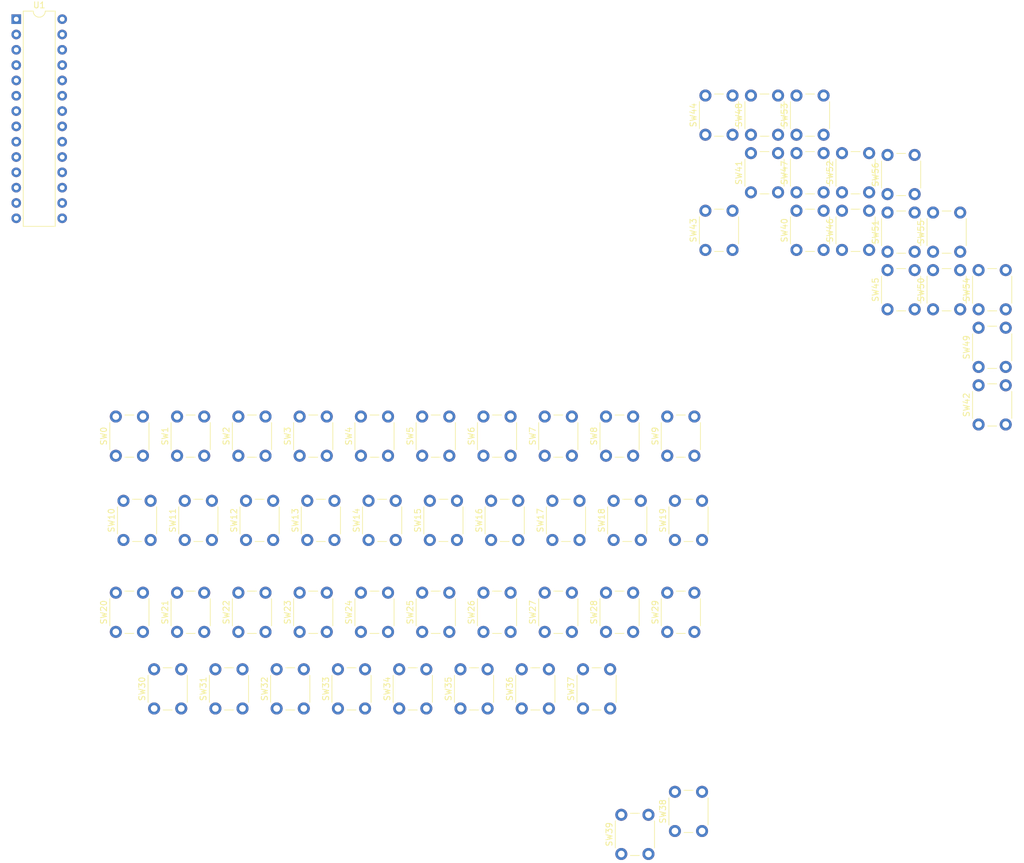
<source format=kicad_pcb>
(kicad_pcb (version 20171130) (host pcbnew "(5.0.2)-1")

  (general
    (thickness 1.6)
    (drawings 0)
    (tracks 0)
    (zones 0)
    (modules 58)
    (nets 91)
  )

  (page A4)
  (layers
    (0 F.Cu signal)
    (31 B.Cu signal)
    (32 B.Adhes user)
    (33 F.Adhes user)
    (34 B.Paste user)
    (35 F.Paste user)
    (36 B.SilkS user)
    (37 F.SilkS user)
    (38 B.Mask user)
    (39 F.Mask user)
    (40 Dwgs.User user)
    (41 Cmts.User user)
    (42 Eco1.User user)
    (43 Eco2.User user)
    (44 Edge.Cuts user)
    (45 Margin user)
    (46 B.CrtYd user)
    (47 F.CrtYd user)
    (48 B.Fab user)
    (49 F.Fab user)
  )

  (setup
    (last_trace_width 0.25)
    (trace_clearance 0.2)
    (zone_clearance 0.508)
    (zone_45_only no)
    (trace_min 0.2)
    (segment_width 0.2)
    (edge_width 0.15)
    (via_size 0.8)
    (via_drill 0.4)
    (via_min_size 0.4)
    (via_min_drill 0.3)
    (uvia_size 0.3)
    (uvia_drill 0.1)
    (uvias_allowed no)
    (uvia_min_size 0.2)
    (uvia_min_drill 0.1)
    (pcb_text_width 0.3)
    (pcb_text_size 1.5 1.5)
    (mod_edge_width 0.15)
    (mod_text_size 1 1)
    (mod_text_width 0.15)
    (pad_size 1.524 1.524)
    (pad_drill 0.762)
    (pad_to_mask_clearance 0.051)
    (solder_mask_min_width 0.25)
    (aux_axis_origin 78.74 76.2)
    (grid_origin 78.74 76.2)
    (visible_elements FFFFFF7F)
    (pcbplotparams
      (layerselection 0x010fc_ffffffff)
      (usegerberextensions false)
      (usegerberattributes false)
      (usegerberadvancedattributes false)
      (creategerberjobfile false)
      (excludeedgelayer true)
      (linewidth 0.100000)
      (plotframeref false)
      (viasonmask false)
      (mode 1)
      (useauxorigin false)
      (hpglpennumber 1)
      (hpglpenspeed 20)
      (hpglpendiameter 15.000000)
      (psnegative false)
      (psa4output false)
      (plotreference true)
      (plotvalue true)
      (plotinvisibletext false)
      (padsonsilk false)
      (subtractmaskfromsilk false)
      (outputformat 1)
      (mirror false)
      (drillshape 1)
      (scaleselection 1)
      (outputdirectory ""))
  )

  (net 0 "")
  (net 1 "Net-(SW0-Pad2)")
  (net 2 "Net-(SW1-Pad2)")
  (net 3 "Net-(SW2-Pad2)")
  (net 4 "Net-(SW3-Pad2)")
  (net 5 "Net-(SW4-Pad2)")
  (net 6 "Net-(SW5-Pad2)")
  (net 7 "Net-(SW6-Pad2)")
  (net 8 "Net-(SW7-Pad2)")
  (net 9 "Net-(SW8-Pad2)")
  (net 10 "Net-(SW9-Pad2)")
  (net 11 "Net-(SW10-Pad2)")
  (net 12 "Net-(SW11-Pad2)")
  (net 13 "Net-(SW12-Pad2)")
  (net 14 "Net-(SW13-Pad2)")
  (net 15 "Net-(SW14-Pad2)")
  (net 16 "Net-(SW15-Pad2)")
  (net 17 "Net-(SW16-Pad2)")
  (net 18 "Net-(SW17-Pad2)")
  (net 19 "Net-(SW18-Pad2)")
  (net 20 "Net-(SW19-Pad2)")
  (net 21 "Net-(SW20-Pad2)")
  (net 22 "Net-(SW21-Pad2)")
  (net 23 "Net-(SW22-Pad2)")
  (net 24 "Net-(SW23-Pad2)")
  (net 25 "Net-(SW24-Pad2)")
  (net 26 "Net-(SW25-Pad2)")
  (net 27 "Net-(SW26-Pad2)")
  (net 28 "Net-(SW27-Pad2)")
  (net 29 "Net-(SW28-Pad2)")
  (net 30 "Net-(SW29-Pad2)")
  (net 31 "Net-(SW30-Pad2)")
  (net 32 "Net-(SW31-Pad2)")
  (net 33 "Net-(SW32-Pad2)")
  (net 34 "Net-(SW33-Pad2)")
  (net 35 "Net-(SW34-Pad2)")
  (net 36 "Net-(SW35-Pad2)")
  (net 37 "Net-(SW36-Pad2)")
  (net 38 "Net-(SW37-Pad2)")
  (net 39 "Net-(SW38-Pad2)")
  (net 40 "Net-(SW39-Pad2)")
  (net 41 "Net-(SW40-Pad2)")
  (net 42 "Net-(SW41-Pad2)")
  (net 43 "Net-(SW42-Pad2)")
  (net 44 "Net-(SW43-Pad2)")
  (net 45 "Net-(SW44-Pad2)")
  (net 46 "Net-(SW45-Pad2)")
  (net 47 "Net-(SW46-Pad2)")
  (net 48 "Net-(SW47-Pad2)")
  (net 49 "Net-(SW48-Pad2)")
  (net 50 "Net-(SW49-Pad2)")
  (net 51 "Net-(SW50-Pad2)")
  (net 52 "Net-(SW51-Pad2)")
  (net 53 "Net-(SW52-Pad2)")
  (net 54 "Net-(SW53-Pad2)")
  (net 55 "Net-(SW54-Pad2)")
  (net 56 "Net-(SW55-Pad2)")
  (net 57 "Net-(SW56-Pad2)")
  (net 58 "Net-(U1-Pad15)")
  (net 59 "Net-(U1-Pad16)")
  (net 60 "Net-(U1-Pad17)")
  (net 61 "Net-(U1-Pad18)")
  (net 62 "Net-(U1-Pad19)")
  (net 63 "Net-(U1-Pad6)")
  (net 64 "Net-(U1-Pad20)")
  (net 65 "Net-(U1-Pad7)")
  (net 66 "Net-(U1-Pad21)")
  (net 67 "Net-(U1-Pad22)")
  (net 68 "Net-(U1-Pad23)")
  (net 69 "Net-(U1-Pad24)")
  (net 70 "Net-(U1-Pad11)")
  (net 71 "Net-(U1-Pad25)")
  (net 72 "Net-(U1-Pad12)")
  (net 73 "Net-(U1-Pad26)")
  (net 74 "Net-(U1-Pad13)")
  (net 75 "Net-(U1-Pad27)")
  (net 76 "Net-(U1-Pad14)")
  (net 77 "Net-(U1-Pad28)")
  (net 78 Col2)
  (net 79 Col3)
  (net 80 Col4)
  (net 81 Col5)
  (net 82 Col0)
  (net 83 Col1)
  (net 84 Reset)
  (net 85 Serial_RX)
  (net 86 Serial_TX)
  (net 87 USB_D+)
  (net 88 USB_D-)
  (net 89 Osc1)
  (net 90 Osc2)

  (net_class Default "Esta es la clase de red por defecto."
    (clearance 0.2)
    (trace_width 0.25)
    (via_dia 0.8)
    (via_drill 0.4)
    (uvia_dia 0.3)
    (uvia_drill 0.1)
    (add_net Col0)
    (add_net Col1)
    (add_net Col2)
    (add_net Col3)
    (add_net Col4)
    (add_net Col5)
    (add_net "Net-(SW0-Pad2)")
    (add_net "Net-(SW1-Pad2)")
    (add_net "Net-(SW10-Pad2)")
    (add_net "Net-(SW11-Pad2)")
    (add_net "Net-(SW12-Pad2)")
    (add_net "Net-(SW13-Pad2)")
    (add_net "Net-(SW14-Pad2)")
    (add_net "Net-(SW15-Pad2)")
    (add_net "Net-(SW16-Pad2)")
    (add_net "Net-(SW17-Pad2)")
    (add_net "Net-(SW18-Pad2)")
    (add_net "Net-(SW19-Pad2)")
    (add_net "Net-(SW2-Pad2)")
    (add_net "Net-(SW20-Pad2)")
    (add_net "Net-(SW21-Pad2)")
    (add_net "Net-(SW22-Pad2)")
    (add_net "Net-(SW23-Pad2)")
    (add_net "Net-(SW24-Pad2)")
    (add_net "Net-(SW25-Pad2)")
    (add_net "Net-(SW26-Pad2)")
    (add_net "Net-(SW27-Pad2)")
    (add_net "Net-(SW28-Pad2)")
    (add_net "Net-(SW29-Pad2)")
    (add_net "Net-(SW3-Pad2)")
    (add_net "Net-(SW30-Pad2)")
    (add_net "Net-(SW31-Pad2)")
    (add_net "Net-(SW32-Pad2)")
    (add_net "Net-(SW33-Pad2)")
    (add_net "Net-(SW34-Pad2)")
    (add_net "Net-(SW35-Pad2)")
    (add_net "Net-(SW36-Pad2)")
    (add_net "Net-(SW37-Pad2)")
    (add_net "Net-(SW38-Pad2)")
    (add_net "Net-(SW39-Pad2)")
    (add_net "Net-(SW4-Pad2)")
    (add_net "Net-(SW40-Pad2)")
    (add_net "Net-(SW41-Pad2)")
    (add_net "Net-(SW42-Pad2)")
    (add_net "Net-(SW43-Pad2)")
    (add_net "Net-(SW44-Pad2)")
    (add_net "Net-(SW45-Pad2)")
    (add_net "Net-(SW46-Pad2)")
    (add_net "Net-(SW47-Pad2)")
    (add_net "Net-(SW48-Pad2)")
    (add_net "Net-(SW49-Pad2)")
    (add_net "Net-(SW5-Pad2)")
    (add_net "Net-(SW50-Pad2)")
    (add_net "Net-(SW51-Pad2)")
    (add_net "Net-(SW52-Pad2)")
    (add_net "Net-(SW53-Pad2)")
    (add_net "Net-(SW54-Pad2)")
    (add_net "Net-(SW55-Pad2)")
    (add_net "Net-(SW56-Pad2)")
    (add_net "Net-(SW6-Pad2)")
    (add_net "Net-(SW7-Pad2)")
    (add_net "Net-(SW8-Pad2)")
    (add_net "Net-(SW9-Pad2)")
    (add_net "Net-(U1-Pad11)")
    (add_net "Net-(U1-Pad12)")
    (add_net "Net-(U1-Pad13)")
    (add_net "Net-(U1-Pad14)")
    (add_net "Net-(U1-Pad15)")
    (add_net "Net-(U1-Pad16)")
    (add_net "Net-(U1-Pad17)")
    (add_net "Net-(U1-Pad18)")
    (add_net "Net-(U1-Pad19)")
    (add_net "Net-(U1-Pad20)")
    (add_net "Net-(U1-Pad21)")
    (add_net "Net-(U1-Pad22)")
    (add_net "Net-(U1-Pad23)")
    (add_net "Net-(U1-Pad24)")
    (add_net "Net-(U1-Pad25)")
    (add_net "Net-(U1-Pad26)")
    (add_net "Net-(U1-Pad27)")
    (add_net "Net-(U1-Pad28)")
    (add_net "Net-(U1-Pad6)")
    (add_net "Net-(U1-Pad7)")
    (add_net Osc1)
    (add_net Osc2)
    (add_net Reset)
    (add_net Serial_RX)
    (add_net Serial_TX)
    (add_net USB_D+)
    (add_net USB_D-)
  )

  (module Button_Switch_THT:SW_PUSH_6mm (layer F.Cu) (tedit 5A02FE31) (tstamp 5C610F8A)
    (at 82.55 86.36 90)
    (descr https://www.omron.com/ecb/products/pdf/en-b3f.pdf)
    (tags "tact sw push 6mm")
    (path /5C547EE8)
    (fp_text reference SW0 (at 3.25 -2 90) (layer F.SilkS)
      (effects (font (size 1 1) (thickness 0.15)))
    )
    (fp_text value SW_Push (at 3.75 6.7 90) (layer F.Fab)
      (effects (font (size 1 1) (thickness 0.15)))
    )
    (fp_text user %R (at 3.25 2.25 90) (layer F.Fab)
      (effects (font (size 1 1) (thickness 0.15)))
    )
    (fp_line (start 3.25 -0.75) (end 6.25 -0.75) (layer F.Fab) (width 0.1))
    (fp_line (start 6.25 -0.75) (end 6.25 5.25) (layer F.Fab) (width 0.1))
    (fp_line (start 6.25 5.25) (end 0.25 5.25) (layer F.Fab) (width 0.1))
    (fp_line (start 0.25 5.25) (end 0.25 -0.75) (layer F.Fab) (width 0.1))
    (fp_line (start 0.25 -0.75) (end 3.25 -0.75) (layer F.Fab) (width 0.1))
    (fp_line (start 7.75 6) (end 8 6) (layer F.CrtYd) (width 0.05))
    (fp_line (start 8 6) (end 8 5.75) (layer F.CrtYd) (width 0.05))
    (fp_line (start 7.75 -1.5) (end 8 -1.5) (layer F.CrtYd) (width 0.05))
    (fp_line (start 8 -1.5) (end 8 -1.25) (layer F.CrtYd) (width 0.05))
    (fp_line (start -1.5 -1.25) (end -1.5 -1.5) (layer F.CrtYd) (width 0.05))
    (fp_line (start -1.5 -1.5) (end -1.25 -1.5) (layer F.CrtYd) (width 0.05))
    (fp_line (start -1.5 5.75) (end -1.5 6) (layer F.CrtYd) (width 0.05))
    (fp_line (start -1.5 6) (end -1.25 6) (layer F.CrtYd) (width 0.05))
    (fp_line (start -1.25 -1.5) (end 7.75 -1.5) (layer F.CrtYd) (width 0.05))
    (fp_line (start -1.5 5.75) (end -1.5 -1.25) (layer F.CrtYd) (width 0.05))
    (fp_line (start 7.75 6) (end -1.25 6) (layer F.CrtYd) (width 0.05))
    (fp_line (start 8 -1.25) (end 8 5.75) (layer F.CrtYd) (width 0.05))
    (fp_line (start 1 5.5) (end 5.5 5.5) (layer F.SilkS) (width 0.12))
    (fp_line (start -0.25 1.5) (end -0.25 3) (layer F.SilkS) (width 0.12))
    (fp_line (start 5.5 -1) (end 1 -1) (layer F.SilkS) (width 0.12))
    (fp_line (start 6.75 3) (end 6.75 1.5) (layer F.SilkS) (width 0.12))
    (fp_circle (center 3.25 2.25) (end 1.25 2.5) (layer F.Fab) (width 0.1))
    (pad 2 thru_hole circle (at 0 4.5 180) (size 2 2) (drill 1.1) (layers *.Cu *.Mask)
      (net 1 "Net-(SW0-Pad2)"))
    (pad 1 thru_hole circle (at 0 0 180) (size 2 2) (drill 1.1) (layers *.Cu *.Mask)
      (net 78 Col2))
    (pad 2 thru_hole circle (at 6.5 4.5 180) (size 2 2) (drill 1.1) (layers *.Cu *.Mask)
      (net 1 "Net-(SW0-Pad2)"))
    (pad 1 thru_hole circle (at 6.5 0 180) (size 2 2) (drill 1.1) (layers *.Cu *.Mask)
      (net 78 Col2))
    (model ${KISYS3DMOD}/Button_Switch_THT.3dshapes/SW_PUSH_6mm.wrl
      (at (xyz 0 0 0))
      (scale (xyz 1 1 1))
      (rotate (xyz 0 0 0))
    )
  )

  (module Button_Switch_THT:SW_PUSH_6mm (layer F.Cu) (tedit 5A02FE31) (tstamp 5C610FA9)
    (at 92.71 86.36 90)
    (descr https://www.omron.com/ecb/products/pdf/en-b3f.pdf)
    (tags "tact sw push 6mm")
    (path /5C547EEF)
    (fp_text reference SW1 (at 3.25 -2 90) (layer F.SilkS)
      (effects (font (size 1 1) (thickness 0.15)))
    )
    (fp_text value SW_Push (at 3.75 6.7 90) (layer F.Fab)
      (effects (font (size 1 1) (thickness 0.15)))
    )
    (fp_circle (center 3.25 2.25) (end 1.25 2.5) (layer F.Fab) (width 0.1))
    (fp_line (start 6.75 3) (end 6.75 1.5) (layer F.SilkS) (width 0.12))
    (fp_line (start 5.5 -1) (end 1 -1) (layer F.SilkS) (width 0.12))
    (fp_line (start -0.25 1.5) (end -0.25 3) (layer F.SilkS) (width 0.12))
    (fp_line (start 1 5.5) (end 5.5 5.5) (layer F.SilkS) (width 0.12))
    (fp_line (start 8 -1.25) (end 8 5.75) (layer F.CrtYd) (width 0.05))
    (fp_line (start 7.75 6) (end -1.25 6) (layer F.CrtYd) (width 0.05))
    (fp_line (start -1.5 5.75) (end -1.5 -1.25) (layer F.CrtYd) (width 0.05))
    (fp_line (start -1.25 -1.5) (end 7.75 -1.5) (layer F.CrtYd) (width 0.05))
    (fp_line (start -1.5 6) (end -1.25 6) (layer F.CrtYd) (width 0.05))
    (fp_line (start -1.5 5.75) (end -1.5 6) (layer F.CrtYd) (width 0.05))
    (fp_line (start -1.5 -1.5) (end -1.25 -1.5) (layer F.CrtYd) (width 0.05))
    (fp_line (start -1.5 -1.25) (end -1.5 -1.5) (layer F.CrtYd) (width 0.05))
    (fp_line (start 8 -1.5) (end 8 -1.25) (layer F.CrtYd) (width 0.05))
    (fp_line (start 7.75 -1.5) (end 8 -1.5) (layer F.CrtYd) (width 0.05))
    (fp_line (start 8 6) (end 8 5.75) (layer F.CrtYd) (width 0.05))
    (fp_line (start 7.75 6) (end 8 6) (layer F.CrtYd) (width 0.05))
    (fp_line (start 0.25 -0.75) (end 3.25 -0.75) (layer F.Fab) (width 0.1))
    (fp_line (start 0.25 5.25) (end 0.25 -0.75) (layer F.Fab) (width 0.1))
    (fp_line (start 6.25 5.25) (end 0.25 5.25) (layer F.Fab) (width 0.1))
    (fp_line (start 6.25 -0.75) (end 6.25 5.25) (layer F.Fab) (width 0.1))
    (fp_line (start 3.25 -0.75) (end 6.25 -0.75) (layer F.Fab) (width 0.1))
    (fp_text user %R (at 3.25 2.25 90) (layer F.Fab)
      (effects (font (size 1 1) (thickness 0.15)))
    )
    (pad 1 thru_hole circle (at 6.5 0 180) (size 2 2) (drill 1.1) (layers *.Cu *.Mask)
      (net 78 Col2))
    (pad 2 thru_hole circle (at 6.5 4.5 180) (size 2 2) (drill 1.1) (layers *.Cu *.Mask)
      (net 2 "Net-(SW1-Pad2)"))
    (pad 1 thru_hole circle (at 0 0 180) (size 2 2) (drill 1.1) (layers *.Cu *.Mask)
      (net 78 Col2))
    (pad 2 thru_hole circle (at 0 4.5 180) (size 2 2) (drill 1.1) (layers *.Cu *.Mask)
      (net 2 "Net-(SW1-Pad2)"))
    (model ${KISYS3DMOD}/Button_Switch_THT.3dshapes/SW_PUSH_6mm.wrl
      (at (xyz 0 0 0))
      (scale (xyz 1 1 1))
      (rotate (xyz 0 0 0))
    )
  )

  (module Button_Switch_THT:SW_PUSH_6mm (layer F.Cu) (tedit 5A02FE31) (tstamp 5C610FC8)
    (at 102.87 86.36 90)
    (descr https://www.omron.com/ecb/products/pdf/en-b3f.pdf)
    (tags "tact sw push 6mm")
    (path /5C547EF6)
    (fp_text reference SW2 (at 3.25 -2 90) (layer F.SilkS)
      (effects (font (size 1 1) (thickness 0.15)))
    )
    (fp_text value SW_Push (at 3.75 6.7 90) (layer F.Fab)
      (effects (font (size 1 1) (thickness 0.15)))
    )
    (fp_text user %R (at 3.25 2.25 90) (layer F.Fab)
      (effects (font (size 1 1) (thickness 0.15)))
    )
    (fp_line (start 3.25 -0.75) (end 6.25 -0.75) (layer F.Fab) (width 0.1))
    (fp_line (start 6.25 -0.75) (end 6.25 5.25) (layer F.Fab) (width 0.1))
    (fp_line (start 6.25 5.25) (end 0.25 5.25) (layer F.Fab) (width 0.1))
    (fp_line (start 0.25 5.25) (end 0.25 -0.75) (layer F.Fab) (width 0.1))
    (fp_line (start 0.25 -0.75) (end 3.25 -0.75) (layer F.Fab) (width 0.1))
    (fp_line (start 7.75 6) (end 8 6) (layer F.CrtYd) (width 0.05))
    (fp_line (start 8 6) (end 8 5.75) (layer F.CrtYd) (width 0.05))
    (fp_line (start 7.75 -1.5) (end 8 -1.5) (layer F.CrtYd) (width 0.05))
    (fp_line (start 8 -1.5) (end 8 -1.25) (layer F.CrtYd) (width 0.05))
    (fp_line (start -1.5 -1.25) (end -1.5 -1.5) (layer F.CrtYd) (width 0.05))
    (fp_line (start -1.5 -1.5) (end -1.25 -1.5) (layer F.CrtYd) (width 0.05))
    (fp_line (start -1.5 5.75) (end -1.5 6) (layer F.CrtYd) (width 0.05))
    (fp_line (start -1.5 6) (end -1.25 6) (layer F.CrtYd) (width 0.05))
    (fp_line (start -1.25 -1.5) (end 7.75 -1.5) (layer F.CrtYd) (width 0.05))
    (fp_line (start -1.5 5.75) (end -1.5 -1.25) (layer F.CrtYd) (width 0.05))
    (fp_line (start 7.75 6) (end -1.25 6) (layer F.CrtYd) (width 0.05))
    (fp_line (start 8 -1.25) (end 8 5.75) (layer F.CrtYd) (width 0.05))
    (fp_line (start 1 5.5) (end 5.5 5.5) (layer F.SilkS) (width 0.12))
    (fp_line (start -0.25 1.5) (end -0.25 3) (layer F.SilkS) (width 0.12))
    (fp_line (start 5.5 -1) (end 1 -1) (layer F.SilkS) (width 0.12))
    (fp_line (start 6.75 3) (end 6.75 1.5) (layer F.SilkS) (width 0.12))
    (fp_circle (center 3.25 2.25) (end 1.25 2.5) (layer F.Fab) (width 0.1))
    (pad 2 thru_hole circle (at 0 4.5 180) (size 2 2) (drill 1.1) (layers *.Cu *.Mask)
      (net 3 "Net-(SW2-Pad2)"))
    (pad 1 thru_hole circle (at 0 0 180) (size 2 2) (drill 1.1) (layers *.Cu *.Mask)
      (net 78 Col2))
    (pad 2 thru_hole circle (at 6.5 4.5 180) (size 2 2) (drill 1.1) (layers *.Cu *.Mask)
      (net 3 "Net-(SW2-Pad2)"))
    (pad 1 thru_hole circle (at 6.5 0 180) (size 2 2) (drill 1.1) (layers *.Cu *.Mask)
      (net 78 Col2))
    (model ${KISYS3DMOD}/Button_Switch_THT.3dshapes/SW_PUSH_6mm.wrl
      (at (xyz 0 0 0))
      (scale (xyz 1 1 1))
      (rotate (xyz 0 0 0))
    )
  )

  (module Button_Switch_THT:SW_PUSH_6mm (layer F.Cu) (tedit 5A02FE31) (tstamp 5C610FE7)
    (at 113.03 86.36 90)
    (descr https://www.omron.com/ecb/products/pdf/en-b3f.pdf)
    (tags "tact sw push 6mm")
    (path /5C547EFD)
    (fp_text reference SW3 (at 3.25 -2 90) (layer F.SilkS)
      (effects (font (size 1 1) (thickness 0.15)))
    )
    (fp_text value SW_Push (at 3.75 6.7 90) (layer F.Fab)
      (effects (font (size 1 1) (thickness 0.15)))
    )
    (fp_text user %R (at 3.25 2.25 90) (layer F.Fab)
      (effects (font (size 1 1) (thickness 0.15)))
    )
    (fp_line (start 3.25 -0.75) (end 6.25 -0.75) (layer F.Fab) (width 0.1))
    (fp_line (start 6.25 -0.75) (end 6.25 5.25) (layer F.Fab) (width 0.1))
    (fp_line (start 6.25 5.25) (end 0.25 5.25) (layer F.Fab) (width 0.1))
    (fp_line (start 0.25 5.25) (end 0.25 -0.75) (layer F.Fab) (width 0.1))
    (fp_line (start 0.25 -0.75) (end 3.25 -0.75) (layer F.Fab) (width 0.1))
    (fp_line (start 7.75 6) (end 8 6) (layer F.CrtYd) (width 0.05))
    (fp_line (start 8 6) (end 8 5.75) (layer F.CrtYd) (width 0.05))
    (fp_line (start 7.75 -1.5) (end 8 -1.5) (layer F.CrtYd) (width 0.05))
    (fp_line (start 8 -1.5) (end 8 -1.25) (layer F.CrtYd) (width 0.05))
    (fp_line (start -1.5 -1.25) (end -1.5 -1.5) (layer F.CrtYd) (width 0.05))
    (fp_line (start -1.5 -1.5) (end -1.25 -1.5) (layer F.CrtYd) (width 0.05))
    (fp_line (start -1.5 5.75) (end -1.5 6) (layer F.CrtYd) (width 0.05))
    (fp_line (start -1.5 6) (end -1.25 6) (layer F.CrtYd) (width 0.05))
    (fp_line (start -1.25 -1.5) (end 7.75 -1.5) (layer F.CrtYd) (width 0.05))
    (fp_line (start -1.5 5.75) (end -1.5 -1.25) (layer F.CrtYd) (width 0.05))
    (fp_line (start 7.75 6) (end -1.25 6) (layer F.CrtYd) (width 0.05))
    (fp_line (start 8 -1.25) (end 8 5.75) (layer F.CrtYd) (width 0.05))
    (fp_line (start 1 5.5) (end 5.5 5.5) (layer F.SilkS) (width 0.12))
    (fp_line (start -0.25 1.5) (end -0.25 3) (layer F.SilkS) (width 0.12))
    (fp_line (start 5.5 -1) (end 1 -1) (layer F.SilkS) (width 0.12))
    (fp_line (start 6.75 3) (end 6.75 1.5) (layer F.SilkS) (width 0.12))
    (fp_circle (center 3.25 2.25) (end 1.25 2.5) (layer F.Fab) (width 0.1))
    (pad 2 thru_hole circle (at 0 4.5 180) (size 2 2) (drill 1.1) (layers *.Cu *.Mask)
      (net 4 "Net-(SW3-Pad2)"))
    (pad 1 thru_hole circle (at 0 0 180) (size 2 2) (drill 1.1) (layers *.Cu *.Mask)
      (net 78 Col2))
    (pad 2 thru_hole circle (at 6.5 4.5 180) (size 2 2) (drill 1.1) (layers *.Cu *.Mask)
      (net 4 "Net-(SW3-Pad2)"))
    (pad 1 thru_hole circle (at 6.5 0 180) (size 2 2) (drill 1.1) (layers *.Cu *.Mask)
      (net 78 Col2))
    (model ${KISYS3DMOD}/Button_Switch_THT.3dshapes/SW_PUSH_6mm.wrl
      (at (xyz 0 0 0))
      (scale (xyz 1 1 1))
      (rotate (xyz 0 0 0))
    )
  )

  (module Button_Switch_THT:SW_PUSH_6mm (layer F.Cu) (tedit 5A02FE31) (tstamp 5C611006)
    (at 123.19 86.36 90)
    (descr https://www.omron.com/ecb/products/pdf/en-b3f.pdf)
    (tags "tact sw push 6mm")
    (path /5C547F04)
    (fp_text reference SW4 (at 3.25 -2 90) (layer F.SilkS)
      (effects (font (size 1 1) (thickness 0.15)))
    )
    (fp_text value SW_Push (at 3.75 6.7 90) (layer F.Fab)
      (effects (font (size 1 1) (thickness 0.15)))
    )
    (fp_circle (center 3.25 2.25) (end 1.25 2.5) (layer F.Fab) (width 0.1))
    (fp_line (start 6.75 3) (end 6.75 1.5) (layer F.SilkS) (width 0.12))
    (fp_line (start 5.5 -1) (end 1 -1) (layer F.SilkS) (width 0.12))
    (fp_line (start -0.25 1.5) (end -0.25 3) (layer F.SilkS) (width 0.12))
    (fp_line (start 1 5.5) (end 5.5 5.5) (layer F.SilkS) (width 0.12))
    (fp_line (start 8 -1.25) (end 8 5.75) (layer F.CrtYd) (width 0.05))
    (fp_line (start 7.75 6) (end -1.25 6) (layer F.CrtYd) (width 0.05))
    (fp_line (start -1.5 5.75) (end -1.5 -1.25) (layer F.CrtYd) (width 0.05))
    (fp_line (start -1.25 -1.5) (end 7.75 -1.5) (layer F.CrtYd) (width 0.05))
    (fp_line (start -1.5 6) (end -1.25 6) (layer F.CrtYd) (width 0.05))
    (fp_line (start -1.5 5.75) (end -1.5 6) (layer F.CrtYd) (width 0.05))
    (fp_line (start -1.5 -1.5) (end -1.25 -1.5) (layer F.CrtYd) (width 0.05))
    (fp_line (start -1.5 -1.25) (end -1.5 -1.5) (layer F.CrtYd) (width 0.05))
    (fp_line (start 8 -1.5) (end 8 -1.25) (layer F.CrtYd) (width 0.05))
    (fp_line (start 7.75 -1.5) (end 8 -1.5) (layer F.CrtYd) (width 0.05))
    (fp_line (start 8 6) (end 8 5.75) (layer F.CrtYd) (width 0.05))
    (fp_line (start 7.75 6) (end 8 6) (layer F.CrtYd) (width 0.05))
    (fp_line (start 0.25 -0.75) (end 3.25 -0.75) (layer F.Fab) (width 0.1))
    (fp_line (start 0.25 5.25) (end 0.25 -0.75) (layer F.Fab) (width 0.1))
    (fp_line (start 6.25 5.25) (end 0.25 5.25) (layer F.Fab) (width 0.1))
    (fp_line (start 6.25 -0.75) (end 6.25 5.25) (layer F.Fab) (width 0.1))
    (fp_line (start 3.25 -0.75) (end 6.25 -0.75) (layer F.Fab) (width 0.1))
    (fp_text user %R (at 3.25 2.25 90) (layer F.Fab)
      (effects (font (size 1 1) (thickness 0.15)))
    )
    (pad 1 thru_hole circle (at 6.5 0 180) (size 2 2) (drill 1.1) (layers *.Cu *.Mask)
      (net 78 Col2))
    (pad 2 thru_hole circle (at 6.5 4.5 180) (size 2 2) (drill 1.1) (layers *.Cu *.Mask)
      (net 5 "Net-(SW4-Pad2)"))
    (pad 1 thru_hole circle (at 0 0 180) (size 2 2) (drill 1.1) (layers *.Cu *.Mask)
      (net 78 Col2))
    (pad 2 thru_hole circle (at 0 4.5 180) (size 2 2) (drill 1.1) (layers *.Cu *.Mask)
      (net 5 "Net-(SW4-Pad2)"))
    (model ${KISYS3DMOD}/Button_Switch_THT.3dshapes/SW_PUSH_6mm.wrl
      (at (xyz 0 0 0))
      (scale (xyz 1 1 1))
      (rotate (xyz 0 0 0))
    )
  )

  (module Button_Switch_THT:SW_PUSH_6mm (layer F.Cu) (tedit 5A02FE31) (tstamp 5C611025)
    (at 133.35 86.36 90)
    (descr https://www.omron.com/ecb/products/pdf/en-b3f.pdf)
    (tags "tact sw push 6mm")
    (path /5C547F0B)
    (fp_text reference SW5 (at 3.25 -2 90) (layer F.SilkS)
      (effects (font (size 1 1) (thickness 0.15)))
    )
    (fp_text value SW_Push (at 3.75 6.7 90) (layer F.Fab)
      (effects (font (size 1 1) (thickness 0.15)))
    )
    (fp_text user %R (at 3.25 2.25 90) (layer F.Fab)
      (effects (font (size 1 1) (thickness 0.15)))
    )
    (fp_line (start 3.25 -0.75) (end 6.25 -0.75) (layer F.Fab) (width 0.1))
    (fp_line (start 6.25 -0.75) (end 6.25 5.25) (layer F.Fab) (width 0.1))
    (fp_line (start 6.25 5.25) (end 0.25 5.25) (layer F.Fab) (width 0.1))
    (fp_line (start 0.25 5.25) (end 0.25 -0.75) (layer F.Fab) (width 0.1))
    (fp_line (start 0.25 -0.75) (end 3.25 -0.75) (layer F.Fab) (width 0.1))
    (fp_line (start 7.75 6) (end 8 6) (layer F.CrtYd) (width 0.05))
    (fp_line (start 8 6) (end 8 5.75) (layer F.CrtYd) (width 0.05))
    (fp_line (start 7.75 -1.5) (end 8 -1.5) (layer F.CrtYd) (width 0.05))
    (fp_line (start 8 -1.5) (end 8 -1.25) (layer F.CrtYd) (width 0.05))
    (fp_line (start -1.5 -1.25) (end -1.5 -1.5) (layer F.CrtYd) (width 0.05))
    (fp_line (start -1.5 -1.5) (end -1.25 -1.5) (layer F.CrtYd) (width 0.05))
    (fp_line (start -1.5 5.75) (end -1.5 6) (layer F.CrtYd) (width 0.05))
    (fp_line (start -1.5 6) (end -1.25 6) (layer F.CrtYd) (width 0.05))
    (fp_line (start -1.25 -1.5) (end 7.75 -1.5) (layer F.CrtYd) (width 0.05))
    (fp_line (start -1.5 5.75) (end -1.5 -1.25) (layer F.CrtYd) (width 0.05))
    (fp_line (start 7.75 6) (end -1.25 6) (layer F.CrtYd) (width 0.05))
    (fp_line (start 8 -1.25) (end 8 5.75) (layer F.CrtYd) (width 0.05))
    (fp_line (start 1 5.5) (end 5.5 5.5) (layer F.SilkS) (width 0.12))
    (fp_line (start -0.25 1.5) (end -0.25 3) (layer F.SilkS) (width 0.12))
    (fp_line (start 5.5 -1) (end 1 -1) (layer F.SilkS) (width 0.12))
    (fp_line (start 6.75 3) (end 6.75 1.5) (layer F.SilkS) (width 0.12))
    (fp_circle (center 3.25 2.25) (end 1.25 2.5) (layer F.Fab) (width 0.1))
    (pad 2 thru_hole circle (at 0 4.5 180) (size 2 2) (drill 1.1) (layers *.Cu *.Mask)
      (net 6 "Net-(SW5-Pad2)"))
    (pad 1 thru_hole circle (at 0 0 180) (size 2 2) (drill 1.1) (layers *.Cu *.Mask)
      (net 78 Col2))
    (pad 2 thru_hole circle (at 6.5 4.5 180) (size 2 2) (drill 1.1) (layers *.Cu *.Mask)
      (net 6 "Net-(SW5-Pad2)"))
    (pad 1 thru_hole circle (at 6.5 0 180) (size 2 2) (drill 1.1) (layers *.Cu *.Mask)
      (net 78 Col2))
    (model ${KISYS3DMOD}/Button_Switch_THT.3dshapes/SW_PUSH_6mm.wrl
      (at (xyz 0 0 0))
      (scale (xyz 1 1 1))
      (rotate (xyz 0 0 0))
    )
  )

  (module Button_Switch_THT:SW_PUSH_6mm (layer F.Cu) (tedit 5A02FE31) (tstamp 5C611044)
    (at 143.51 86.36 90)
    (descr https://www.omron.com/ecb/products/pdf/en-b3f.pdf)
    (tags "tact sw push 6mm")
    (path /5C548031)
    (fp_text reference SW6 (at 3.25 -2 90) (layer F.SilkS)
      (effects (font (size 1 1) (thickness 0.15)))
    )
    (fp_text value SW_Push (at 3.75 6.7 90) (layer F.Fab)
      (effects (font (size 1 1) (thickness 0.15)))
    )
    (fp_text user %R (at 3.25 2.25 90) (layer F.Fab)
      (effects (font (size 1 1) (thickness 0.15)))
    )
    (fp_line (start 3.25 -0.75) (end 6.25 -0.75) (layer F.Fab) (width 0.1))
    (fp_line (start 6.25 -0.75) (end 6.25 5.25) (layer F.Fab) (width 0.1))
    (fp_line (start 6.25 5.25) (end 0.25 5.25) (layer F.Fab) (width 0.1))
    (fp_line (start 0.25 5.25) (end 0.25 -0.75) (layer F.Fab) (width 0.1))
    (fp_line (start 0.25 -0.75) (end 3.25 -0.75) (layer F.Fab) (width 0.1))
    (fp_line (start 7.75 6) (end 8 6) (layer F.CrtYd) (width 0.05))
    (fp_line (start 8 6) (end 8 5.75) (layer F.CrtYd) (width 0.05))
    (fp_line (start 7.75 -1.5) (end 8 -1.5) (layer F.CrtYd) (width 0.05))
    (fp_line (start 8 -1.5) (end 8 -1.25) (layer F.CrtYd) (width 0.05))
    (fp_line (start -1.5 -1.25) (end -1.5 -1.5) (layer F.CrtYd) (width 0.05))
    (fp_line (start -1.5 -1.5) (end -1.25 -1.5) (layer F.CrtYd) (width 0.05))
    (fp_line (start -1.5 5.75) (end -1.5 6) (layer F.CrtYd) (width 0.05))
    (fp_line (start -1.5 6) (end -1.25 6) (layer F.CrtYd) (width 0.05))
    (fp_line (start -1.25 -1.5) (end 7.75 -1.5) (layer F.CrtYd) (width 0.05))
    (fp_line (start -1.5 5.75) (end -1.5 -1.25) (layer F.CrtYd) (width 0.05))
    (fp_line (start 7.75 6) (end -1.25 6) (layer F.CrtYd) (width 0.05))
    (fp_line (start 8 -1.25) (end 8 5.75) (layer F.CrtYd) (width 0.05))
    (fp_line (start 1 5.5) (end 5.5 5.5) (layer F.SilkS) (width 0.12))
    (fp_line (start -0.25 1.5) (end -0.25 3) (layer F.SilkS) (width 0.12))
    (fp_line (start 5.5 -1) (end 1 -1) (layer F.SilkS) (width 0.12))
    (fp_line (start 6.75 3) (end 6.75 1.5) (layer F.SilkS) (width 0.12))
    (fp_circle (center 3.25 2.25) (end 1.25 2.5) (layer F.Fab) (width 0.1))
    (pad 2 thru_hole circle (at 0 4.5 180) (size 2 2) (drill 1.1) (layers *.Cu *.Mask)
      (net 7 "Net-(SW6-Pad2)"))
    (pad 1 thru_hole circle (at 0 0 180) (size 2 2) (drill 1.1) (layers *.Cu *.Mask)
      (net 78 Col2))
    (pad 2 thru_hole circle (at 6.5 4.5 180) (size 2 2) (drill 1.1) (layers *.Cu *.Mask)
      (net 7 "Net-(SW6-Pad2)"))
    (pad 1 thru_hole circle (at 6.5 0 180) (size 2 2) (drill 1.1) (layers *.Cu *.Mask)
      (net 78 Col2))
    (model ${KISYS3DMOD}/Button_Switch_THT.3dshapes/SW_PUSH_6mm.wrl
      (at (xyz 0 0 0))
      (scale (xyz 1 1 1))
      (rotate (xyz 0 0 0))
    )
  )

  (module Button_Switch_THT:SW_PUSH_6mm (layer F.Cu) (tedit 5A02FE31) (tstamp 5C611063)
    (at 153.67 86.36 90)
    (descr https://www.omron.com/ecb/products/pdf/en-b3f.pdf)
    (tags "tact sw push 6mm")
    (path /5C548038)
    (fp_text reference SW7 (at 3.25 -2 90) (layer F.SilkS)
      (effects (font (size 1 1) (thickness 0.15)))
    )
    (fp_text value SW_Push (at 3.75 6.7 90) (layer F.Fab)
      (effects (font (size 1 1) (thickness 0.15)))
    )
    (fp_circle (center 3.25 2.25) (end 1.25 2.5) (layer F.Fab) (width 0.1))
    (fp_line (start 6.75 3) (end 6.75 1.5) (layer F.SilkS) (width 0.12))
    (fp_line (start 5.5 -1) (end 1 -1) (layer F.SilkS) (width 0.12))
    (fp_line (start -0.25 1.5) (end -0.25 3) (layer F.SilkS) (width 0.12))
    (fp_line (start 1 5.5) (end 5.5 5.5) (layer F.SilkS) (width 0.12))
    (fp_line (start 8 -1.25) (end 8 5.75) (layer F.CrtYd) (width 0.05))
    (fp_line (start 7.75 6) (end -1.25 6) (layer F.CrtYd) (width 0.05))
    (fp_line (start -1.5 5.75) (end -1.5 -1.25) (layer F.CrtYd) (width 0.05))
    (fp_line (start -1.25 -1.5) (end 7.75 -1.5) (layer F.CrtYd) (width 0.05))
    (fp_line (start -1.5 6) (end -1.25 6) (layer F.CrtYd) (width 0.05))
    (fp_line (start -1.5 5.75) (end -1.5 6) (layer F.CrtYd) (width 0.05))
    (fp_line (start -1.5 -1.5) (end -1.25 -1.5) (layer F.CrtYd) (width 0.05))
    (fp_line (start -1.5 -1.25) (end -1.5 -1.5) (layer F.CrtYd) (width 0.05))
    (fp_line (start 8 -1.5) (end 8 -1.25) (layer F.CrtYd) (width 0.05))
    (fp_line (start 7.75 -1.5) (end 8 -1.5) (layer F.CrtYd) (width 0.05))
    (fp_line (start 8 6) (end 8 5.75) (layer F.CrtYd) (width 0.05))
    (fp_line (start 7.75 6) (end 8 6) (layer F.CrtYd) (width 0.05))
    (fp_line (start 0.25 -0.75) (end 3.25 -0.75) (layer F.Fab) (width 0.1))
    (fp_line (start 0.25 5.25) (end 0.25 -0.75) (layer F.Fab) (width 0.1))
    (fp_line (start 6.25 5.25) (end 0.25 5.25) (layer F.Fab) (width 0.1))
    (fp_line (start 6.25 -0.75) (end 6.25 5.25) (layer F.Fab) (width 0.1))
    (fp_line (start 3.25 -0.75) (end 6.25 -0.75) (layer F.Fab) (width 0.1))
    (fp_text user %R (at 3.25 2.25 90) (layer F.Fab)
      (effects (font (size 1 1) (thickness 0.15)))
    )
    (pad 1 thru_hole circle (at 6.5 0 180) (size 2 2) (drill 1.1) (layers *.Cu *.Mask)
      (net 78 Col2))
    (pad 2 thru_hole circle (at 6.5 4.5 180) (size 2 2) (drill 1.1) (layers *.Cu *.Mask)
      (net 8 "Net-(SW7-Pad2)"))
    (pad 1 thru_hole circle (at 0 0 180) (size 2 2) (drill 1.1) (layers *.Cu *.Mask)
      (net 78 Col2))
    (pad 2 thru_hole circle (at 0 4.5 180) (size 2 2) (drill 1.1) (layers *.Cu *.Mask)
      (net 8 "Net-(SW7-Pad2)"))
    (model ${KISYS3DMOD}/Button_Switch_THT.3dshapes/SW_PUSH_6mm.wrl
      (at (xyz 0 0 0))
      (scale (xyz 1 1 1))
      (rotate (xyz 0 0 0))
    )
  )

  (module Button_Switch_THT:SW_PUSH_6mm (layer F.Cu) (tedit 5A02FE31) (tstamp 5C611082)
    (at 163.83 86.36 90)
    (descr https://www.omron.com/ecb/products/pdf/en-b3f.pdf)
    (tags "tact sw push 6mm")
    (path /5C54803F)
    (fp_text reference SW8 (at 3.25 -2 90) (layer F.SilkS)
      (effects (font (size 1 1) (thickness 0.15)))
    )
    (fp_text value SW_Push (at 3.75 6.7 90) (layer F.Fab)
      (effects (font (size 1 1) (thickness 0.15)))
    )
    (fp_circle (center 3.25 2.25) (end 1.25 2.5) (layer F.Fab) (width 0.1))
    (fp_line (start 6.75 3) (end 6.75 1.5) (layer F.SilkS) (width 0.12))
    (fp_line (start 5.5 -1) (end 1 -1) (layer F.SilkS) (width 0.12))
    (fp_line (start -0.25 1.5) (end -0.25 3) (layer F.SilkS) (width 0.12))
    (fp_line (start 1 5.5) (end 5.5 5.5) (layer F.SilkS) (width 0.12))
    (fp_line (start 8 -1.25) (end 8 5.75) (layer F.CrtYd) (width 0.05))
    (fp_line (start 7.75 6) (end -1.25 6) (layer F.CrtYd) (width 0.05))
    (fp_line (start -1.5 5.75) (end -1.5 -1.25) (layer F.CrtYd) (width 0.05))
    (fp_line (start -1.25 -1.5) (end 7.75 -1.5) (layer F.CrtYd) (width 0.05))
    (fp_line (start -1.5 6) (end -1.25 6) (layer F.CrtYd) (width 0.05))
    (fp_line (start -1.5 5.75) (end -1.5 6) (layer F.CrtYd) (width 0.05))
    (fp_line (start -1.5 -1.5) (end -1.25 -1.5) (layer F.CrtYd) (width 0.05))
    (fp_line (start -1.5 -1.25) (end -1.5 -1.5) (layer F.CrtYd) (width 0.05))
    (fp_line (start 8 -1.5) (end 8 -1.25) (layer F.CrtYd) (width 0.05))
    (fp_line (start 7.75 -1.5) (end 8 -1.5) (layer F.CrtYd) (width 0.05))
    (fp_line (start 8 6) (end 8 5.75) (layer F.CrtYd) (width 0.05))
    (fp_line (start 7.75 6) (end 8 6) (layer F.CrtYd) (width 0.05))
    (fp_line (start 0.25 -0.75) (end 3.25 -0.75) (layer F.Fab) (width 0.1))
    (fp_line (start 0.25 5.25) (end 0.25 -0.75) (layer F.Fab) (width 0.1))
    (fp_line (start 6.25 5.25) (end 0.25 5.25) (layer F.Fab) (width 0.1))
    (fp_line (start 6.25 -0.75) (end 6.25 5.25) (layer F.Fab) (width 0.1))
    (fp_line (start 3.25 -0.75) (end 6.25 -0.75) (layer F.Fab) (width 0.1))
    (fp_text user %R (at 3.25 2.25 90) (layer F.Fab)
      (effects (font (size 1 1) (thickness 0.15)))
    )
    (pad 1 thru_hole circle (at 6.5 0 180) (size 2 2) (drill 1.1) (layers *.Cu *.Mask)
      (net 78 Col2))
    (pad 2 thru_hole circle (at 6.5 4.5 180) (size 2 2) (drill 1.1) (layers *.Cu *.Mask)
      (net 9 "Net-(SW8-Pad2)"))
    (pad 1 thru_hole circle (at 0 0 180) (size 2 2) (drill 1.1) (layers *.Cu *.Mask)
      (net 78 Col2))
    (pad 2 thru_hole circle (at 0 4.5 180) (size 2 2) (drill 1.1) (layers *.Cu *.Mask)
      (net 9 "Net-(SW8-Pad2)"))
    (model ${KISYS3DMOD}/Button_Switch_THT.3dshapes/SW_PUSH_6mm.wrl
      (at (xyz 0 0 0))
      (scale (xyz 1 1 1))
      (rotate (xyz 0 0 0))
    )
  )

  (module Button_Switch_THT:SW_PUSH_6mm (layer F.Cu) (tedit 5A02FE31) (tstamp 5C6110A1)
    (at 173.99 86.36 90)
    (descr https://www.omron.com/ecb/products/pdf/en-b3f.pdf)
    (tags "tact sw push 6mm")
    (path /5C548046)
    (fp_text reference SW9 (at 3.25 -2 90) (layer F.SilkS)
      (effects (font (size 1 1) (thickness 0.15)))
    )
    (fp_text value SW_Push (at 3.75 6.7 90) (layer F.Fab)
      (effects (font (size 1 1) (thickness 0.15)))
    )
    (fp_text user %R (at 3.25 2.25 90) (layer F.Fab)
      (effects (font (size 1 1) (thickness 0.15)))
    )
    (fp_line (start 3.25 -0.75) (end 6.25 -0.75) (layer F.Fab) (width 0.1))
    (fp_line (start 6.25 -0.75) (end 6.25 5.25) (layer F.Fab) (width 0.1))
    (fp_line (start 6.25 5.25) (end 0.25 5.25) (layer F.Fab) (width 0.1))
    (fp_line (start 0.25 5.25) (end 0.25 -0.75) (layer F.Fab) (width 0.1))
    (fp_line (start 0.25 -0.75) (end 3.25 -0.75) (layer F.Fab) (width 0.1))
    (fp_line (start 7.75 6) (end 8 6) (layer F.CrtYd) (width 0.05))
    (fp_line (start 8 6) (end 8 5.75) (layer F.CrtYd) (width 0.05))
    (fp_line (start 7.75 -1.5) (end 8 -1.5) (layer F.CrtYd) (width 0.05))
    (fp_line (start 8 -1.5) (end 8 -1.25) (layer F.CrtYd) (width 0.05))
    (fp_line (start -1.5 -1.25) (end -1.5 -1.5) (layer F.CrtYd) (width 0.05))
    (fp_line (start -1.5 -1.5) (end -1.25 -1.5) (layer F.CrtYd) (width 0.05))
    (fp_line (start -1.5 5.75) (end -1.5 6) (layer F.CrtYd) (width 0.05))
    (fp_line (start -1.5 6) (end -1.25 6) (layer F.CrtYd) (width 0.05))
    (fp_line (start -1.25 -1.5) (end 7.75 -1.5) (layer F.CrtYd) (width 0.05))
    (fp_line (start -1.5 5.75) (end -1.5 -1.25) (layer F.CrtYd) (width 0.05))
    (fp_line (start 7.75 6) (end -1.25 6) (layer F.CrtYd) (width 0.05))
    (fp_line (start 8 -1.25) (end 8 5.75) (layer F.CrtYd) (width 0.05))
    (fp_line (start 1 5.5) (end 5.5 5.5) (layer F.SilkS) (width 0.12))
    (fp_line (start -0.25 1.5) (end -0.25 3) (layer F.SilkS) (width 0.12))
    (fp_line (start 5.5 -1) (end 1 -1) (layer F.SilkS) (width 0.12))
    (fp_line (start 6.75 3) (end 6.75 1.5) (layer F.SilkS) (width 0.12))
    (fp_circle (center 3.25 2.25) (end 1.25 2.5) (layer F.Fab) (width 0.1))
    (pad 2 thru_hole circle (at 0 4.5 180) (size 2 2) (drill 1.1) (layers *.Cu *.Mask)
      (net 10 "Net-(SW9-Pad2)"))
    (pad 1 thru_hole circle (at 0 0 180) (size 2 2) (drill 1.1) (layers *.Cu *.Mask)
      (net 78 Col2))
    (pad 2 thru_hole circle (at 6.5 4.5 180) (size 2 2) (drill 1.1) (layers *.Cu *.Mask)
      (net 10 "Net-(SW9-Pad2)"))
    (pad 1 thru_hole circle (at 6.5 0 180) (size 2 2) (drill 1.1) (layers *.Cu *.Mask)
      (net 78 Col2))
    (model ${KISYS3DMOD}/Button_Switch_THT.3dshapes/SW_PUSH_6mm.wrl
      (at (xyz 0 0 0))
      (scale (xyz 1 1 1))
      (rotate (xyz 0 0 0))
    )
  )

  (module Button_Switch_THT:SW_PUSH_6mm (layer F.Cu) (tedit 5A02FE31) (tstamp 5C6110C0)
    (at 83.82 100.33 90)
    (descr https://www.omron.com/ecb/products/pdf/en-b3f.pdf)
    (tags "tact sw push 6mm")
    (path /5C548195)
    (fp_text reference SW10 (at 3.25 -2 90) (layer F.SilkS)
      (effects (font (size 1 1) (thickness 0.15)))
    )
    (fp_text value SW_Push (at 3.75 6.7 90) (layer F.Fab)
      (effects (font (size 1 1) (thickness 0.15)))
    )
    (fp_circle (center 3.25 2.25) (end 1.25 2.5) (layer F.Fab) (width 0.1))
    (fp_line (start 6.75 3) (end 6.75 1.5) (layer F.SilkS) (width 0.12))
    (fp_line (start 5.5 -1) (end 1 -1) (layer F.SilkS) (width 0.12))
    (fp_line (start -0.25 1.5) (end -0.25 3) (layer F.SilkS) (width 0.12))
    (fp_line (start 1 5.5) (end 5.5 5.5) (layer F.SilkS) (width 0.12))
    (fp_line (start 8 -1.25) (end 8 5.75) (layer F.CrtYd) (width 0.05))
    (fp_line (start 7.75 6) (end -1.25 6) (layer F.CrtYd) (width 0.05))
    (fp_line (start -1.5 5.75) (end -1.5 -1.25) (layer F.CrtYd) (width 0.05))
    (fp_line (start -1.25 -1.5) (end 7.75 -1.5) (layer F.CrtYd) (width 0.05))
    (fp_line (start -1.5 6) (end -1.25 6) (layer F.CrtYd) (width 0.05))
    (fp_line (start -1.5 5.75) (end -1.5 6) (layer F.CrtYd) (width 0.05))
    (fp_line (start -1.5 -1.5) (end -1.25 -1.5) (layer F.CrtYd) (width 0.05))
    (fp_line (start -1.5 -1.25) (end -1.5 -1.5) (layer F.CrtYd) (width 0.05))
    (fp_line (start 8 -1.5) (end 8 -1.25) (layer F.CrtYd) (width 0.05))
    (fp_line (start 7.75 -1.5) (end 8 -1.5) (layer F.CrtYd) (width 0.05))
    (fp_line (start 8 6) (end 8 5.75) (layer F.CrtYd) (width 0.05))
    (fp_line (start 7.75 6) (end 8 6) (layer F.CrtYd) (width 0.05))
    (fp_line (start 0.25 -0.75) (end 3.25 -0.75) (layer F.Fab) (width 0.1))
    (fp_line (start 0.25 5.25) (end 0.25 -0.75) (layer F.Fab) (width 0.1))
    (fp_line (start 6.25 5.25) (end 0.25 5.25) (layer F.Fab) (width 0.1))
    (fp_line (start 6.25 -0.75) (end 6.25 5.25) (layer F.Fab) (width 0.1))
    (fp_line (start 3.25 -0.75) (end 6.25 -0.75) (layer F.Fab) (width 0.1))
    (fp_text user %R (at 3.25 2.25 90) (layer F.Fab)
      (effects (font (size 1 1) (thickness 0.15)))
    )
    (pad 1 thru_hole circle (at 6.5 0 180) (size 2 2) (drill 1.1) (layers *.Cu *.Mask)
      (net 79 Col3))
    (pad 2 thru_hole circle (at 6.5 4.5 180) (size 2 2) (drill 1.1) (layers *.Cu *.Mask)
      (net 11 "Net-(SW10-Pad2)"))
    (pad 1 thru_hole circle (at 0 0 180) (size 2 2) (drill 1.1) (layers *.Cu *.Mask)
      (net 79 Col3))
    (pad 2 thru_hole circle (at 0 4.5 180) (size 2 2) (drill 1.1) (layers *.Cu *.Mask)
      (net 11 "Net-(SW10-Pad2)"))
    (model ${KISYS3DMOD}/Button_Switch_THT.3dshapes/SW_PUSH_6mm.wrl
      (at (xyz 0 0 0))
      (scale (xyz 1 1 1))
      (rotate (xyz 0 0 0))
    )
  )

  (module Button_Switch_THT:SW_PUSH_6mm (layer F.Cu) (tedit 5A02FE31) (tstamp 5C6110DF)
    (at 93.98 100.33 90)
    (descr https://www.omron.com/ecb/products/pdf/en-b3f.pdf)
    (tags "tact sw push 6mm")
    (path /5C54819C)
    (fp_text reference SW11 (at 3.25 -2 90) (layer F.SilkS)
      (effects (font (size 1 1) (thickness 0.15)))
    )
    (fp_text value SW_Push (at 3.75 6.7 90) (layer F.Fab)
      (effects (font (size 1 1) (thickness 0.15)))
    )
    (fp_text user %R (at 3.25 2.25 90) (layer F.Fab)
      (effects (font (size 1 1) (thickness 0.15)))
    )
    (fp_line (start 3.25 -0.75) (end 6.25 -0.75) (layer F.Fab) (width 0.1))
    (fp_line (start 6.25 -0.75) (end 6.25 5.25) (layer F.Fab) (width 0.1))
    (fp_line (start 6.25 5.25) (end 0.25 5.25) (layer F.Fab) (width 0.1))
    (fp_line (start 0.25 5.25) (end 0.25 -0.75) (layer F.Fab) (width 0.1))
    (fp_line (start 0.25 -0.75) (end 3.25 -0.75) (layer F.Fab) (width 0.1))
    (fp_line (start 7.75 6) (end 8 6) (layer F.CrtYd) (width 0.05))
    (fp_line (start 8 6) (end 8 5.75) (layer F.CrtYd) (width 0.05))
    (fp_line (start 7.75 -1.5) (end 8 -1.5) (layer F.CrtYd) (width 0.05))
    (fp_line (start 8 -1.5) (end 8 -1.25) (layer F.CrtYd) (width 0.05))
    (fp_line (start -1.5 -1.25) (end -1.5 -1.5) (layer F.CrtYd) (width 0.05))
    (fp_line (start -1.5 -1.5) (end -1.25 -1.5) (layer F.CrtYd) (width 0.05))
    (fp_line (start -1.5 5.75) (end -1.5 6) (layer F.CrtYd) (width 0.05))
    (fp_line (start -1.5 6) (end -1.25 6) (layer F.CrtYd) (width 0.05))
    (fp_line (start -1.25 -1.5) (end 7.75 -1.5) (layer F.CrtYd) (width 0.05))
    (fp_line (start -1.5 5.75) (end -1.5 -1.25) (layer F.CrtYd) (width 0.05))
    (fp_line (start 7.75 6) (end -1.25 6) (layer F.CrtYd) (width 0.05))
    (fp_line (start 8 -1.25) (end 8 5.75) (layer F.CrtYd) (width 0.05))
    (fp_line (start 1 5.5) (end 5.5 5.5) (layer F.SilkS) (width 0.12))
    (fp_line (start -0.25 1.5) (end -0.25 3) (layer F.SilkS) (width 0.12))
    (fp_line (start 5.5 -1) (end 1 -1) (layer F.SilkS) (width 0.12))
    (fp_line (start 6.75 3) (end 6.75 1.5) (layer F.SilkS) (width 0.12))
    (fp_circle (center 3.25 2.25) (end 1.25 2.5) (layer F.Fab) (width 0.1))
    (pad 2 thru_hole circle (at 0 4.5 180) (size 2 2) (drill 1.1) (layers *.Cu *.Mask)
      (net 12 "Net-(SW11-Pad2)"))
    (pad 1 thru_hole circle (at 0 0 180) (size 2 2) (drill 1.1) (layers *.Cu *.Mask)
      (net 79 Col3))
    (pad 2 thru_hole circle (at 6.5 4.5 180) (size 2 2) (drill 1.1) (layers *.Cu *.Mask)
      (net 12 "Net-(SW11-Pad2)"))
    (pad 1 thru_hole circle (at 6.5 0 180) (size 2 2) (drill 1.1) (layers *.Cu *.Mask)
      (net 79 Col3))
    (model ${KISYS3DMOD}/Button_Switch_THT.3dshapes/SW_PUSH_6mm.wrl
      (at (xyz 0 0 0))
      (scale (xyz 1 1 1))
      (rotate (xyz 0 0 0))
    )
  )

  (module Button_Switch_THT:SW_PUSH_6mm (layer F.Cu) (tedit 5A02FE31) (tstamp 5C6110FE)
    (at 104.14 100.33 90)
    (descr https://www.omron.com/ecb/products/pdf/en-b3f.pdf)
    (tags "tact sw push 6mm")
    (path /5C5481A3)
    (fp_text reference SW12 (at 3.25 -2 90) (layer F.SilkS)
      (effects (font (size 1 1) (thickness 0.15)))
    )
    (fp_text value SW_Push (at 3.75 6.7 90) (layer F.Fab)
      (effects (font (size 1 1) (thickness 0.15)))
    )
    (fp_circle (center 3.25 2.25) (end 1.25 2.5) (layer F.Fab) (width 0.1))
    (fp_line (start 6.75 3) (end 6.75 1.5) (layer F.SilkS) (width 0.12))
    (fp_line (start 5.5 -1) (end 1 -1) (layer F.SilkS) (width 0.12))
    (fp_line (start -0.25 1.5) (end -0.25 3) (layer F.SilkS) (width 0.12))
    (fp_line (start 1 5.5) (end 5.5 5.5) (layer F.SilkS) (width 0.12))
    (fp_line (start 8 -1.25) (end 8 5.75) (layer F.CrtYd) (width 0.05))
    (fp_line (start 7.75 6) (end -1.25 6) (layer F.CrtYd) (width 0.05))
    (fp_line (start -1.5 5.75) (end -1.5 -1.25) (layer F.CrtYd) (width 0.05))
    (fp_line (start -1.25 -1.5) (end 7.75 -1.5) (layer F.CrtYd) (width 0.05))
    (fp_line (start -1.5 6) (end -1.25 6) (layer F.CrtYd) (width 0.05))
    (fp_line (start -1.5 5.75) (end -1.5 6) (layer F.CrtYd) (width 0.05))
    (fp_line (start -1.5 -1.5) (end -1.25 -1.5) (layer F.CrtYd) (width 0.05))
    (fp_line (start -1.5 -1.25) (end -1.5 -1.5) (layer F.CrtYd) (width 0.05))
    (fp_line (start 8 -1.5) (end 8 -1.25) (layer F.CrtYd) (width 0.05))
    (fp_line (start 7.75 -1.5) (end 8 -1.5) (layer F.CrtYd) (width 0.05))
    (fp_line (start 8 6) (end 8 5.75) (layer F.CrtYd) (width 0.05))
    (fp_line (start 7.75 6) (end 8 6) (layer F.CrtYd) (width 0.05))
    (fp_line (start 0.25 -0.75) (end 3.25 -0.75) (layer F.Fab) (width 0.1))
    (fp_line (start 0.25 5.25) (end 0.25 -0.75) (layer F.Fab) (width 0.1))
    (fp_line (start 6.25 5.25) (end 0.25 5.25) (layer F.Fab) (width 0.1))
    (fp_line (start 6.25 -0.75) (end 6.25 5.25) (layer F.Fab) (width 0.1))
    (fp_line (start 3.25 -0.75) (end 6.25 -0.75) (layer F.Fab) (width 0.1))
    (fp_text user %R (at 3.25 2.25 90) (layer F.Fab)
      (effects (font (size 1 1) (thickness 0.15)))
    )
    (pad 1 thru_hole circle (at 6.5 0 180) (size 2 2) (drill 1.1) (layers *.Cu *.Mask)
      (net 79 Col3))
    (pad 2 thru_hole circle (at 6.5 4.5 180) (size 2 2) (drill 1.1) (layers *.Cu *.Mask)
      (net 13 "Net-(SW12-Pad2)"))
    (pad 1 thru_hole circle (at 0 0 180) (size 2 2) (drill 1.1) (layers *.Cu *.Mask)
      (net 79 Col3))
    (pad 2 thru_hole circle (at 0 4.5 180) (size 2 2) (drill 1.1) (layers *.Cu *.Mask)
      (net 13 "Net-(SW12-Pad2)"))
    (model ${KISYS3DMOD}/Button_Switch_THT.3dshapes/SW_PUSH_6mm.wrl
      (at (xyz 0 0 0))
      (scale (xyz 1 1 1))
      (rotate (xyz 0 0 0))
    )
  )

  (module Button_Switch_THT:SW_PUSH_6mm (layer F.Cu) (tedit 5A02FE31) (tstamp 5C61111D)
    (at 114.3 100.33 90)
    (descr https://www.omron.com/ecb/products/pdf/en-b3f.pdf)
    (tags "tact sw push 6mm")
    (path /5C5481AA)
    (fp_text reference SW13 (at 3.25 -2 90) (layer F.SilkS)
      (effects (font (size 1 1) (thickness 0.15)))
    )
    (fp_text value SW_Push (at 3.75 6.7 90) (layer F.Fab)
      (effects (font (size 1 1) (thickness 0.15)))
    )
    (fp_circle (center 3.25 2.25) (end 1.25 2.5) (layer F.Fab) (width 0.1))
    (fp_line (start 6.75 3) (end 6.75 1.5) (layer F.SilkS) (width 0.12))
    (fp_line (start 5.5 -1) (end 1 -1) (layer F.SilkS) (width 0.12))
    (fp_line (start -0.25 1.5) (end -0.25 3) (layer F.SilkS) (width 0.12))
    (fp_line (start 1 5.5) (end 5.5 5.5) (layer F.SilkS) (width 0.12))
    (fp_line (start 8 -1.25) (end 8 5.75) (layer F.CrtYd) (width 0.05))
    (fp_line (start 7.75 6) (end -1.25 6) (layer F.CrtYd) (width 0.05))
    (fp_line (start -1.5 5.75) (end -1.5 -1.25) (layer F.CrtYd) (width 0.05))
    (fp_line (start -1.25 -1.5) (end 7.75 -1.5) (layer F.CrtYd) (width 0.05))
    (fp_line (start -1.5 6) (end -1.25 6) (layer F.CrtYd) (width 0.05))
    (fp_line (start -1.5 5.75) (end -1.5 6) (layer F.CrtYd) (width 0.05))
    (fp_line (start -1.5 -1.5) (end -1.25 -1.5) (layer F.CrtYd) (width 0.05))
    (fp_line (start -1.5 -1.25) (end -1.5 -1.5) (layer F.CrtYd) (width 0.05))
    (fp_line (start 8 -1.5) (end 8 -1.25) (layer F.CrtYd) (width 0.05))
    (fp_line (start 7.75 -1.5) (end 8 -1.5) (layer F.CrtYd) (width 0.05))
    (fp_line (start 8 6) (end 8 5.75) (layer F.CrtYd) (width 0.05))
    (fp_line (start 7.75 6) (end 8 6) (layer F.CrtYd) (width 0.05))
    (fp_line (start 0.25 -0.75) (end 3.25 -0.75) (layer F.Fab) (width 0.1))
    (fp_line (start 0.25 5.25) (end 0.25 -0.75) (layer F.Fab) (width 0.1))
    (fp_line (start 6.25 5.25) (end 0.25 5.25) (layer F.Fab) (width 0.1))
    (fp_line (start 6.25 -0.75) (end 6.25 5.25) (layer F.Fab) (width 0.1))
    (fp_line (start 3.25 -0.75) (end 6.25 -0.75) (layer F.Fab) (width 0.1))
    (fp_text user %R (at 3.25 2.25 90) (layer F.Fab)
      (effects (font (size 1 1) (thickness 0.15)))
    )
    (pad 1 thru_hole circle (at 6.5 0 180) (size 2 2) (drill 1.1) (layers *.Cu *.Mask)
      (net 79 Col3))
    (pad 2 thru_hole circle (at 6.5 4.5 180) (size 2 2) (drill 1.1) (layers *.Cu *.Mask)
      (net 14 "Net-(SW13-Pad2)"))
    (pad 1 thru_hole circle (at 0 0 180) (size 2 2) (drill 1.1) (layers *.Cu *.Mask)
      (net 79 Col3))
    (pad 2 thru_hole circle (at 0 4.5 180) (size 2 2) (drill 1.1) (layers *.Cu *.Mask)
      (net 14 "Net-(SW13-Pad2)"))
    (model ${KISYS3DMOD}/Button_Switch_THT.3dshapes/SW_PUSH_6mm.wrl
      (at (xyz 0 0 0))
      (scale (xyz 1 1 1))
      (rotate (xyz 0 0 0))
    )
  )

  (module Button_Switch_THT:SW_PUSH_6mm (layer F.Cu) (tedit 5A02FE31) (tstamp 5C61113C)
    (at 124.46 100.33 90)
    (descr https://www.omron.com/ecb/products/pdf/en-b3f.pdf)
    (tags "tact sw push 6mm")
    (path /5C5481B1)
    (fp_text reference SW14 (at 3.25 -2 90) (layer F.SilkS)
      (effects (font (size 1 1) (thickness 0.15)))
    )
    (fp_text value SW_Push (at 3.75 6.7 90) (layer F.Fab)
      (effects (font (size 1 1) (thickness 0.15)))
    )
    (fp_text user %R (at 3.25 2.25 90) (layer F.Fab)
      (effects (font (size 1 1) (thickness 0.15)))
    )
    (fp_line (start 3.25 -0.75) (end 6.25 -0.75) (layer F.Fab) (width 0.1))
    (fp_line (start 6.25 -0.75) (end 6.25 5.25) (layer F.Fab) (width 0.1))
    (fp_line (start 6.25 5.25) (end 0.25 5.25) (layer F.Fab) (width 0.1))
    (fp_line (start 0.25 5.25) (end 0.25 -0.75) (layer F.Fab) (width 0.1))
    (fp_line (start 0.25 -0.75) (end 3.25 -0.75) (layer F.Fab) (width 0.1))
    (fp_line (start 7.75 6) (end 8 6) (layer F.CrtYd) (width 0.05))
    (fp_line (start 8 6) (end 8 5.75) (layer F.CrtYd) (width 0.05))
    (fp_line (start 7.75 -1.5) (end 8 -1.5) (layer F.CrtYd) (width 0.05))
    (fp_line (start 8 -1.5) (end 8 -1.25) (layer F.CrtYd) (width 0.05))
    (fp_line (start -1.5 -1.25) (end -1.5 -1.5) (layer F.CrtYd) (width 0.05))
    (fp_line (start -1.5 -1.5) (end -1.25 -1.5) (layer F.CrtYd) (width 0.05))
    (fp_line (start -1.5 5.75) (end -1.5 6) (layer F.CrtYd) (width 0.05))
    (fp_line (start -1.5 6) (end -1.25 6) (layer F.CrtYd) (width 0.05))
    (fp_line (start -1.25 -1.5) (end 7.75 -1.5) (layer F.CrtYd) (width 0.05))
    (fp_line (start -1.5 5.75) (end -1.5 -1.25) (layer F.CrtYd) (width 0.05))
    (fp_line (start 7.75 6) (end -1.25 6) (layer F.CrtYd) (width 0.05))
    (fp_line (start 8 -1.25) (end 8 5.75) (layer F.CrtYd) (width 0.05))
    (fp_line (start 1 5.5) (end 5.5 5.5) (layer F.SilkS) (width 0.12))
    (fp_line (start -0.25 1.5) (end -0.25 3) (layer F.SilkS) (width 0.12))
    (fp_line (start 5.5 -1) (end 1 -1) (layer F.SilkS) (width 0.12))
    (fp_line (start 6.75 3) (end 6.75 1.5) (layer F.SilkS) (width 0.12))
    (fp_circle (center 3.25 2.25) (end 1.25 2.5) (layer F.Fab) (width 0.1))
    (pad 2 thru_hole circle (at 0 4.5 180) (size 2 2) (drill 1.1) (layers *.Cu *.Mask)
      (net 15 "Net-(SW14-Pad2)"))
    (pad 1 thru_hole circle (at 0 0 180) (size 2 2) (drill 1.1) (layers *.Cu *.Mask)
      (net 79 Col3))
    (pad 2 thru_hole circle (at 6.5 4.5 180) (size 2 2) (drill 1.1) (layers *.Cu *.Mask)
      (net 15 "Net-(SW14-Pad2)"))
    (pad 1 thru_hole circle (at 6.5 0 180) (size 2 2) (drill 1.1) (layers *.Cu *.Mask)
      (net 79 Col3))
    (model ${KISYS3DMOD}/Button_Switch_THT.3dshapes/SW_PUSH_6mm.wrl
      (at (xyz 0 0 0))
      (scale (xyz 1 1 1))
      (rotate (xyz 0 0 0))
    )
  )

  (module Button_Switch_THT:SW_PUSH_6mm (layer F.Cu) (tedit 5A02FE31) (tstamp 5C61115B)
    (at 134.62 100.33 90)
    (descr https://www.omron.com/ecb/products/pdf/en-b3f.pdf)
    (tags "tact sw push 6mm")
    (path /5C5481B8)
    (fp_text reference SW15 (at 3.25 -2 90) (layer F.SilkS)
      (effects (font (size 1 1) (thickness 0.15)))
    )
    (fp_text value SW_Push (at 3.75 6.7 90) (layer F.Fab)
      (effects (font (size 1 1) (thickness 0.15)))
    )
    (fp_text user %R (at 3.25 2.25 90) (layer F.Fab)
      (effects (font (size 1 1) (thickness 0.15)))
    )
    (fp_line (start 3.25 -0.75) (end 6.25 -0.75) (layer F.Fab) (width 0.1))
    (fp_line (start 6.25 -0.75) (end 6.25 5.25) (layer F.Fab) (width 0.1))
    (fp_line (start 6.25 5.25) (end 0.25 5.25) (layer F.Fab) (width 0.1))
    (fp_line (start 0.25 5.25) (end 0.25 -0.75) (layer F.Fab) (width 0.1))
    (fp_line (start 0.25 -0.75) (end 3.25 -0.75) (layer F.Fab) (width 0.1))
    (fp_line (start 7.75 6) (end 8 6) (layer F.CrtYd) (width 0.05))
    (fp_line (start 8 6) (end 8 5.75) (layer F.CrtYd) (width 0.05))
    (fp_line (start 7.75 -1.5) (end 8 -1.5) (layer F.CrtYd) (width 0.05))
    (fp_line (start 8 -1.5) (end 8 -1.25) (layer F.CrtYd) (width 0.05))
    (fp_line (start -1.5 -1.25) (end -1.5 -1.5) (layer F.CrtYd) (width 0.05))
    (fp_line (start -1.5 -1.5) (end -1.25 -1.5) (layer F.CrtYd) (width 0.05))
    (fp_line (start -1.5 5.75) (end -1.5 6) (layer F.CrtYd) (width 0.05))
    (fp_line (start -1.5 6) (end -1.25 6) (layer F.CrtYd) (width 0.05))
    (fp_line (start -1.25 -1.5) (end 7.75 -1.5) (layer F.CrtYd) (width 0.05))
    (fp_line (start -1.5 5.75) (end -1.5 -1.25) (layer F.CrtYd) (width 0.05))
    (fp_line (start 7.75 6) (end -1.25 6) (layer F.CrtYd) (width 0.05))
    (fp_line (start 8 -1.25) (end 8 5.75) (layer F.CrtYd) (width 0.05))
    (fp_line (start 1 5.5) (end 5.5 5.5) (layer F.SilkS) (width 0.12))
    (fp_line (start -0.25 1.5) (end -0.25 3) (layer F.SilkS) (width 0.12))
    (fp_line (start 5.5 -1) (end 1 -1) (layer F.SilkS) (width 0.12))
    (fp_line (start 6.75 3) (end 6.75 1.5) (layer F.SilkS) (width 0.12))
    (fp_circle (center 3.25 2.25) (end 1.25 2.5) (layer F.Fab) (width 0.1))
    (pad 2 thru_hole circle (at 0 4.5 180) (size 2 2) (drill 1.1) (layers *.Cu *.Mask)
      (net 16 "Net-(SW15-Pad2)"))
    (pad 1 thru_hole circle (at 0 0 180) (size 2 2) (drill 1.1) (layers *.Cu *.Mask)
      (net 79 Col3))
    (pad 2 thru_hole circle (at 6.5 4.5 180) (size 2 2) (drill 1.1) (layers *.Cu *.Mask)
      (net 16 "Net-(SW15-Pad2)"))
    (pad 1 thru_hole circle (at 6.5 0 180) (size 2 2) (drill 1.1) (layers *.Cu *.Mask)
      (net 79 Col3))
    (model ${KISYS3DMOD}/Button_Switch_THT.3dshapes/SW_PUSH_6mm.wrl
      (at (xyz 0 0 0))
      (scale (xyz 1 1 1))
      (rotate (xyz 0 0 0))
    )
  )

  (module Button_Switch_THT:SW_PUSH_6mm (layer F.Cu) (tedit 5A02FE31) (tstamp 5C61117A)
    (at 144.78 100.33 90)
    (descr https://www.omron.com/ecb/products/pdf/en-b3f.pdf)
    (tags "tact sw push 6mm")
    (path /5C5481BF)
    (fp_text reference SW16 (at 3.25 -2 90) (layer F.SilkS)
      (effects (font (size 1 1) (thickness 0.15)))
    )
    (fp_text value SW_Push (at 3.75 6.7 90) (layer F.Fab)
      (effects (font (size 1 1) (thickness 0.15)))
    )
    (fp_circle (center 3.25 2.25) (end 1.25 2.5) (layer F.Fab) (width 0.1))
    (fp_line (start 6.75 3) (end 6.75 1.5) (layer F.SilkS) (width 0.12))
    (fp_line (start 5.5 -1) (end 1 -1) (layer F.SilkS) (width 0.12))
    (fp_line (start -0.25 1.5) (end -0.25 3) (layer F.SilkS) (width 0.12))
    (fp_line (start 1 5.5) (end 5.5 5.5) (layer F.SilkS) (width 0.12))
    (fp_line (start 8 -1.25) (end 8 5.75) (layer F.CrtYd) (width 0.05))
    (fp_line (start 7.75 6) (end -1.25 6) (layer F.CrtYd) (width 0.05))
    (fp_line (start -1.5 5.75) (end -1.5 -1.25) (layer F.CrtYd) (width 0.05))
    (fp_line (start -1.25 -1.5) (end 7.75 -1.5) (layer F.CrtYd) (width 0.05))
    (fp_line (start -1.5 6) (end -1.25 6) (layer F.CrtYd) (width 0.05))
    (fp_line (start -1.5 5.75) (end -1.5 6) (layer F.CrtYd) (width 0.05))
    (fp_line (start -1.5 -1.5) (end -1.25 -1.5) (layer F.CrtYd) (width 0.05))
    (fp_line (start -1.5 -1.25) (end -1.5 -1.5) (layer F.CrtYd) (width 0.05))
    (fp_line (start 8 -1.5) (end 8 -1.25) (layer F.CrtYd) (width 0.05))
    (fp_line (start 7.75 -1.5) (end 8 -1.5) (layer F.CrtYd) (width 0.05))
    (fp_line (start 8 6) (end 8 5.75) (layer F.CrtYd) (width 0.05))
    (fp_line (start 7.75 6) (end 8 6) (layer F.CrtYd) (width 0.05))
    (fp_line (start 0.25 -0.75) (end 3.25 -0.75) (layer F.Fab) (width 0.1))
    (fp_line (start 0.25 5.25) (end 0.25 -0.75) (layer F.Fab) (width 0.1))
    (fp_line (start 6.25 5.25) (end 0.25 5.25) (layer F.Fab) (width 0.1))
    (fp_line (start 6.25 -0.75) (end 6.25 5.25) (layer F.Fab) (width 0.1))
    (fp_line (start 3.25 -0.75) (end 6.25 -0.75) (layer F.Fab) (width 0.1))
    (fp_text user %R (at 3.25 2.25 90) (layer F.Fab)
      (effects (font (size 1 1) (thickness 0.15)))
    )
    (pad 1 thru_hole circle (at 6.5 0 180) (size 2 2) (drill 1.1) (layers *.Cu *.Mask)
      (net 79 Col3))
    (pad 2 thru_hole circle (at 6.5 4.5 180) (size 2 2) (drill 1.1) (layers *.Cu *.Mask)
      (net 17 "Net-(SW16-Pad2)"))
    (pad 1 thru_hole circle (at 0 0 180) (size 2 2) (drill 1.1) (layers *.Cu *.Mask)
      (net 79 Col3))
    (pad 2 thru_hole circle (at 0 4.5 180) (size 2 2) (drill 1.1) (layers *.Cu *.Mask)
      (net 17 "Net-(SW16-Pad2)"))
    (model ${KISYS3DMOD}/Button_Switch_THT.3dshapes/SW_PUSH_6mm.wrl
      (at (xyz 0 0 0))
      (scale (xyz 1 1 1))
      (rotate (xyz 0 0 0))
    )
  )

  (module Button_Switch_THT:SW_PUSH_6mm (layer F.Cu) (tedit 5A02FE31) (tstamp 5C611199)
    (at 154.94 100.33 90)
    (descr https://www.omron.com/ecb/products/pdf/en-b3f.pdf)
    (tags "tact sw push 6mm")
    (path /5C5481C6)
    (fp_text reference SW17 (at 3.25 -2 90) (layer F.SilkS)
      (effects (font (size 1 1) (thickness 0.15)))
    )
    (fp_text value SW_Push (at 3.75 6.7 90) (layer F.Fab)
      (effects (font (size 1 1) (thickness 0.15)))
    )
    (fp_text user %R (at 3.25 2.25 90) (layer F.Fab)
      (effects (font (size 1 1) (thickness 0.15)))
    )
    (fp_line (start 3.25 -0.75) (end 6.25 -0.75) (layer F.Fab) (width 0.1))
    (fp_line (start 6.25 -0.75) (end 6.25 5.25) (layer F.Fab) (width 0.1))
    (fp_line (start 6.25 5.25) (end 0.25 5.25) (layer F.Fab) (width 0.1))
    (fp_line (start 0.25 5.25) (end 0.25 -0.75) (layer F.Fab) (width 0.1))
    (fp_line (start 0.25 -0.75) (end 3.25 -0.75) (layer F.Fab) (width 0.1))
    (fp_line (start 7.75 6) (end 8 6) (layer F.CrtYd) (width 0.05))
    (fp_line (start 8 6) (end 8 5.75) (layer F.CrtYd) (width 0.05))
    (fp_line (start 7.75 -1.5) (end 8 -1.5) (layer F.CrtYd) (width 0.05))
    (fp_line (start 8 -1.5) (end 8 -1.25) (layer F.CrtYd) (width 0.05))
    (fp_line (start -1.5 -1.25) (end -1.5 -1.5) (layer F.CrtYd) (width 0.05))
    (fp_line (start -1.5 -1.5) (end -1.25 -1.5) (layer F.CrtYd) (width 0.05))
    (fp_line (start -1.5 5.75) (end -1.5 6) (layer F.CrtYd) (width 0.05))
    (fp_line (start -1.5 6) (end -1.25 6) (layer F.CrtYd) (width 0.05))
    (fp_line (start -1.25 -1.5) (end 7.75 -1.5) (layer F.CrtYd) (width 0.05))
    (fp_line (start -1.5 5.75) (end -1.5 -1.25) (layer F.CrtYd) (width 0.05))
    (fp_line (start 7.75 6) (end -1.25 6) (layer F.CrtYd) (width 0.05))
    (fp_line (start 8 -1.25) (end 8 5.75) (layer F.CrtYd) (width 0.05))
    (fp_line (start 1 5.5) (end 5.5 5.5) (layer F.SilkS) (width 0.12))
    (fp_line (start -0.25 1.5) (end -0.25 3) (layer F.SilkS) (width 0.12))
    (fp_line (start 5.5 -1) (end 1 -1) (layer F.SilkS) (width 0.12))
    (fp_line (start 6.75 3) (end 6.75 1.5) (layer F.SilkS) (width 0.12))
    (fp_circle (center 3.25 2.25) (end 1.25 2.5) (layer F.Fab) (width 0.1))
    (pad 2 thru_hole circle (at 0 4.5 180) (size 2 2) (drill 1.1) (layers *.Cu *.Mask)
      (net 18 "Net-(SW17-Pad2)"))
    (pad 1 thru_hole circle (at 0 0 180) (size 2 2) (drill 1.1) (layers *.Cu *.Mask)
      (net 79 Col3))
    (pad 2 thru_hole circle (at 6.5 4.5 180) (size 2 2) (drill 1.1) (layers *.Cu *.Mask)
      (net 18 "Net-(SW17-Pad2)"))
    (pad 1 thru_hole circle (at 6.5 0 180) (size 2 2) (drill 1.1) (layers *.Cu *.Mask)
      (net 79 Col3))
    (model ${KISYS3DMOD}/Button_Switch_THT.3dshapes/SW_PUSH_6mm.wrl
      (at (xyz 0 0 0))
      (scale (xyz 1 1 1))
      (rotate (xyz 0 0 0))
    )
  )

  (module Button_Switch_THT:SW_PUSH_6mm (layer F.Cu) (tedit 5A02FE31) (tstamp 5C6111B8)
    (at 165.1 100.33 90)
    (descr https://www.omron.com/ecb/products/pdf/en-b3f.pdf)
    (tags "tact sw push 6mm")
    (path /5C5481CD)
    (fp_text reference SW18 (at 3.25 -2 90) (layer F.SilkS)
      (effects (font (size 1 1) (thickness 0.15)))
    )
    (fp_text value SW_Push (at 3.75 6.7 90) (layer F.Fab)
      (effects (font (size 1 1) (thickness 0.15)))
    )
    (fp_circle (center 3.25 2.25) (end 1.25 2.5) (layer F.Fab) (width 0.1))
    (fp_line (start 6.75 3) (end 6.75 1.5) (layer F.SilkS) (width 0.12))
    (fp_line (start 5.5 -1) (end 1 -1) (layer F.SilkS) (width 0.12))
    (fp_line (start -0.25 1.5) (end -0.25 3) (layer F.SilkS) (width 0.12))
    (fp_line (start 1 5.5) (end 5.5 5.5) (layer F.SilkS) (width 0.12))
    (fp_line (start 8 -1.25) (end 8 5.75) (layer F.CrtYd) (width 0.05))
    (fp_line (start 7.75 6) (end -1.25 6) (layer F.CrtYd) (width 0.05))
    (fp_line (start -1.5 5.75) (end -1.5 -1.25) (layer F.CrtYd) (width 0.05))
    (fp_line (start -1.25 -1.5) (end 7.75 -1.5) (layer F.CrtYd) (width 0.05))
    (fp_line (start -1.5 6) (end -1.25 6) (layer F.CrtYd) (width 0.05))
    (fp_line (start -1.5 5.75) (end -1.5 6) (layer F.CrtYd) (width 0.05))
    (fp_line (start -1.5 -1.5) (end -1.25 -1.5) (layer F.CrtYd) (width 0.05))
    (fp_line (start -1.5 -1.25) (end -1.5 -1.5) (layer F.CrtYd) (width 0.05))
    (fp_line (start 8 -1.5) (end 8 -1.25) (layer F.CrtYd) (width 0.05))
    (fp_line (start 7.75 -1.5) (end 8 -1.5) (layer F.CrtYd) (width 0.05))
    (fp_line (start 8 6) (end 8 5.75) (layer F.CrtYd) (width 0.05))
    (fp_line (start 7.75 6) (end 8 6) (layer F.CrtYd) (width 0.05))
    (fp_line (start 0.25 -0.75) (end 3.25 -0.75) (layer F.Fab) (width 0.1))
    (fp_line (start 0.25 5.25) (end 0.25 -0.75) (layer F.Fab) (width 0.1))
    (fp_line (start 6.25 5.25) (end 0.25 5.25) (layer F.Fab) (width 0.1))
    (fp_line (start 6.25 -0.75) (end 6.25 5.25) (layer F.Fab) (width 0.1))
    (fp_line (start 3.25 -0.75) (end 6.25 -0.75) (layer F.Fab) (width 0.1))
    (fp_text user %R (at 3.25 2.25 90) (layer F.Fab)
      (effects (font (size 1 1) (thickness 0.15)))
    )
    (pad 1 thru_hole circle (at 6.5 0 180) (size 2 2) (drill 1.1) (layers *.Cu *.Mask)
      (net 79 Col3))
    (pad 2 thru_hole circle (at 6.5 4.5 180) (size 2 2) (drill 1.1) (layers *.Cu *.Mask)
      (net 19 "Net-(SW18-Pad2)"))
    (pad 1 thru_hole circle (at 0 0 180) (size 2 2) (drill 1.1) (layers *.Cu *.Mask)
      (net 79 Col3))
    (pad 2 thru_hole circle (at 0 4.5 180) (size 2 2) (drill 1.1) (layers *.Cu *.Mask)
      (net 19 "Net-(SW18-Pad2)"))
    (model ${KISYS3DMOD}/Button_Switch_THT.3dshapes/SW_PUSH_6mm.wrl
      (at (xyz 0 0 0))
      (scale (xyz 1 1 1))
      (rotate (xyz 0 0 0))
    )
  )

  (module Button_Switch_THT:SW_PUSH_6mm (layer F.Cu) (tedit 5A02FE31) (tstamp 5C6111D7)
    (at 175.26 100.33 90)
    (descr https://www.omron.com/ecb/products/pdf/en-b3f.pdf)
    (tags "tact sw push 6mm")
    (path /5C5481D4)
    (fp_text reference SW19 (at 3.25 -2 90) (layer F.SilkS)
      (effects (font (size 1 1) (thickness 0.15)))
    )
    (fp_text value SW_Push (at 3.75 6.7 90) (layer F.Fab)
      (effects (font (size 1 1) (thickness 0.15)))
    )
    (fp_circle (center 3.25 2.25) (end 1.25 2.5) (layer F.Fab) (width 0.1))
    (fp_line (start 6.75 3) (end 6.75 1.5) (layer F.SilkS) (width 0.12))
    (fp_line (start 5.5 -1) (end 1 -1) (layer F.SilkS) (width 0.12))
    (fp_line (start -0.25 1.5) (end -0.25 3) (layer F.SilkS) (width 0.12))
    (fp_line (start 1 5.5) (end 5.5 5.5) (layer F.SilkS) (width 0.12))
    (fp_line (start 8 -1.25) (end 8 5.75) (layer F.CrtYd) (width 0.05))
    (fp_line (start 7.75 6) (end -1.25 6) (layer F.CrtYd) (width 0.05))
    (fp_line (start -1.5 5.75) (end -1.5 -1.25) (layer F.CrtYd) (width 0.05))
    (fp_line (start -1.25 -1.5) (end 7.75 -1.5) (layer F.CrtYd) (width 0.05))
    (fp_line (start -1.5 6) (end -1.25 6) (layer F.CrtYd) (width 0.05))
    (fp_line (start -1.5 5.75) (end -1.5 6) (layer F.CrtYd) (width 0.05))
    (fp_line (start -1.5 -1.5) (end -1.25 -1.5) (layer F.CrtYd) (width 0.05))
    (fp_line (start -1.5 -1.25) (end -1.5 -1.5) (layer F.CrtYd) (width 0.05))
    (fp_line (start 8 -1.5) (end 8 -1.25) (layer F.CrtYd) (width 0.05))
    (fp_line (start 7.75 -1.5) (end 8 -1.5) (layer F.CrtYd) (width 0.05))
    (fp_line (start 8 6) (end 8 5.75) (layer F.CrtYd) (width 0.05))
    (fp_line (start 7.75 6) (end 8 6) (layer F.CrtYd) (width 0.05))
    (fp_line (start 0.25 -0.75) (end 3.25 -0.75) (layer F.Fab) (width 0.1))
    (fp_line (start 0.25 5.25) (end 0.25 -0.75) (layer F.Fab) (width 0.1))
    (fp_line (start 6.25 5.25) (end 0.25 5.25) (layer F.Fab) (width 0.1))
    (fp_line (start 6.25 -0.75) (end 6.25 5.25) (layer F.Fab) (width 0.1))
    (fp_line (start 3.25 -0.75) (end 6.25 -0.75) (layer F.Fab) (width 0.1))
    (fp_text user %R (at 3.25 2.25 90) (layer F.Fab)
      (effects (font (size 1 1) (thickness 0.15)))
    )
    (pad 1 thru_hole circle (at 6.5 0 180) (size 2 2) (drill 1.1) (layers *.Cu *.Mask)
      (net 79 Col3))
    (pad 2 thru_hole circle (at 6.5 4.5 180) (size 2 2) (drill 1.1) (layers *.Cu *.Mask)
      (net 20 "Net-(SW19-Pad2)"))
    (pad 1 thru_hole circle (at 0 0 180) (size 2 2) (drill 1.1) (layers *.Cu *.Mask)
      (net 79 Col3))
    (pad 2 thru_hole circle (at 0 4.5 180) (size 2 2) (drill 1.1) (layers *.Cu *.Mask)
      (net 20 "Net-(SW19-Pad2)"))
    (model ${KISYS3DMOD}/Button_Switch_THT.3dshapes/SW_PUSH_6mm.wrl
      (at (xyz 0 0 0))
      (scale (xyz 1 1 1))
      (rotate (xyz 0 0 0))
    )
  )

  (module Button_Switch_THT:SW_PUSH_6mm (layer F.Cu) (tedit 5A02FE31) (tstamp 5C6111F6)
    (at 82.55 115.57 90)
    (descr https://www.omron.com/ecb/products/pdf/en-b3f.pdf)
    (tags "tact sw push 6mm")
    (path /5C548506)
    (fp_text reference SW20 (at 3.25 -2 90) (layer F.SilkS)
      (effects (font (size 1 1) (thickness 0.15)))
    )
    (fp_text value SW_Push (at 3.75 6.7 90) (layer F.Fab)
      (effects (font (size 1 1) (thickness 0.15)))
    )
    (fp_text user %R (at 3.25 2.25 90) (layer F.Fab)
      (effects (font (size 1 1) (thickness 0.15)))
    )
    (fp_line (start 3.25 -0.75) (end 6.25 -0.75) (layer F.Fab) (width 0.1))
    (fp_line (start 6.25 -0.75) (end 6.25 5.25) (layer F.Fab) (width 0.1))
    (fp_line (start 6.25 5.25) (end 0.25 5.25) (layer F.Fab) (width 0.1))
    (fp_line (start 0.25 5.25) (end 0.25 -0.75) (layer F.Fab) (width 0.1))
    (fp_line (start 0.25 -0.75) (end 3.25 -0.75) (layer F.Fab) (width 0.1))
    (fp_line (start 7.75 6) (end 8 6) (layer F.CrtYd) (width 0.05))
    (fp_line (start 8 6) (end 8 5.75) (layer F.CrtYd) (width 0.05))
    (fp_line (start 7.75 -1.5) (end 8 -1.5) (layer F.CrtYd) (width 0.05))
    (fp_line (start 8 -1.5) (end 8 -1.25) (layer F.CrtYd) (width 0.05))
    (fp_line (start -1.5 -1.25) (end -1.5 -1.5) (layer F.CrtYd) (width 0.05))
    (fp_line (start -1.5 -1.5) (end -1.25 -1.5) (layer F.CrtYd) (width 0.05))
    (fp_line (start -1.5 5.75) (end -1.5 6) (layer F.CrtYd) (width 0.05))
    (fp_line (start -1.5 6) (end -1.25 6) (layer F.CrtYd) (width 0.05))
    (fp_line (start -1.25 -1.5) (end 7.75 -1.5) (layer F.CrtYd) (width 0.05))
    (fp_line (start -1.5 5.75) (end -1.5 -1.25) (layer F.CrtYd) (width 0.05))
    (fp_line (start 7.75 6) (end -1.25 6) (layer F.CrtYd) (width 0.05))
    (fp_line (start 8 -1.25) (end 8 5.75) (layer F.CrtYd) (width 0.05))
    (fp_line (start 1 5.5) (end 5.5 5.5) (layer F.SilkS) (width 0.12))
    (fp_line (start -0.25 1.5) (end -0.25 3) (layer F.SilkS) (width 0.12))
    (fp_line (start 5.5 -1) (end 1 -1) (layer F.SilkS) (width 0.12))
    (fp_line (start 6.75 3) (end 6.75 1.5) (layer F.SilkS) (width 0.12))
    (fp_circle (center 3.25 2.25) (end 1.25 2.5) (layer F.Fab) (width 0.1))
    (pad 2 thru_hole circle (at 0 4.5 180) (size 2 2) (drill 1.1) (layers *.Cu *.Mask)
      (net 21 "Net-(SW20-Pad2)"))
    (pad 1 thru_hole circle (at 0 0 180) (size 2 2) (drill 1.1) (layers *.Cu *.Mask)
      (net 80 Col4))
    (pad 2 thru_hole circle (at 6.5 4.5 180) (size 2 2) (drill 1.1) (layers *.Cu *.Mask)
      (net 21 "Net-(SW20-Pad2)"))
    (pad 1 thru_hole circle (at 6.5 0 180) (size 2 2) (drill 1.1) (layers *.Cu *.Mask)
      (net 80 Col4))
    (model ${KISYS3DMOD}/Button_Switch_THT.3dshapes/SW_PUSH_6mm.wrl
      (at (xyz 0 0 0))
      (scale (xyz 1 1 1))
      (rotate (xyz 0 0 0))
    )
  )

  (module Button_Switch_THT:SW_PUSH_6mm (layer F.Cu) (tedit 5A02FE31) (tstamp 5C611215)
    (at 92.71 115.57 90)
    (descr https://www.omron.com/ecb/products/pdf/en-b3f.pdf)
    (tags "tact sw push 6mm")
    (path /5C5484C7)
    (fp_text reference SW21 (at 3.25 -2 90) (layer F.SilkS)
      (effects (font (size 1 1) (thickness 0.15)))
    )
    (fp_text value SW_Push (at 3.75 6.7 90) (layer F.Fab)
      (effects (font (size 1 1) (thickness 0.15)))
    )
    (fp_circle (center 3.25 2.25) (end 1.25 2.5) (layer F.Fab) (width 0.1))
    (fp_line (start 6.75 3) (end 6.75 1.5) (layer F.SilkS) (width 0.12))
    (fp_line (start 5.5 -1) (end 1 -1) (layer F.SilkS) (width 0.12))
    (fp_line (start -0.25 1.5) (end -0.25 3) (layer F.SilkS) (width 0.12))
    (fp_line (start 1 5.5) (end 5.5 5.5) (layer F.SilkS) (width 0.12))
    (fp_line (start 8 -1.25) (end 8 5.75) (layer F.CrtYd) (width 0.05))
    (fp_line (start 7.75 6) (end -1.25 6) (layer F.CrtYd) (width 0.05))
    (fp_line (start -1.5 5.75) (end -1.5 -1.25) (layer F.CrtYd) (width 0.05))
    (fp_line (start -1.25 -1.5) (end 7.75 -1.5) (layer F.CrtYd) (width 0.05))
    (fp_line (start -1.5 6) (end -1.25 6) (layer F.CrtYd) (width 0.05))
    (fp_line (start -1.5 5.75) (end -1.5 6) (layer F.CrtYd) (width 0.05))
    (fp_line (start -1.5 -1.5) (end -1.25 -1.5) (layer F.CrtYd) (width 0.05))
    (fp_line (start -1.5 -1.25) (end -1.5 -1.5) (layer F.CrtYd) (width 0.05))
    (fp_line (start 8 -1.5) (end 8 -1.25) (layer F.CrtYd) (width 0.05))
    (fp_line (start 7.75 -1.5) (end 8 -1.5) (layer F.CrtYd) (width 0.05))
    (fp_line (start 8 6) (end 8 5.75) (layer F.CrtYd) (width 0.05))
    (fp_line (start 7.75 6) (end 8 6) (layer F.CrtYd) (width 0.05))
    (fp_line (start 0.25 -0.75) (end 3.25 -0.75) (layer F.Fab) (width 0.1))
    (fp_line (start 0.25 5.25) (end 0.25 -0.75) (layer F.Fab) (width 0.1))
    (fp_line (start 6.25 5.25) (end 0.25 5.25) (layer F.Fab) (width 0.1))
    (fp_line (start 6.25 -0.75) (end 6.25 5.25) (layer F.Fab) (width 0.1))
    (fp_line (start 3.25 -0.75) (end 6.25 -0.75) (layer F.Fab) (width 0.1))
    (fp_text user %R (at 3.25 2.25 90) (layer F.Fab)
      (effects (font (size 1 1) (thickness 0.15)))
    )
    (pad 1 thru_hole circle (at 6.5 0 180) (size 2 2) (drill 1.1) (layers *.Cu *.Mask)
      (net 80 Col4))
    (pad 2 thru_hole circle (at 6.5 4.5 180) (size 2 2) (drill 1.1) (layers *.Cu *.Mask)
      (net 22 "Net-(SW21-Pad2)"))
    (pad 1 thru_hole circle (at 0 0 180) (size 2 2) (drill 1.1) (layers *.Cu *.Mask)
      (net 80 Col4))
    (pad 2 thru_hole circle (at 0 4.5 180) (size 2 2) (drill 1.1) (layers *.Cu *.Mask)
      (net 22 "Net-(SW21-Pad2)"))
    (model ${KISYS3DMOD}/Button_Switch_THT.3dshapes/SW_PUSH_6mm.wrl
      (at (xyz 0 0 0))
      (scale (xyz 1 1 1))
      (rotate (xyz 0 0 0))
    )
  )

  (module Button_Switch_THT:SW_PUSH_6mm (layer F.Cu) (tedit 5A02FE31) (tstamp 5C611234)
    (at 102.87 115.57 90)
    (descr https://www.omron.com/ecb/products/pdf/en-b3f.pdf)
    (tags "tact sw push 6mm")
    (path /5C5484CE)
    (fp_text reference SW22 (at 3.25 -2 90) (layer F.SilkS)
      (effects (font (size 1 1) (thickness 0.15)))
    )
    (fp_text value SW_Push (at 3.75 6.7 90) (layer F.Fab)
      (effects (font (size 1 1) (thickness 0.15)))
    )
    (fp_text user %R (at 3.25 2.25 90) (layer F.Fab)
      (effects (font (size 1 1) (thickness 0.15)))
    )
    (fp_line (start 3.25 -0.75) (end 6.25 -0.75) (layer F.Fab) (width 0.1))
    (fp_line (start 6.25 -0.75) (end 6.25 5.25) (layer F.Fab) (width 0.1))
    (fp_line (start 6.25 5.25) (end 0.25 5.25) (layer F.Fab) (width 0.1))
    (fp_line (start 0.25 5.25) (end 0.25 -0.75) (layer F.Fab) (width 0.1))
    (fp_line (start 0.25 -0.75) (end 3.25 -0.75) (layer F.Fab) (width 0.1))
    (fp_line (start 7.75 6) (end 8 6) (layer F.CrtYd) (width 0.05))
    (fp_line (start 8 6) (end 8 5.75) (layer F.CrtYd) (width 0.05))
    (fp_line (start 7.75 -1.5) (end 8 -1.5) (layer F.CrtYd) (width 0.05))
    (fp_line (start 8 -1.5) (end 8 -1.25) (layer F.CrtYd) (width 0.05))
    (fp_line (start -1.5 -1.25) (end -1.5 -1.5) (layer F.CrtYd) (width 0.05))
    (fp_line (start -1.5 -1.5) (end -1.25 -1.5) (layer F.CrtYd) (width 0.05))
    (fp_line (start -1.5 5.75) (end -1.5 6) (layer F.CrtYd) (width 0.05))
    (fp_line (start -1.5 6) (end -1.25 6) (layer F.CrtYd) (width 0.05))
    (fp_line (start -1.25 -1.5) (end 7.75 -1.5) (layer F.CrtYd) (width 0.05))
    (fp_line (start -1.5 5.75) (end -1.5 -1.25) (layer F.CrtYd) (width 0.05))
    (fp_line (start 7.75 6) (end -1.25 6) (layer F.CrtYd) (width 0.05))
    (fp_line (start 8 -1.25) (end 8 5.75) (layer F.CrtYd) (width 0.05))
    (fp_line (start 1 5.5) (end 5.5 5.5) (layer F.SilkS) (width 0.12))
    (fp_line (start -0.25 1.5) (end -0.25 3) (layer F.SilkS) (width 0.12))
    (fp_line (start 5.5 -1) (end 1 -1) (layer F.SilkS) (width 0.12))
    (fp_line (start 6.75 3) (end 6.75 1.5) (layer F.SilkS) (width 0.12))
    (fp_circle (center 3.25 2.25) (end 1.25 2.5) (layer F.Fab) (width 0.1))
    (pad 2 thru_hole circle (at 0 4.5 180) (size 2 2) (drill 1.1) (layers *.Cu *.Mask)
      (net 23 "Net-(SW22-Pad2)"))
    (pad 1 thru_hole circle (at 0 0 180) (size 2 2) (drill 1.1) (layers *.Cu *.Mask)
      (net 80 Col4))
    (pad 2 thru_hole circle (at 6.5 4.5 180) (size 2 2) (drill 1.1) (layers *.Cu *.Mask)
      (net 23 "Net-(SW22-Pad2)"))
    (pad 1 thru_hole circle (at 6.5 0 180) (size 2 2) (drill 1.1) (layers *.Cu *.Mask)
      (net 80 Col4))
    (model ${KISYS3DMOD}/Button_Switch_THT.3dshapes/SW_PUSH_6mm.wrl
      (at (xyz 0 0 0))
      (scale (xyz 1 1 1))
      (rotate (xyz 0 0 0))
    )
  )

  (module Button_Switch_THT:SW_PUSH_6mm (layer F.Cu) (tedit 5A02FE31) (tstamp 5C611253)
    (at 113.03 115.57 90)
    (descr https://www.omron.com/ecb/products/pdf/en-b3f.pdf)
    (tags "tact sw push 6mm")
    (path /5C5484D5)
    (fp_text reference SW23 (at 3.25 -2 90) (layer F.SilkS)
      (effects (font (size 1 1) (thickness 0.15)))
    )
    (fp_text value SW_Push (at 3.75 6.7 90) (layer F.Fab)
      (effects (font (size 1 1) (thickness 0.15)))
    )
    (fp_text user %R (at 3.25 2.25 90) (layer F.Fab)
      (effects (font (size 1 1) (thickness 0.15)))
    )
    (fp_line (start 3.25 -0.75) (end 6.25 -0.75) (layer F.Fab) (width 0.1))
    (fp_line (start 6.25 -0.75) (end 6.25 5.25) (layer F.Fab) (width 0.1))
    (fp_line (start 6.25 5.25) (end 0.25 5.25) (layer F.Fab) (width 0.1))
    (fp_line (start 0.25 5.25) (end 0.25 -0.75) (layer F.Fab) (width 0.1))
    (fp_line (start 0.25 -0.75) (end 3.25 -0.75) (layer F.Fab) (width 0.1))
    (fp_line (start 7.75 6) (end 8 6) (layer F.CrtYd) (width 0.05))
    (fp_line (start 8 6) (end 8 5.75) (layer F.CrtYd) (width 0.05))
    (fp_line (start 7.75 -1.5) (end 8 -1.5) (layer F.CrtYd) (width 0.05))
    (fp_line (start 8 -1.5) (end 8 -1.25) (layer F.CrtYd) (width 0.05))
    (fp_line (start -1.5 -1.25) (end -1.5 -1.5) (layer F.CrtYd) (width 0.05))
    (fp_line (start -1.5 -1.5) (end -1.25 -1.5) (layer F.CrtYd) (width 0.05))
    (fp_line (start -1.5 5.75) (end -1.5 6) (layer F.CrtYd) (width 0.05))
    (fp_line (start -1.5 6) (end -1.25 6) (layer F.CrtYd) (width 0.05))
    (fp_line (start -1.25 -1.5) (end 7.75 -1.5) (layer F.CrtYd) (width 0.05))
    (fp_line (start -1.5 5.75) (end -1.5 -1.25) (layer F.CrtYd) (width 0.05))
    (fp_line (start 7.75 6) (end -1.25 6) (layer F.CrtYd) (width 0.05))
    (fp_line (start 8 -1.25) (end 8 5.75) (layer F.CrtYd) (width 0.05))
    (fp_line (start 1 5.5) (end 5.5 5.5) (layer F.SilkS) (width 0.12))
    (fp_line (start -0.25 1.5) (end -0.25 3) (layer F.SilkS) (width 0.12))
    (fp_line (start 5.5 -1) (end 1 -1) (layer F.SilkS) (width 0.12))
    (fp_line (start 6.75 3) (end 6.75 1.5) (layer F.SilkS) (width 0.12))
    (fp_circle (center 3.25 2.25) (end 1.25 2.5) (layer F.Fab) (width 0.1))
    (pad 2 thru_hole circle (at 0 4.5 180) (size 2 2) (drill 1.1) (layers *.Cu *.Mask)
      (net 24 "Net-(SW23-Pad2)"))
    (pad 1 thru_hole circle (at 0 0 180) (size 2 2) (drill 1.1) (layers *.Cu *.Mask)
      (net 80 Col4))
    (pad 2 thru_hole circle (at 6.5 4.5 180) (size 2 2) (drill 1.1) (layers *.Cu *.Mask)
      (net 24 "Net-(SW23-Pad2)"))
    (pad 1 thru_hole circle (at 6.5 0 180) (size 2 2) (drill 1.1) (layers *.Cu *.Mask)
      (net 80 Col4))
    (model ${KISYS3DMOD}/Button_Switch_THT.3dshapes/SW_PUSH_6mm.wrl
      (at (xyz 0 0 0))
      (scale (xyz 1 1 1))
      (rotate (xyz 0 0 0))
    )
  )

  (module Button_Switch_THT:SW_PUSH_6mm (layer F.Cu) (tedit 5A02FE31) (tstamp 5C611272)
    (at 123.19 115.57 90)
    (descr https://www.omron.com/ecb/products/pdf/en-b3f.pdf)
    (tags "tact sw push 6mm")
    (path /5C5484DC)
    (fp_text reference SW24 (at 3.25 -2 90) (layer F.SilkS)
      (effects (font (size 1 1) (thickness 0.15)))
    )
    (fp_text value SW_Push (at 3.75 6.7 90) (layer F.Fab)
      (effects (font (size 1 1) (thickness 0.15)))
    )
    (fp_text user %R (at 3.25 2.25 90) (layer F.Fab)
      (effects (font (size 1 1) (thickness 0.15)))
    )
    (fp_line (start 3.25 -0.75) (end 6.25 -0.75) (layer F.Fab) (width 0.1))
    (fp_line (start 6.25 -0.75) (end 6.25 5.25) (layer F.Fab) (width 0.1))
    (fp_line (start 6.25 5.25) (end 0.25 5.25) (layer F.Fab) (width 0.1))
    (fp_line (start 0.25 5.25) (end 0.25 -0.75) (layer F.Fab) (width 0.1))
    (fp_line (start 0.25 -0.75) (end 3.25 -0.75) (layer F.Fab) (width 0.1))
    (fp_line (start 7.75 6) (end 8 6) (layer F.CrtYd) (width 0.05))
    (fp_line (start 8 6) (end 8 5.75) (layer F.CrtYd) (width 0.05))
    (fp_line (start 7.75 -1.5) (end 8 -1.5) (layer F.CrtYd) (width 0.05))
    (fp_line (start 8 -1.5) (end 8 -1.25) (layer F.CrtYd) (width 0.05))
    (fp_line (start -1.5 -1.25) (end -1.5 -1.5) (layer F.CrtYd) (width 0.05))
    (fp_line (start -1.5 -1.5) (end -1.25 -1.5) (layer F.CrtYd) (width 0.05))
    (fp_line (start -1.5 5.75) (end -1.5 6) (layer F.CrtYd) (width 0.05))
    (fp_line (start -1.5 6) (end -1.25 6) (layer F.CrtYd) (width 0.05))
    (fp_line (start -1.25 -1.5) (end 7.75 -1.5) (layer F.CrtYd) (width 0.05))
    (fp_line (start -1.5 5.75) (end -1.5 -1.25) (layer F.CrtYd) (width 0.05))
    (fp_line (start 7.75 6) (end -1.25 6) (layer F.CrtYd) (width 0.05))
    (fp_line (start 8 -1.25) (end 8 5.75) (layer F.CrtYd) (width 0.05))
    (fp_line (start 1 5.5) (end 5.5 5.5) (layer F.SilkS) (width 0.12))
    (fp_line (start -0.25 1.5) (end -0.25 3) (layer F.SilkS) (width 0.12))
    (fp_line (start 5.5 -1) (end 1 -1) (layer F.SilkS) (width 0.12))
    (fp_line (start 6.75 3) (end 6.75 1.5) (layer F.SilkS) (width 0.12))
    (fp_circle (center 3.25 2.25) (end 1.25 2.5) (layer F.Fab) (width 0.1))
    (pad 2 thru_hole circle (at 0 4.5 180) (size 2 2) (drill 1.1) (layers *.Cu *.Mask)
      (net 25 "Net-(SW24-Pad2)"))
    (pad 1 thru_hole circle (at 0 0 180) (size 2 2) (drill 1.1) (layers *.Cu *.Mask)
      (net 80 Col4))
    (pad 2 thru_hole circle (at 6.5 4.5 180) (size 2 2) (drill 1.1) (layers *.Cu *.Mask)
      (net 25 "Net-(SW24-Pad2)"))
    (pad 1 thru_hole circle (at 6.5 0 180) (size 2 2) (drill 1.1) (layers *.Cu *.Mask)
      (net 80 Col4))
    (model ${KISYS3DMOD}/Button_Switch_THT.3dshapes/SW_PUSH_6mm.wrl
      (at (xyz 0 0 0))
      (scale (xyz 1 1 1))
      (rotate (xyz 0 0 0))
    )
  )

  (module Button_Switch_THT:SW_PUSH_6mm (layer F.Cu) (tedit 5A02FE31) (tstamp 5C611291)
    (at 133.35 115.57 90)
    (descr https://www.omron.com/ecb/products/pdf/en-b3f.pdf)
    (tags "tact sw push 6mm")
    (path /5C5484E3)
    (fp_text reference SW25 (at 3.25 -2 90) (layer F.SilkS)
      (effects (font (size 1 1) (thickness 0.15)))
    )
    (fp_text value SW_Push (at 3.75 6.7 90) (layer F.Fab)
      (effects (font (size 1 1) (thickness 0.15)))
    )
    (fp_circle (center 3.25 2.25) (end 1.25 2.5) (layer F.Fab) (width 0.1))
    (fp_line (start 6.75 3) (end 6.75 1.5) (layer F.SilkS) (width 0.12))
    (fp_line (start 5.5 -1) (end 1 -1) (layer F.SilkS) (width 0.12))
    (fp_line (start -0.25 1.5) (end -0.25 3) (layer F.SilkS) (width 0.12))
    (fp_line (start 1 5.5) (end 5.5 5.5) (layer F.SilkS) (width 0.12))
    (fp_line (start 8 -1.25) (end 8 5.75) (layer F.CrtYd) (width 0.05))
    (fp_line (start 7.75 6) (end -1.25 6) (layer F.CrtYd) (width 0.05))
    (fp_line (start -1.5 5.75) (end -1.5 -1.25) (layer F.CrtYd) (width 0.05))
    (fp_line (start -1.25 -1.5) (end 7.75 -1.5) (layer F.CrtYd) (width 0.05))
    (fp_line (start -1.5 6) (end -1.25 6) (layer F.CrtYd) (width 0.05))
    (fp_line (start -1.5 5.75) (end -1.5 6) (layer F.CrtYd) (width 0.05))
    (fp_line (start -1.5 -1.5) (end -1.25 -1.5) (layer F.CrtYd) (width 0.05))
    (fp_line (start -1.5 -1.25) (end -1.5 -1.5) (layer F.CrtYd) (width 0.05))
    (fp_line (start 8 -1.5) (end 8 -1.25) (layer F.CrtYd) (width 0.05))
    (fp_line (start 7.75 -1.5) (end 8 -1.5) (layer F.CrtYd) (width 0.05))
    (fp_line (start 8 6) (end 8 5.75) (layer F.CrtYd) (width 0.05))
    (fp_line (start 7.75 6) (end 8 6) (layer F.CrtYd) (width 0.05))
    (fp_line (start 0.25 -0.75) (end 3.25 -0.75) (layer F.Fab) (width 0.1))
    (fp_line (start 0.25 5.25) (end 0.25 -0.75) (layer F.Fab) (width 0.1))
    (fp_line (start 6.25 5.25) (end 0.25 5.25) (layer F.Fab) (width 0.1))
    (fp_line (start 6.25 -0.75) (end 6.25 5.25) (layer F.Fab) (width 0.1))
    (fp_line (start 3.25 -0.75) (end 6.25 -0.75) (layer F.Fab) (width 0.1))
    (fp_text user %R (at 3.25 2.25 90) (layer F.Fab)
      (effects (font (size 1 1) (thickness 0.15)))
    )
    (pad 1 thru_hole circle (at 6.5 0 180) (size 2 2) (drill 1.1) (layers *.Cu *.Mask)
      (net 80 Col4))
    (pad 2 thru_hole circle (at 6.5 4.5 180) (size 2 2) (drill 1.1) (layers *.Cu *.Mask)
      (net 26 "Net-(SW25-Pad2)"))
    (pad 1 thru_hole circle (at 0 0 180) (size 2 2) (drill 1.1) (layers *.Cu *.Mask)
      (net 80 Col4))
    (pad 2 thru_hole circle (at 0 4.5 180) (size 2 2) (drill 1.1) (layers *.Cu *.Mask)
      (net 26 "Net-(SW25-Pad2)"))
    (model ${KISYS3DMOD}/Button_Switch_THT.3dshapes/SW_PUSH_6mm.wrl
      (at (xyz 0 0 0))
      (scale (xyz 1 1 1))
      (rotate (xyz 0 0 0))
    )
  )

  (module Button_Switch_THT:SW_PUSH_6mm (layer F.Cu) (tedit 5A02FE31) (tstamp 5C6112B0)
    (at 143.51 115.57 90)
    (descr https://www.omron.com/ecb/products/pdf/en-b3f.pdf)
    (tags "tact sw push 6mm")
    (path /5C5484EA)
    (fp_text reference SW26 (at 3.25 -2 90) (layer F.SilkS)
      (effects (font (size 1 1) (thickness 0.15)))
    )
    (fp_text value SW_Push (at 3.75 6.7 90) (layer F.Fab)
      (effects (font (size 1 1) (thickness 0.15)))
    )
    (fp_text user %R (at 3.25 2.25 90) (layer F.Fab)
      (effects (font (size 1 1) (thickness 0.15)))
    )
    (fp_line (start 3.25 -0.75) (end 6.25 -0.75) (layer F.Fab) (width 0.1))
    (fp_line (start 6.25 -0.75) (end 6.25 5.25) (layer F.Fab) (width 0.1))
    (fp_line (start 6.25 5.25) (end 0.25 5.25) (layer F.Fab) (width 0.1))
    (fp_line (start 0.25 5.25) (end 0.25 -0.75) (layer F.Fab) (width 0.1))
    (fp_line (start 0.25 -0.75) (end 3.25 -0.75) (layer F.Fab) (width 0.1))
    (fp_line (start 7.75 6) (end 8 6) (layer F.CrtYd) (width 0.05))
    (fp_line (start 8 6) (end 8 5.75) (layer F.CrtYd) (width 0.05))
    (fp_line (start 7.75 -1.5) (end 8 -1.5) (layer F.CrtYd) (width 0.05))
    (fp_line (start 8 -1.5) (end 8 -1.25) (layer F.CrtYd) (width 0.05))
    (fp_line (start -1.5 -1.25) (end -1.5 -1.5) (layer F.CrtYd) (width 0.05))
    (fp_line (start -1.5 -1.5) (end -1.25 -1.5) (layer F.CrtYd) (width 0.05))
    (fp_line (start -1.5 5.75) (end -1.5 6) (layer F.CrtYd) (width 0.05))
    (fp_line (start -1.5 6) (end -1.25 6) (layer F.CrtYd) (width 0.05))
    (fp_line (start -1.25 -1.5) (end 7.75 -1.5) (layer F.CrtYd) (width 0.05))
    (fp_line (start -1.5 5.75) (end -1.5 -1.25) (layer F.CrtYd) (width 0.05))
    (fp_line (start 7.75 6) (end -1.25 6) (layer F.CrtYd) (width 0.05))
    (fp_line (start 8 -1.25) (end 8 5.75) (layer F.CrtYd) (width 0.05))
    (fp_line (start 1 5.5) (end 5.5 5.5) (layer F.SilkS) (width 0.12))
    (fp_line (start -0.25 1.5) (end -0.25 3) (layer F.SilkS) (width 0.12))
    (fp_line (start 5.5 -1) (end 1 -1) (layer F.SilkS) (width 0.12))
    (fp_line (start 6.75 3) (end 6.75 1.5) (layer F.SilkS) (width 0.12))
    (fp_circle (center 3.25 2.25) (end 1.25 2.5) (layer F.Fab) (width 0.1))
    (pad 2 thru_hole circle (at 0 4.5 180) (size 2 2) (drill 1.1) (layers *.Cu *.Mask)
      (net 27 "Net-(SW26-Pad2)"))
    (pad 1 thru_hole circle (at 0 0 180) (size 2 2) (drill 1.1) (layers *.Cu *.Mask)
      (net 80 Col4))
    (pad 2 thru_hole circle (at 6.5 4.5 180) (size 2 2) (drill 1.1) (layers *.Cu *.Mask)
      (net 27 "Net-(SW26-Pad2)"))
    (pad 1 thru_hole circle (at 6.5 0 180) (size 2 2) (drill 1.1) (layers *.Cu *.Mask)
      (net 80 Col4))
    (model ${KISYS3DMOD}/Button_Switch_THT.3dshapes/SW_PUSH_6mm.wrl
      (at (xyz 0 0 0))
      (scale (xyz 1 1 1))
      (rotate (xyz 0 0 0))
    )
  )

  (module Button_Switch_THT:SW_PUSH_6mm (layer F.Cu) (tedit 5A02FE31) (tstamp 5C6112CF)
    (at 153.67 115.57 90)
    (descr https://www.omron.com/ecb/products/pdf/en-b3f.pdf)
    (tags "tact sw push 6mm")
    (path /5C5484F1)
    (fp_text reference SW27 (at 3.25 -2 90) (layer F.SilkS)
      (effects (font (size 1 1) (thickness 0.15)))
    )
    (fp_text value SW_Push (at 3.75 6.7 90) (layer F.Fab)
      (effects (font (size 1 1) (thickness 0.15)))
    )
    (fp_circle (center 3.25 2.25) (end 1.25 2.5) (layer F.Fab) (width 0.1))
    (fp_line (start 6.75 3) (end 6.75 1.5) (layer F.SilkS) (width 0.12))
    (fp_line (start 5.5 -1) (end 1 -1) (layer F.SilkS) (width 0.12))
    (fp_line (start -0.25 1.5) (end -0.25 3) (layer F.SilkS) (width 0.12))
    (fp_line (start 1 5.5) (end 5.5 5.5) (layer F.SilkS) (width 0.12))
    (fp_line (start 8 -1.25) (end 8 5.75) (layer F.CrtYd) (width 0.05))
    (fp_line (start 7.75 6) (end -1.25 6) (layer F.CrtYd) (width 0.05))
    (fp_line (start -1.5 5.75) (end -1.5 -1.25) (layer F.CrtYd) (width 0.05))
    (fp_line (start -1.25 -1.5) (end 7.75 -1.5) (layer F.CrtYd) (width 0.05))
    (fp_line (start -1.5 6) (end -1.25 6) (layer F.CrtYd) (width 0.05))
    (fp_line (start -1.5 5.75) (end -1.5 6) (layer F.CrtYd) (width 0.05))
    (fp_line (start -1.5 -1.5) (end -1.25 -1.5) (layer F.CrtYd) (width 0.05))
    (fp_line (start -1.5 -1.25) (end -1.5 -1.5) (layer F.CrtYd) (width 0.05))
    (fp_line (start 8 -1.5) (end 8 -1.25) (layer F.CrtYd) (width 0.05))
    (fp_line (start 7.75 -1.5) (end 8 -1.5) (layer F.CrtYd) (width 0.05))
    (fp_line (start 8 6) (end 8 5.75) (layer F.CrtYd) (width 0.05))
    (fp_line (start 7.75 6) (end 8 6) (layer F.CrtYd) (width 0.05))
    (fp_line (start 0.25 -0.75) (end 3.25 -0.75) (layer F.Fab) (width 0.1))
    (fp_line (start 0.25 5.25) (end 0.25 -0.75) (layer F.Fab) (width 0.1))
    (fp_line (start 6.25 5.25) (end 0.25 5.25) (layer F.Fab) (width 0.1))
    (fp_line (start 6.25 -0.75) (end 6.25 5.25) (layer F.Fab) (width 0.1))
    (fp_line (start 3.25 -0.75) (end 6.25 -0.75) (layer F.Fab) (width 0.1))
    (fp_text user %R (at 3.25 2.25 90) (layer F.Fab)
      (effects (font (size 1 1) (thickness 0.15)))
    )
    (pad 1 thru_hole circle (at 6.5 0 180) (size 2 2) (drill 1.1) (layers *.Cu *.Mask)
      (net 80 Col4))
    (pad 2 thru_hole circle (at 6.5 4.5 180) (size 2 2) (drill 1.1) (layers *.Cu *.Mask)
      (net 28 "Net-(SW27-Pad2)"))
    (pad 1 thru_hole circle (at 0 0 180) (size 2 2) (drill 1.1) (layers *.Cu *.Mask)
      (net 80 Col4))
    (pad 2 thru_hole circle (at 0 4.5 180) (size 2 2) (drill 1.1) (layers *.Cu *.Mask)
      (net 28 "Net-(SW27-Pad2)"))
    (model ${KISYS3DMOD}/Button_Switch_THT.3dshapes/SW_PUSH_6mm.wrl
      (at (xyz 0 0 0))
      (scale (xyz 1 1 1))
      (rotate (xyz 0 0 0))
    )
  )

  (module Button_Switch_THT:SW_PUSH_6mm (layer F.Cu) (tedit 5A02FE31) (tstamp 5C6112EE)
    (at 163.83 115.57 90)
    (descr https://www.omron.com/ecb/products/pdf/en-b3f.pdf)
    (tags "tact sw push 6mm")
    (path /5C5484F8)
    (fp_text reference SW28 (at 3.25 -2 90) (layer F.SilkS)
      (effects (font (size 1 1) (thickness 0.15)))
    )
    (fp_text value SW_Push (at 3.75 6.7 90) (layer F.Fab)
      (effects (font (size 1 1) (thickness 0.15)))
    )
    (fp_text user %R (at 3.25 2.25 90) (layer F.Fab)
      (effects (font (size 1 1) (thickness 0.15)))
    )
    (fp_line (start 3.25 -0.75) (end 6.25 -0.75) (layer F.Fab) (width 0.1))
    (fp_line (start 6.25 -0.75) (end 6.25 5.25) (layer F.Fab) (width 0.1))
    (fp_line (start 6.25 5.25) (end 0.25 5.25) (layer F.Fab) (width 0.1))
    (fp_line (start 0.25 5.25) (end 0.25 -0.75) (layer F.Fab) (width 0.1))
    (fp_line (start 0.25 -0.75) (end 3.25 -0.75) (layer F.Fab) (width 0.1))
    (fp_line (start 7.75 6) (end 8 6) (layer F.CrtYd) (width 0.05))
    (fp_line (start 8 6) (end 8 5.75) (layer F.CrtYd) (width 0.05))
    (fp_line (start 7.75 -1.5) (end 8 -1.5) (layer F.CrtYd) (width 0.05))
    (fp_line (start 8 -1.5) (end 8 -1.25) (layer F.CrtYd) (width 0.05))
    (fp_line (start -1.5 -1.25) (end -1.5 -1.5) (layer F.CrtYd) (width 0.05))
    (fp_line (start -1.5 -1.5) (end -1.25 -1.5) (layer F.CrtYd) (width 0.05))
    (fp_line (start -1.5 5.75) (end -1.5 6) (layer F.CrtYd) (width 0.05))
    (fp_line (start -1.5 6) (end -1.25 6) (layer F.CrtYd) (width 0.05))
    (fp_line (start -1.25 -1.5) (end 7.75 -1.5) (layer F.CrtYd) (width 0.05))
    (fp_line (start -1.5 5.75) (end -1.5 -1.25) (layer F.CrtYd) (width 0.05))
    (fp_line (start 7.75 6) (end -1.25 6) (layer F.CrtYd) (width 0.05))
    (fp_line (start 8 -1.25) (end 8 5.75) (layer F.CrtYd) (width 0.05))
    (fp_line (start 1 5.5) (end 5.5 5.5) (layer F.SilkS) (width 0.12))
    (fp_line (start -0.25 1.5) (end -0.25 3) (layer F.SilkS) (width 0.12))
    (fp_line (start 5.5 -1) (end 1 -1) (layer F.SilkS) (width 0.12))
    (fp_line (start 6.75 3) (end 6.75 1.5) (layer F.SilkS) (width 0.12))
    (fp_circle (center 3.25 2.25) (end 1.25 2.5) (layer F.Fab) (width 0.1))
    (pad 2 thru_hole circle (at 0 4.5 180) (size 2 2) (drill 1.1) (layers *.Cu *.Mask)
      (net 29 "Net-(SW28-Pad2)"))
    (pad 1 thru_hole circle (at 0 0 180) (size 2 2) (drill 1.1) (layers *.Cu *.Mask)
      (net 80 Col4))
    (pad 2 thru_hole circle (at 6.5 4.5 180) (size 2 2) (drill 1.1) (layers *.Cu *.Mask)
      (net 29 "Net-(SW28-Pad2)"))
    (pad 1 thru_hole circle (at 6.5 0 180) (size 2 2) (drill 1.1) (layers *.Cu *.Mask)
      (net 80 Col4))
    (model ${KISYS3DMOD}/Button_Switch_THT.3dshapes/SW_PUSH_6mm.wrl
      (at (xyz 0 0 0))
      (scale (xyz 1 1 1))
      (rotate (xyz 0 0 0))
    )
  )

  (module Button_Switch_THT:SW_PUSH_6mm (layer F.Cu) (tedit 5A02FE31) (tstamp 5C61130D)
    (at 173.99 115.57 90)
    (descr https://www.omron.com/ecb/products/pdf/en-b3f.pdf)
    (tags "tact sw push 6mm")
    (path /5C5484FF)
    (fp_text reference SW29 (at 3.25 -2 90) (layer F.SilkS)
      (effects (font (size 1 1) (thickness 0.15)))
    )
    (fp_text value SW_Push (at 3.75 6.7 90) (layer F.Fab)
      (effects (font (size 1 1) (thickness 0.15)))
    )
    (fp_circle (center 3.25 2.25) (end 1.25 2.5) (layer F.Fab) (width 0.1))
    (fp_line (start 6.75 3) (end 6.75 1.5) (layer F.SilkS) (width 0.12))
    (fp_line (start 5.5 -1) (end 1 -1) (layer F.SilkS) (width 0.12))
    (fp_line (start -0.25 1.5) (end -0.25 3) (layer F.SilkS) (width 0.12))
    (fp_line (start 1 5.5) (end 5.5 5.5) (layer F.SilkS) (width 0.12))
    (fp_line (start 8 -1.25) (end 8 5.75) (layer F.CrtYd) (width 0.05))
    (fp_line (start 7.75 6) (end -1.25 6) (layer F.CrtYd) (width 0.05))
    (fp_line (start -1.5 5.75) (end -1.5 -1.25) (layer F.CrtYd) (width 0.05))
    (fp_line (start -1.25 -1.5) (end 7.75 -1.5) (layer F.CrtYd) (width 0.05))
    (fp_line (start -1.5 6) (end -1.25 6) (layer F.CrtYd) (width 0.05))
    (fp_line (start -1.5 5.75) (end -1.5 6) (layer F.CrtYd) (width 0.05))
    (fp_line (start -1.5 -1.5) (end -1.25 -1.5) (layer F.CrtYd) (width 0.05))
    (fp_line (start -1.5 -1.25) (end -1.5 -1.5) (layer F.CrtYd) (width 0.05))
    (fp_line (start 8 -1.5) (end 8 -1.25) (layer F.CrtYd) (width 0.05))
    (fp_line (start 7.75 -1.5) (end 8 -1.5) (layer F.CrtYd) (width 0.05))
    (fp_line (start 8 6) (end 8 5.75) (layer F.CrtYd) (width 0.05))
    (fp_line (start 7.75 6) (end 8 6) (layer F.CrtYd) (width 0.05))
    (fp_line (start 0.25 -0.75) (end 3.25 -0.75) (layer F.Fab) (width 0.1))
    (fp_line (start 0.25 5.25) (end 0.25 -0.75) (layer F.Fab) (width 0.1))
    (fp_line (start 6.25 5.25) (end 0.25 5.25) (layer F.Fab) (width 0.1))
    (fp_line (start 6.25 -0.75) (end 6.25 5.25) (layer F.Fab) (width 0.1))
    (fp_line (start 3.25 -0.75) (end 6.25 -0.75) (layer F.Fab) (width 0.1))
    (fp_text user %R (at 3.25 2.25 90) (layer F.Fab)
      (effects (font (size 1 1) (thickness 0.15)))
    )
    (pad 1 thru_hole circle (at 6.5 0 180) (size 2 2) (drill 1.1) (layers *.Cu *.Mask)
      (net 80 Col4))
    (pad 2 thru_hole circle (at 6.5 4.5 180) (size 2 2) (drill 1.1) (layers *.Cu *.Mask)
      (net 30 "Net-(SW29-Pad2)"))
    (pad 1 thru_hole circle (at 0 0 180) (size 2 2) (drill 1.1) (layers *.Cu *.Mask)
      (net 80 Col4))
    (pad 2 thru_hole circle (at 0 4.5 180) (size 2 2) (drill 1.1) (layers *.Cu *.Mask)
      (net 30 "Net-(SW29-Pad2)"))
    (model ${KISYS3DMOD}/Button_Switch_THT.3dshapes/SW_PUSH_6mm.wrl
      (at (xyz 0 0 0))
      (scale (xyz 1 1 1))
      (rotate (xyz 0 0 0))
    )
  )

  (module Button_Switch_THT:SW_PUSH_6mm (layer F.Cu) (tedit 5A02FE31) (tstamp 5C61132C)
    (at 88.9 128.27 90)
    (descr https://www.omron.com/ecb/products/pdf/en-b3f.pdf)
    (tags "tact sw push 6mm")
    (path /5C54BEB4)
    (fp_text reference SW30 (at 3.25 -2 90) (layer F.SilkS)
      (effects (font (size 1 1) (thickness 0.15)))
    )
    (fp_text value SW_Push (at 3.75 6.7 90) (layer F.Fab)
      (effects (font (size 1 1) (thickness 0.15)))
    )
    (fp_circle (center 3.25 2.25) (end 1.25 2.5) (layer F.Fab) (width 0.1))
    (fp_line (start 6.75 3) (end 6.75 1.5) (layer F.SilkS) (width 0.12))
    (fp_line (start 5.5 -1) (end 1 -1) (layer F.SilkS) (width 0.12))
    (fp_line (start -0.25 1.5) (end -0.25 3) (layer F.SilkS) (width 0.12))
    (fp_line (start 1 5.5) (end 5.5 5.5) (layer F.SilkS) (width 0.12))
    (fp_line (start 8 -1.25) (end 8 5.75) (layer F.CrtYd) (width 0.05))
    (fp_line (start 7.75 6) (end -1.25 6) (layer F.CrtYd) (width 0.05))
    (fp_line (start -1.5 5.75) (end -1.5 -1.25) (layer F.CrtYd) (width 0.05))
    (fp_line (start -1.25 -1.5) (end 7.75 -1.5) (layer F.CrtYd) (width 0.05))
    (fp_line (start -1.5 6) (end -1.25 6) (layer F.CrtYd) (width 0.05))
    (fp_line (start -1.5 5.75) (end -1.5 6) (layer F.CrtYd) (width 0.05))
    (fp_line (start -1.5 -1.5) (end -1.25 -1.5) (layer F.CrtYd) (width 0.05))
    (fp_line (start -1.5 -1.25) (end -1.5 -1.5) (layer F.CrtYd) (width 0.05))
    (fp_line (start 8 -1.5) (end 8 -1.25) (layer F.CrtYd) (width 0.05))
    (fp_line (start 7.75 -1.5) (end 8 -1.5) (layer F.CrtYd) (width 0.05))
    (fp_line (start 8 6) (end 8 5.75) (layer F.CrtYd) (width 0.05))
    (fp_line (start 7.75 6) (end 8 6) (layer F.CrtYd) (width 0.05))
    (fp_line (start 0.25 -0.75) (end 3.25 -0.75) (layer F.Fab) (width 0.1))
    (fp_line (start 0.25 5.25) (end 0.25 -0.75) (layer F.Fab) (width 0.1))
    (fp_line (start 6.25 5.25) (end 0.25 5.25) (layer F.Fab) (width 0.1))
    (fp_line (start 6.25 -0.75) (end 6.25 5.25) (layer F.Fab) (width 0.1))
    (fp_line (start 3.25 -0.75) (end 6.25 -0.75) (layer F.Fab) (width 0.1))
    (fp_text user %R (at 3.25 2.25 90) (layer F.Fab)
      (effects (font (size 1 1) (thickness 0.15)))
    )
    (pad 1 thru_hole circle (at 6.5 0 180) (size 2 2) (drill 1.1) (layers *.Cu *.Mask)
      (net 81 Col5))
    (pad 2 thru_hole circle (at 6.5 4.5 180) (size 2 2) (drill 1.1) (layers *.Cu *.Mask)
      (net 31 "Net-(SW30-Pad2)"))
    (pad 1 thru_hole circle (at 0 0 180) (size 2 2) (drill 1.1) (layers *.Cu *.Mask)
      (net 81 Col5))
    (pad 2 thru_hole circle (at 0 4.5 180) (size 2 2) (drill 1.1) (layers *.Cu *.Mask)
      (net 31 "Net-(SW30-Pad2)"))
    (model ${KISYS3DMOD}/Button_Switch_THT.3dshapes/SW_PUSH_6mm.wrl
      (at (xyz 0 0 0))
      (scale (xyz 1 1 1))
      (rotate (xyz 0 0 0))
    )
  )

  (module Button_Switch_THT:SW_PUSH_6mm (layer F.Cu) (tedit 5A02FE31) (tstamp 5C61134B)
    (at 99.06 128.27 90)
    (descr https://www.omron.com/ecb/products/pdf/en-b3f.pdf)
    (tags "tact sw push 6mm")
    (path /5C54BE83)
    (fp_text reference SW31 (at 3.25 -2 90) (layer F.SilkS)
      (effects (font (size 1 1) (thickness 0.15)))
    )
    (fp_text value SW_Push (at 3.75 6.7 90) (layer F.Fab)
      (effects (font (size 1 1) (thickness 0.15)))
    )
    (fp_text user %R (at 3.25 2.25 90) (layer F.Fab)
      (effects (font (size 1 1) (thickness 0.15)))
    )
    (fp_line (start 3.25 -0.75) (end 6.25 -0.75) (layer F.Fab) (width 0.1))
    (fp_line (start 6.25 -0.75) (end 6.25 5.25) (layer F.Fab) (width 0.1))
    (fp_line (start 6.25 5.25) (end 0.25 5.25) (layer F.Fab) (width 0.1))
    (fp_line (start 0.25 5.25) (end 0.25 -0.75) (layer F.Fab) (width 0.1))
    (fp_line (start 0.25 -0.75) (end 3.25 -0.75) (layer F.Fab) (width 0.1))
    (fp_line (start 7.75 6) (end 8 6) (layer F.CrtYd) (width 0.05))
    (fp_line (start 8 6) (end 8 5.75) (layer F.CrtYd) (width 0.05))
    (fp_line (start 7.75 -1.5) (end 8 -1.5) (layer F.CrtYd) (width 0.05))
    (fp_line (start 8 -1.5) (end 8 -1.25) (layer F.CrtYd) (width 0.05))
    (fp_line (start -1.5 -1.25) (end -1.5 -1.5) (layer F.CrtYd) (width 0.05))
    (fp_line (start -1.5 -1.5) (end -1.25 -1.5) (layer F.CrtYd) (width 0.05))
    (fp_line (start -1.5 5.75) (end -1.5 6) (layer F.CrtYd) (width 0.05))
    (fp_line (start -1.5 6) (end -1.25 6) (layer F.CrtYd) (width 0.05))
    (fp_line (start -1.25 -1.5) (end 7.75 -1.5) (layer F.CrtYd) (width 0.05))
    (fp_line (start -1.5 5.75) (end -1.5 -1.25) (layer F.CrtYd) (width 0.05))
    (fp_line (start 7.75 6) (end -1.25 6) (layer F.CrtYd) (width 0.05))
    (fp_line (start 8 -1.25) (end 8 5.75) (layer F.CrtYd) (width 0.05))
    (fp_line (start 1 5.5) (end 5.5 5.5) (layer F.SilkS) (width 0.12))
    (fp_line (start -0.25 1.5) (end -0.25 3) (layer F.SilkS) (width 0.12))
    (fp_line (start 5.5 -1) (end 1 -1) (layer F.SilkS) (width 0.12))
    (fp_line (start 6.75 3) (end 6.75 1.5) (layer F.SilkS) (width 0.12))
    (fp_circle (center 3.25 2.25) (end 1.25 2.5) (layer F.Fab) (width 0.1))
    (pad 2 thru_hole circle (at 0 4.5 180) (size 2 2) (drill 1.1) (layers *.Cu *.Mask)
      (net 32 "Net-(SW31-Pad2)"))
    (pad 1 thru_hole circle (at 0 0 180) (size 2 2) (drill 1.1) (layers *.Cu *.Mask)
      (net 81 Col5))
    (pad 2 thru_hole circle (at 6.5 4.5 180) (size 2 2) (drill 1.1) (layers *.Cu *.Mask)
      (net 32 "Net-(SW31-Pad2)"))
    (pad 1 thru_hole circle (at 6.5 0 180) (size 2 2) (drill 1.1) (layers *.Cu *.Mask)
      (net 81 Col5))
    (model ${KISYS3DMOD}/Button_Switch_THT.3dshapes/SW_PUSH_6mm.wrl
      (at (xyz 0 0 0))
      (scale (xyz 1 1 1))
      (rotate (xyz 0 0 0))
    )
  )

  (module Button_Switch_THT:SW_PUSH_6mm (layer F.Cu) (tedit 5A02FE31) (tstamp 5C61136A)
    (at 109.22 128.27 90)
    (descr https://www.omron.com/ecb/products/pdf/en-b3f.pdf)
    (tags "tact sw push 6mm")
    (path /5C54BE8A)
    (fp_text reference SW32 (at 3.25 -2 90) (layer F.SilkS)
      (effects (font (size 1 1) (thickness 0.15)))
    )
    (fp_text value SW_Push (at 3.75 6.7 90) (layer F.Fab)
      (effects (font (size 1 1) (thickness 0.15)))
    )
    (fp_circle (center 3.25 2.25) (end 1.25 2.5) (layer F.Fab) (width 0.1))
    (fp_line (start 6.75 3) (end 6.75 1.5) (layer F.SilkS) (width 0.12))
    (fp_line (start 5.5 -1) (end 1 -1) (layer F.SilkS) (width 0.12))
    (fp_line (start -0.25 1.5) (end -0.25 3) (layer F.SilkS) (width 0.12))
    (fp_line (start 1 5.5) (end 5.5 5.5) (layer F.SilkS) (width 0.12))
    (fp_line (start 8 -1.25) (end 8 5.75) (layer F.CrtYd) (width 0.05))
    (fp_line (start 7.75 6) (end -1.25 6) (layer F.CrtYd) (width 0.05))
    (fp_line (start -1.5 5.75) (end -1.5 -1.25) (layer F.CrtYd) (width 0.05))
    (fp_line (start -1.25 -1.5) (end 7.75 -1.5) (layer F.CrtYd) (width 0.05))
    (fp_line (start -1.5 6) (end -1.25 6) (layer F.CrtYd) (width 0.05))
    (fp_line (start -1.5 5.75) (end -1.5 6) (layer F.CrtYd) (width 0.05))
    (fp_line (start -1.5 -1.5) (end -1.25 -1.5) (layer F.CrtYd) (width 0.05))
    (fp_line (start -1.5 -1.25) (end -1.5 -1.5) (layer F.CrtYd) (width 0.05))
    (fp_line (start 8 -1.5) (end 8 -1.25) (layer F.CrtYd) (width 0.05))
    (fp_line (start 7.75 -1.5) (end 8 -1.5) (layer F.CrtYd) (width 0.05))
    (fp_line (start 8 6) (end 8 5.75) (layer F.CrtYd) (width 0.05))
    (fp_line (start 7.75 6) (end 8 6) (layer F.CrtYd) (width 0.05))
    (fp_line (start 0.25 -0.75) (end 3.25 -0.75) (layer F.Fab) (width 0.1))
    (fp_line (start 0.25 5.25) (end 0.25 -0.75) (layer F.Fab) (width 0.1))
    (fp_line (start 6.25 5.25) (end 0.25 5.25) (layer F.Fab) (width 0.1))
    (fp_line (start 6.25 -0.75) (end 6.25 5.25) (layer F.Fab) (width 0.1))
    (fp_line (start 3.25 -0.75) (end 6.25 -0.75) (layer F.Fab) (width 0.1))
    (fp_text user %R (at 3.25 2.25 90) (layer F.Fab)
      (effects (font (size 1 1) (thickness 0.15)))
    )
    (pad 1 thru_hole circle (at 6.5 0 180) (size 2 2) (drill 1.1) (layers *.Cu *.Mask)
      (net 81 Col5))
    (pad 2 thru_hole circle (at 6.5 4.5 180) (size 2 2) (drill 1.1) (layers *.Cu *.Mask)
      (net 33 "Net-(SW32-Pad2)"))
    (pad 1 thru_hole circle (at 0 0 180) (size 2 2) (drill 1.1) (layers *.Cu *.Mask)
      (net 81 Col5))
    (pad 2 thru_hole circle (at 0 4.5 180) (size 2 2) (drill 1.1) (layers *.Cu *.Mask)
      (net 33 "Net-(SW32-Pad2)"))
    (model ${KISYS3DMOD}/Button_Switch_THT.3dshapes/SW_PUSH_6mm.wrl
      (at (xyz 0 0 0))
      (scale (xyz 1 1 1))
      (rotate (xyz 0 0 0))
    )
  )

  (module Button_Switch_THT:SW_PUSH_6mm (layer F.Cu) (tedit 5A02FE31) (tstamp 5C611389)
    (at 119.38 128.27 90)
    (descr https://www.omron.com/ecb/products/pdf/en-b3f.pdf)
    (tags "tact sw push 6mm")
    (path /5C54BE91)
    (fp_text reference SW33 (at 3.25 -2 90) (layer F.SilkS)
      (effects (font (size 1 1) (thickness 0.15)))
    )
    (fp_text value SW_Push (at 3.75 6.7 90) (layer F.Fab)
      (effects (font (size 1 1) (thickness 0.15)))
    )
    (fp_text user %R (at 3.25 2.25 90) (layer F.Fab)
      (effects (font (size 1 1) (thickness 0.15)))
    )
    (fp_line (start 3.25 -0.75) (end 6.25 -0.75) (layer F.Fab) (width 0.1))
    (fp_line (start 6.25 -0.75) (end 6.25 5.25) (layer F.Fab) (width 0.1))
    (fp_line (start 6.25 5.25) (end 0.25 5.25) (layer F.Fab) (width 0.1))
    (fp_line (start 0.25 5.25) (end 0.25 -0.75) (layer F.Fab) (width 0.1))
    (fp_line (start 0.25 -0.75) (end 3.25 -0.75) (layer F.Fab) (width 0.1))
    (fp_line (start 7.75 6) (end 8 6) (layer F.CrtYd) (width 0.05))
    (fp_line (start 8 6) (end 8 5.75) (layer F.CrtYd) (width 0.05))
    (fp_line (start 7.75 -1.5) (end 8 -1.5) (layer F.CrtYd) (width 0.05))
    (fp_line (start 8 -1.5) (end 8 -1.25) (layer F.CrtYd) (width 0.05))
    (fp_line (start -1.5 -1.25) (end -1.5 -1.5) (layer F.CrtYd) (width 0.05))
    (fp_line (start -1.5 -1.5) (end -1.25 -1.5) (layer F.CrtYd) (width 0.05))
    (fp_line (start -1.5 5.75) (end -1.5 6) (layer F.CrtYd) (width 0.05))
    (fp_line (start -1.5 6) (end -1.25 6) (layer F.CrtYd) (width 0.05))
    (fp_line (start -1.25 -1.5) (end 7.75 -1.5) (layer F.CrtYd) (width 0.05))
    (fp_line (start -1.5 5.75) (end -1.5 -1.25) (layer F.CrtYd) (width 0.05))
    (fp_line (start 7.75 6) (end -1.25 6) (layer F.CrtYd) (width 0.05))
    (fp_line (start 8 -1.25) (end 8 5.75) (layer F.CrtYd) (width 0.05))
    (fp_line (start 1 5.5) (end 5.5 5.5) (layer F.SilkS) (width 0.12))
    (fp_line (start -0.25 1.5) (end -0.25 3) (layer F.SilkS) (width 0.12))
    (fp_line (start 5.5 -1) (end 1 -1) (layer F.SilkS) (width 0.12))
    (fp_line (start 6.75 3) (end 6.75 1.5) (layer F.SilkS) (width 0.12))
    (fp_circle (center 3.25 2.25) (end 1.25 2.5) (layer F.Fab) (width 0.1))
    (pad 2 thru_hole circle (at 0 4.5 180) (size 2 2) (drill 1.1) (layers *.Cu *.Mask)
      (net 34 "Net-(SW33-Pad2)"))
    (pad 1 thru_hole circle (at 0 0 180) (size 2 2) (drill 1.1) (layers *.Cu *.Mask)
      (net 81 Col5))
    (pad 2 thru_hole circle (at 6.5 4.5 180) (size 2 2) (drill 1.1) (layers *.Cu *.Mask)
      (net 34 "Net-(SW33-Pad2)"))
    (pad 1 thru_hole circle (at 6.5 0 180) (size 2 2) (drill 1.1) (layers *.Cu *.Mask)
      (net 81 Col5))
    (model ${KISYS3DMOD}/Button_Switch_THT.3dshapes/SW_PUSH_6mm.wrl
      (at (xyz 0 0 0))
      (scale (xyz 1 1 1))
      (rotate (xyz 0 0 0))
    )
  )

  (module Button_Switch_THT:SW_PUSH_6mm (layer F.Cu) (tedit 5A02FE31) (tstamp 5C6113A8)
    (at 129.54 128.27 90)
    (descr https://www.omron.com/ecb/products/pdf/en-b3f.pdf)
    (tags "tact sw push 6mm")
    (path /5C54BE98)
    (fp_text reference SW34 (at 3.25 -2 90) (layer F.SilkS)
      (effects (font (size 1 1) (thickness 0.15)))
    )
    (fp_text value SW_Push (at 3.75 6.7 90) (layer F.Fab)
      (effects (font (size 1 1) (thickness 0.15)))
    )
    (fp_text user %R (at 3.25 2.25 90) (layer F.Fab)
      (effects (font (size 1 1) (thickness 0.15)))
    )
    (fp_line (start 3.25 -0.75) (end 6.25 -0.75) (layer F.Fab) (width 0.1))
    (fp_line (start 6.25 -0.75) (end 6.25 5.25) (layer F.Fab) (width 0.1))
    (fp_line (start 6.25 5.25) (end 0.25 5.25) (layer F.Fab) (width 0.1))
    (fp_line (start 0.25 5.25) (end 0.25 -0.75) (layer F.Fab) (width 0.1))
    (fp_line (start 0.25 -0.75) (end 3.25 -0.75) (layer F.Fab) (width 0.1))
    (fp_line (start 7.75 6) (end 8 6) (layer F.CrtYd) (width 0.05))
    (fp_line (start 8 6) (end 8 5.75) (layer F.CrtYd) (width 0.05))
    (fp_line (start 7.75 -1.5) (end 8 -1.5) (layer F.CrtYd) (width 0.05))
    (fp_line (start 8 -1.5) (end 8 -1.25) (layer F.CrtYd) (width 0.05))
    (fp_line (start -1.5 -1.25) (end -1.5 -1.5) (layer F.CrtYd) (width 0.05))
    (fp_line (start -1.5 -1.5) (end -1.25 -1.5) (layer F.CrtYd) (width 0.05))
    (fp_line (start -1.5 5.75) (end -1.5 6) (layer F.CrtYd) (width 0.05))
    (fp_line (start -1.5 6) (end -1.25 6) (layer F.CrtYd) (width 0.05))
    (fp_line (start -1.25 -1.5) (end 7.75 -1.5) (layer F.CrtYd) (width 0.05))
    (fp_line (start -1.5 5.75) (end -1.5 -1.25) (layer F.CrtYd) (width 0.05))
    (fp_line (start 7.75 6) (end -1.25 6) (layer F.CrtYd) (width 0.05))
    (fp_line (start 8 -1.25) (end 8 5.75) (layer F.CrtYd) (width 0.05))
    (fp_line (start 1 5.5) (end 5.5 5.5) (layer F.SilkS) (width 0.12))
    (fp_line (start -0.25 1.5) (end -0.25 3) (layer F.SilkS) (width 0.12))
    (fp_line (start 5.5 -1) (end 1 -1) (layer F.SilkS) (width 0.12))
    (fp_line (start 6.75 3) (end 6.75 1.5) (layer F.SilkS) (width 0.12))
    (fp_circle (center 3.25 2.25) (end 1.25 2.5) (layer F.Fab) (width 0.1))
    (pad 2 thru_hole circle (at 0 4.5 180) (size 2 2) (drill 1.1) (layers *.Cu *.Mask)
      (net 35 "Net-(SW34-Pad2)"))
    (pad 1 thru_hole circle (at 0 0 180) (size 2 2) (drill 1.1) (layers *.Cu *.Mask)
      (net 81 Col5))
    (pad 2 thru_hole circle (at 6.5 4.5 180) (size 2 2) (drill 1.1) (layers *.Cu *.Mask)
      (net 35 "Net-(SW34-Pad2)"))
    (pad 1 thru_hole circle (at 6.5 0 180) (size 2 2) (drill 1.1) (layers *.Cu *.Mask)
      (net 81 Col5))
    (model ${KISYS3DMOD}/Button_Switch_THT.3dshapes/SW_PUSH_6mm.wrl
      (at (xyz 0 0 0))
      (scale (xyz 1 1 1))
      (rotate (xyz 0 0 0))
    )
  )

  (module Button_Switch_THT:SW_PUSH_6mm (layer F.Cu) (tedit 5A02FE31) (tstamp 5C6113C7)
    (at 139.7 128.27 90)
    (descr https://www.omron.com/ecb/products/pdf/en-b3f.pdf)
    (tags "tact sw push 6mm")
    (path /5C54BE9F)
    (fp_text reference SW35 (at 3.25 -2 90) (layer F.SilkS)
      (effects (font (size 1 1) (thickness 0.15)))
    )
    (fp_text value SW_Push (at 3.75 6.7 90) (layer F.Fab)
      (effects (font (size 1 1) (thickness 0.15)))
    )
    (fp_text user %R (at 3.25 2.25 90) (layer F.Fab)
      (effects (font (size 1 1) (thickness 0.15)))
    )
    (fp_line (start 3.25 -0.75) (end 6.25 -0.75) (layer F.Fab) (width 0.1))
    (fp_line (start 6.25 -0.75) (end 6.25 5.25) (layer F.Fab) (width 0.1))
    (fp_line (start 6.25 5.25) (end 0.25 5.25) (layer F.Fab) (width 0.1))
    (fp_line (start 0.25 5.25) (end 0.25 -0.75) (layer F.Fab) (width 0.1))
    (fp_line (start 0.25 -0.75) (end 3.25 -0.75) (layer F.Fab) (width 0.1))
    (fp_line (start 7.75 6) (end 8 6) (layer F.CrtYd) (width 0.05))
    (fp_line (start 8 6) (end 8 5.75) (layer F.CrtYd) (width 0.05))
    (fp_line (start 7.75 -1.5) (end 8 -1.5) (layer F.CrtYd) (width 0.05))
    (fp_line (start 8 -1.5) (end 8 -1.25) (layer F.CrtYd) (width 0.05))
    (fp_line (start -1.5 -1.25) (end -1.5 -1.5) (layer F.CrtYd) (width 0.05))
    (fp_line (start -1.5 -1.5) (end -1.25 -1.5) (layer F.CrtYd) (width 0.05))
    (fp_line (start -1.5 5.75) (end -1.5 6) (layer F.CrtYd) (width 0.05))
    (fp_line (start -1.5 6) (end -1.25 6) (layer F.CrtYd) (width 0.05))
    (fp_line (start -1.25 -1.5) (end 7.75 -1.5) (layer F.CrtYd) (width 0.05))
    (fp_line (start -1.5 5.75) (end -1.5 -1.25) (layer F.CrtYd) (width 0.05))
    (fp_line (start 7.75 6) (end -1.25 6) (layer F.CrtYd) (width 0.05))
    (fp_line (start 8 -1.25) (end 8 5.75) (layer F.CrtYd) (width 0.05))
    (fp_line (start 1 5.5) (end 5.5 5.5) (layer F.SilkS) (width 0.12))
    (fp_line (start -0.25 1.5) (end -0.25 3) (layer F.SilkS) (width 0.12))
    (fp_line (start 5.5 -1) (end 1 -1) (layer F.SilkS) (width 0.12))
    (fp_line (start 6.75 3) (end 6.75 1.5) (layer F.SilkS) (width 0.12))
    (fp_circle (center 3.25 2.25) (end 1.25 2.5) (layer F.Fab) (width 0.1))
    (pad 2 thru_hole circle (at 0 4.5 180) (size 2 2) (drill 1.1) (layers *.Cu *.Mask)
      (net 36 "Net-(SW35-Pad2)"))
    (pad 1 thru_hole circle (at 0 0 180) (size 2 2) (drill 1.1) (layers *.Cu *.Mask)
      (net 81 Col5))
    (pad 2 thru_hole circle (at 6.5 4.5 180) (size 2 2) (drill 1.1) (layers *.Cu *.Mask)
      (net 36 "Net-(SW35-Pad2)"))
    (pad 1 thru_hole circle (at 6.5 0 180) (size 2 2) (drill 1.1) (layers *.Cu *.Mask)
      (net 81 Col5))
    (model ${KISYS3DMOD}/Button_Switch_THT.3dshapes/SW_PUSH_6mm.wrl
      (at (xyz 0 0 0))
      (scale (xyz 1 1 1))
      (rotate (xyz 0 0 0))
    )
  )

  (module Button_Switch_THT:SW_PUSH_6mm (layer F.Cu) (tedit 5A02FE31) (tstamp 5C6113E6)
    (at 149.86 128.27 90)
    (descr https://www.omron.com/ecb/products/pdf/en-b3f.pdf)
    (tags "tact sw push 6mm")
    (path /5C54BEA6)
    (fp_text reference SW36 (at 3.25 -2 90) (layer F.SilkS)
      (effects (font (size 1 1) (thickness 0.15)))
    )
    (fp_text value SW_Push (at 3.75 6.7 90) (layer F.Fab)
      (effects (font (size 1 1) (thickness 0.15)))
    )
    (fp_text user %R (at 3.25 2.25 90) (layer F.Fab)
      (effects (font (size 1 1) (thickness 0.15)))
    )
    (fp_line (start 3.25 -0.75) (end 6.25 -0.75) (layer F.Fab) (width 0.1))
    (fp_line (start 6.25 -0.75) (end 6.25 5.25) (layer F.Fab) (width 0.1))
    (fp_line (start 6.25 5.25) (end 0.25 5.25) (layer F.Fab) (width 0.1))
    (fp_line (start 0.25 5.25) (end 0.25 -0.75) (layer F.Fab) (width 0.1))
    (fp_line (start 0.25 -0.75) (end 3.25 -0.75) (layer F.Fab) (width 0.1))
    (fp_line (start 7.75 6) (end 8 6) (layer F.CrtYd) (width 0.05))
    (fp_line (start 8 6) (end 8 5.75) (layer F.CrtYd) (width 0.05))
    (fp_line (start 7.75 -1.5) (end 8 -1.5) (layer F.CrtYd) (width 0.05))
    (fp_line (start 8 -1.5) (end 8 -1.25) (layer F.CrtYd) (width 0.05))
    (fp_line (start -1.5 -1.25) (end -1.5 -1.5) (layer F.CrtYd) (width 0.05))
    (fp_line (start -1.5 -1.5) (end -1.25 -1.5) (layer F.CrtYd) (width 0.05))
    (fp_line (start -1.5 5.75) (end -1.5 6) (layer F.CrtYd) (width 0.05))
    (fp_line (start -1.5 6) (end -1.25 6) (layer F.CrtYd) (width 0.05))
    (fp_line (start -1.25 -1.5) (end 7.75 -1.5) (layer F.CrtYd) (width 0.05))
    (fp_line (start -1.5 5.75) (end -1.5 -1.25) (layer F.CrtYd) (width 0.05))
    (fp_line (start 7.75 6) (end -1.25 6) (layer F.CrtYd) (width 0.05))
    (fp_line (start 8 -1.25) (end 8 5.75) (layer F.CrtYd) (width 0.05))
    (fp_line (start 1 5.5) (end 5.5 5.5) (layer F.SilkS) (width 0.12))
    (fp_line (start -0.25 1.5) (end -0.25 3) (layer F.SilkS) (width 0.12))
    (fp_line (start 5.5 -1) (end 1 -1) (layer F.SilkS) (width 0.12))
    (fp_line (start 6.75 3) (end 6.75 1.5) (layer F.SilkS) (width 0.12))
    (fp_circle (center 3.25 2.25) (end 1.25 2.5) (layer F.Fab) (width 0.1))
    (pad 2 thru_hole circle (at 0 4.5 180) (size 2 2) (drill 1.1) (layers *.Cu *.Mask)
      (net 37 "Net-(SW36-Pad2)"))
    (pad 1 thru_hole circle (at 0 0 180) (size 2 2) (drill 1.1) (layers *.Cu *.Mask)
      (net 81 Col5))
    (pad 2 thru_hole circle (at 6.5 4.5 180) (size 2 2) (drill 1.1) (layers *.Cu *.Mask)
      (net 37 "Net-(SW36-Pad2)"))
    (pad 1 thru_hole circle (at 6.5 0 180) (size 2 2) (drill 1.1) (layers *.Cu *.Mask)
      (net 81 Col5))
    (model ${KISYS3DMOD}/Button_Switch_THT.3dshapes/SW_PUSH_6mm.wrl
      (at (xyz 0 0 0))
      (scale (xyz 1 1 1))
      (rotate (xyz 0 0 0))
    )
  )

  (module Button_Switch_THT:SW_PUSH_6mm (layer F.Cu) (tedit 5A02FE31) (tstamp 5C611405)
    (at 160.02 128.27 90)
    (descr https://www.omron.com/ecb/products/pdf/en-b3f.pdf)
    (tags "tact sw push 6mm")
    (path /5C54BEAD)
    (fp_text reference SW37 (at 3.25 -2 90) (layer F.SilkS)
      (effects (font (size 1 1) (thickness 0.15)))
    )
    (fp_text value SW_Push (at 3.75 6.7 90) (layer F.Fab)
      (effects (font (size 1 1) (thickness 0.15)))
    )
    (fp_circle (center 3.25 2.25) (end 1.25 2.5) (layer F.Fab) (width 0.1))
    (fp_line (start 6.75 3) (end 6.75 1.5) (layer F.SilkS) (width 0.12))
    (fp_line (start 5.5 -1) (end 1 -1) (layer F.SilkS) (width 0.12))
    (fp_line (start -0.25 1.5) (end -0.25 3) (layer F.SilkS) (width 0.12))
    (fp_line (start 1 5.5) (end 5.5 5.5) (layer F.SilkS) (width 0.12))
    (fp_line (start 8 -1.25) (end 8 5.75) (layer F.CrtYd) (width 0.05))
    (fp_line (start 7.75 6) (end -1.25 6) (layer F.CrtYd) (width 0.05))
    (fp_line (start -1.5 5.75) (end -1.5 -1.25) (layer F.CrtYd) (width 0.05))
    (fp_line (start -1.25 -1.5) (end 7.75 -1.5) (layer F.CrtYd) (width 0.05))
    (fp_line (start -1.5 6) (end -1.25 6) (layer F.CrtYd) (width 0.05))
    (fp_line (start -1.5 5.75) (end -1.5 6) (layer F.CrtYd) (width 0.05))
    (fp_line (start -1.5 -1.5) (end -1.25 -1.5) (layer F.CrtYd) (width 0.05))
    (fp_line (start -1.5 -1.25) (end -1.5 -1.5) (layer F.CrtYd) (width 0.05))
    (fp_line (start 8 -1.5) (end 8 -1.25) (layer F.CrtYd) (width 0.05))
    (fp_line (start 7.75 -1.5) (end 8 -1.5) (layer F.CrtYd) (width 0.05))
    (fp_line (start 8 6) (end 8 5.75) (layer F.CrtYd) (width 0.05))
    (fp_line (start 7.75 6) (end 8 6) (layer F.CrtYd) (width 0.05))
    (fp_line (start 0.25 -0.75) (end 3.25 -0.75) (layer F.Fab) (width 0.1))
    (fp_line (start 0.25 5.25) (end 0.25 -0.75) (layer F.Fab) (width 0.1))
    (fp_line (start 6.25 5.25) (end 0.25 5.25) (layer F.Fab) (width 0.1))
    (fp_line (start 6.25 -0.75) (end 6.25 5.25) (layer F.Fab) (width 0.1))
    (fp_line (start 3.25 -0.75) (end 6.25 -0.75) (layer F.Fab) (width 0.1))
    (fp_text user %R (at 3.25 2.25 90) (layer F.Fab)
      (effects (font (size 1 1) (thickness 0.15)))
    )
    (pad 1 thru_hole circle (at 6.5 0 180) (size 2 2) (drill 1.1) (layers *.Cu *.Mask)
      (net 81 Col5))
    (pad 2 thru_hole circle (at 6.5 4.5 180) (size 2 2) (drill 1.1) (layers *.Cu *.Mask)
      (net 38 "Net-(SW37-Pad2)"))
    (pad 1 thru_hole circle (at 0 0 180) (size 2 2) (drill 1.1) (layers *.Cu *.Mask)
      (net 81 Col5))
    (pad 2 thru_hole circle (at 0 4.5 180) (size 2 2) (drill 1.1) (layers *.Cu *.Mask)
      (net 38 "Net-(SW37-Pad2)"))
    (model ${KISYS3DMOD}/Button_Switch_THT.3dshapes/SW_PUSH_6mm.wrl
      (at (xyz 0 0 0))
      (scale (xyz 1 1 1))
      (rotate (xyz 0 0 0))
    )
  )

  (module Button_Switch_THT:SW_PUSH_6mm (layer F.Cu) (tedit 5A02FE31) (tstamp 5C611424)
    (at 175.26 148.59 90)
    (descr https://www.omron.com/ecb/products/pdf/en-b3f.pdf)
    (tags "tact sw push 6mm")
    (path /5C54C258)
    (fp_text reference SW38 (at 3.25 -2 90) (layer F.SilkS)
      (effects (font (size 1 1) (thickness 0.15)))
    )
    (fp_text value SW_Push (at 3.75 6.7 90) (layer F.Fab)
      (effects (font (size 1 1) (thickness 0.15)))
    )
    (fp_text user %R (at 3.25 2.25 90) (layer F.Fab)
      (effects (font (size 1 1) (thickness 0.15)))
    )
    (fp_line (start 3.25 -0.75) (end 6.25 -0.75) (layer F.Fab) (width 0.1))
    (fp_line (start 6.25 -0.75) (end 6.25 5.25) (layer F.Fab) (width 0.1))
    (fp_line (start 6.25 5.25) (end 0.25 5.25) (layer F.Fab) (width 0.1))
    (fp_line (start 0.25 5.25) (end 0.25 -0.75) (layer F.Fab) (width 0.1))
    (fp_line (start 0.25 -0.75) (end 3.25 -0.75) (layer F.Fab) (width 0.1))
    (fp_line (start 7.75 6) (end 8 6) (layer F.CrtYd) (width 0.05))
    (fp_line (start 8 6) (end 8 5.75) (layer F.CrtYd) (width 0.05))
    (fp_line (start 7.75 -1.5) (end 8 -1.5) (layer F.CrtYd) (width 0.05))
    (fp_line (start 8 -1.5) (end 8 -1.25) (layer F.CrtYd) (width 0.05))
    (fp_line (start -1.5 -1.25) (end -1.5 -1.5) (layer F.CrtYd) (width 0.05))
    (fp_line (start -1.5 -1.5) (end -1.25 -1.5) (layer F.CrtYd) (width 0.05))
    (fp_line (start -1.5 5.75) (end -1.5 6) (layer F.CrtYd) (width 0.05))
    (fp_line (start -1.5 6) (end -1.25 6) (layer F.CrtYd) (width 0.05))
    (fp_line (start -1.25 -1.5) (end 7.75 -1.5) (layer F.CrtYd) (width 0.05))
    (fp_line (start -1.5 5.75) (end -1.5 -1.25) (layer F.CrtYd) (width 0.05))
    (fp_line (start 7.75 6) (end -1.25 6) (layer F.CrtYd) (width 0.05))
    (fp_line (start 8 -1.25) (end 8 5.75) (layer F.CrtYd) (width 0.05))
    (fp_line (start 1 5.5) (end 5.5 5.5) (layer F.SilkS) (width 0.12))
    (fp_line (start -0.25 1.5) (end -0.25 3) (layer F.SilkS) (width 0.12))
    (fp_line (start 5.5 -1) (end 1 -1) (layer F.SilkS) (width 0.12))
    (fp_line (start 6.75 3) (end 6.75 1.5) (layer F.SilkS) (width 0.12))
    (fp_circle (center 3.25 2.25) (end 1.25 2.5) (layer F.Fab) (width 0.1))
    (pad 2 thru_hole circle (at 0 4.5 180) (size 2 2) (drill 1.1) (layers *.Cu *.Mask)
      (net 39 "Net-(SW38-Pad2)"))
    (pad 1 thru_hole circle (at 0 0 180) (size 2 2) (drill 1.1) (layers *.Cu *.Mask)
      (net 81 Col5))
    (pad 2 thru_hole circle (at 6.5 4.5 180) (size 2 2) (drill 1.1) (layers *.Cu *.Mask)
      (net 39 "Net-(SW38-Pad2)"))
    (pad 1 thru_hole circle (at 6.5 0 180) (size 2 2) (drill 1.1) (layers *.Cu *.Mask)
      (net 81 Col5))
    (model ${KISYS3DMOD}/Button_Switch_THT.3dshapes/SW_PUSH_6mm.wrl
      (at (xyz 0 0 0))
      (scale (xyz 1 1 1))
      (rotate (xyz 0 0 0))
    )
  )

  (module Button_Switch_THT:SW_PUSH_6mm (layer F.Cu) (tedit 5A02FE31) (tstamp 5C611443)
    (at 166.37 152.4 90)
    (descr https://www.omron.com/ecb/products/pdf/en-b3f.pdf)
    (tags "tact sw push 6mm")
    (path /5C547D7D)
    (fp_text reference SW39 (at 3.25 -2 90) (layer F.SilkS)
      (effects (font (size 1 1) (thickness 0.15)))
    )
    (fp_text value SW_Push (at 3.75 6.7 90) (layer F.Fab)
      (effects (font (size 1 1) (thickness 0.15)))
    )
    (fp_circle (center 3.25 2.25) (end 1.25 2.5) (layer F.Fab) (width 0.1))
    (fp_line (start 6.75 3) (end 6.75 1.5) (layer F.SilkS) (width 0.12))
    (fp_line (start 5.5 -1) (end 1 -1) (layer F.SilkS) (width 0.12))
    (fp_line (start -0.25 1.5) (end -0.25 3) (layer F.SilkS) (width 0.12))
    (fp_line (start 1 5.5) (end 5.5 5.5) (layer F.SilkS) (width 0.12))
    (fp_line (start 8 -1.25) (end 8 5.75) (layer F.CrtYd) (width 0.05))
    (fp_line (start 7.75 6) (end -1.25 6) (layer F.CrtYd) (width 0.05))
    (fp_line (start -1.5 5.75) (end -1.5 -1.25) (layer F.CrtYd) (width 0.05))
    (fp_line (start -1.25 -1.5) (end 7.75 -1.5) (layer F.CrtYd) (width 0.05))
    (fp_line (start -1.5 6) (end -1.25 6) (layer F.CrtYd) (width 0.05))
    (fp_line (start -1.5 5.75) (end -1.5 6) (layer F.CrtYd) (width 0.05))
    (fp_line (start -1.5 -1.5) (end -1.25 -1.5) (layer F.CrtYd) (width 0.05))
    (fp_line (start -1.5 -1.25) (end -1.5 -1.5) (layer F.CrtYd) (width 0.05))
    (fp_line (start 8 -1.5) (end 8 -1.25) (layer F.CrtYd) (width 0.05))
    (fp_line (start 7.75 -1.5) (end 8 -1.5) (layer F.CrtYd) (width 0.05))
    (fp_line (start 8 6) (end 8 5.75) (layer F.CrtYd) (width 0.05))
    (fp_line (start 7.75 6) (end 8 6) (layer F.CrtYd) (width 0.05))
    (fp_line (start 0.25 -0.75) (end 3.25 -0.75) (layer F.Fab) (width 0.1))
    (fp_line (start 0.25 5.25) (end 0.25 -0.75) (layer F.Fab) (width 0.1))
    (fp_line (start 6.25 5.25) (end 0.25 5.25) (layer F.Fab) (width 0.1))
    (fp_line (start 6.25 -0.75) (end 6.25 5.25) (layer F.Fab) (width 0.1))
    (fp_line (start 3.25 -0.75) (end 6.25 -0.75) (layer F.Fab) (width 0.1))
    (fp_text user %R (at 3.25 2.25 90) (layer F.Fab)
      (effects (font (size 1 1) (thickness 0.15)))
    )
    (pad 1 thru_hole circle (at 6.5 0 180) (size 2 2) (drill 1.1) (layers *.Cu *.Mask)
      (net 81 Col5))
    (pad 2 thru_hole circle (at 6.5 4.5 180) (size 2 2) (drill 1.1) (layers *.Cu *.Mask)
      (net 40 "Net-(SW39-Pad2)"))
    (pad 1 thru_hole circle (at 0 0 180) (size 2 2) (drill 1.1) (layers *.Cu *.Mask)
      (net 81 Col5))
    (pad 2 thru_hole circle (at 0 4.5 180) (size 2 2) (drill 1.1) (layers *.Cu *.Mask)
      (net 40 "Net-(SW39-Pad2)"))
    (model ${KISYS3DMOD}/Button_Switch_THT.3dshapes/SW_PUSH_6mm.wrl
      (at (xyz 0 0 0))
      (scale (xyz 1 1 1))
      (rotate (xyz 0 0 0))
    )
  )

  (module Button_Switch_THT:SW_PUSH_6mm (layer F.Cu) (tedit 5A02FE31) (tstamp 5C611462)
    (at 195.41426 52.232892 90)
    (descr https://www.omron.com/ecb/products/pdf/en-b3f.pdf)
    (tags "tact sw push 6mm")
    (path /5C547CB8)
    (fp_text reference SW40 (at 3.25 -2 90) (layer F.SilkS)
      (effects (font (size 1 1) (thickness 0.15)))
    )
    (fp_text value SW_Push (at 3.75 6.7 90) (layer F.Fab)
      (effects (font (size 1 1) (thickness 0.15)))
    )
    (fp_circle (center 3.25 2.25) (end 1.25 2.5) (layer F.Fab) (width 0.1))
    (fp_line (start 6.75 3) (end 6.75 1.5) (layer F.SilkS) (width 0.12))
    (fp_line (start 5.5 -1) (end 1 -1) (layer F.SilkS) (width 0.12))
    (fp_line (start -0.25 1.5) (end -0.25 3) (layer F.SilkS) (width 0.12))
    (fp_line (start 1 5.5) (end 5.5 5.5) (layer F.SilkS) (width 0.12))
    (fp_line (start 8 -1.25) (end 8 5.75) (layer F.CrtYd) (width 0.05))
    (fp_line (start 7.75 6) (end -1.25 6) (layer F.CrtYd) (width 0.05))
    (fp_line (start -1.5 5.75) (end -1.5 -1.25) (layer F.CrtYd) (width 0.05))
    (fp_line (start -1.25 -1.5) (end 7.75 -1.5) (layer F.CrtYd) (width 0.05))
    (fp_line (start -1.5 6) (end -1.25 6) (layer F.CrtYd) (width 0.05))
    (fp_line (start -1.5 5.75) (end -1.5 6) (layer F.CrtYd) (width 0.05))
    (fp_line (start -1.5 -1.5) (end -1.25 -1.5) (layer F.CrtYd) (width 0.05))
    (fp_line (start -1.5 -1.25) (end -1.5 -1.5) (layer F.CrtYd) (width 0.05))
    (fp_line (start 8 -1.5) (end 8 -1.25) (layer F.CrtYd) (width 0.05))
    (fp_line (start 7.75 -1.5) (end 8 -1.5) (layer F.CrtYd) (width 0.05))
    (fp_line (start 8 6) (end 8 5.75) (layer F.CrtYd) (width 0.05))
    (fp_line (start 7.75 6) (end 8 6) (layer F.CrtYd) (width 0.05))
    (fp_line (start 0.25 -0.75) (end 3.25 -0.75) (layer F.Fab) (width 0.1))
    (fp_line (start 0.25 5.25) (end 0.25 -0.75) (layer F.Fab) (width 0.1))
    (fp_line (start 6.25 5.25) (end 0.25 5.25) (layer F.Fab) (width 0.1))
    (fp_line (start 6.25 -0.75) (end 6.25 5.25) (layer F.Fab) (width 0.1))
    (fp_line (start 3.25 -0.75) (end 6.25 -0.75) (layer F.Fab) (width 0.1))
    (fp_text user %R (at 3.25 2.25 90) (layer F.Fab)
      (effects (font (size 1 1) (thickness 0.15)))
    )
    (pad 1 thru_hole circle (at 6.5 0 180) (size 2 2) (drill 1.1) (layers *.Cu *.Mask)
      (net 82 Col0))
    (pad 2 thru_hole circle (at 6.5 4.5 180) (size 2 2) (drill 1.1) (layers *.Cu *.Mask)
      (net 41 "Net-(SW40-Pad2)"))
    (pad 1 thru_hole circle (at 0 0 180) (size 2 2) (drill 1.1) (layers *.Cu *.Mask)
      (net 82 Col0))
    (pad 2 thru_hole circle (at 0 4.5 180) (size 2 2) (drill 1.1) (layers *.Cu *.Mask)
      (net 41 "Net-(SW40-Pad2)"))
    (model ${KISYS3DMOD}/Button_Switch_THT.3dshapes/SW_PUSH_6mm.wrl
      (at (xyz 0 0 0))
      (scale (xyz 1 1 1))
      (rotate (xyz 0 0 0))
    )
  )

  (module Button_Switch_THT:SW_PUSH_6mm (layer F.Cu) (tedit 5A02FE31) (tstamp 5C611481)
    (at 187.86426 42.682892 90)
    (descr https://www.omron.com/ecb/products/pdf/en-b3f.pdf)
    (tags "tact sw push 6mm")
    (path /5C51E670)
    (fp_text reference SW41 (at 3.25 -2 90) (layer F.SilkS)
      (effects (font (size 1 1) (thickness 0.15)))
    )
    (fp_text value SW_Push (at 3.75 6.7 90) (layer F.Fab)
      (effects (font (size 1 1) (thickness 0.15)))
    )
    (fp_circle (center 3.25 2.25) (end 1.25 2.5) (layer F.Fab) (width 0.1))
    (fp_line (start 6.75 3) (end 6.75 1.5) (layer F.SilkS) (width 0.12))
    (fp_line (start 5.5 -1) (end 1 -1) (layer F.SilkS) (width 0.12))
    (fp_line (start -0.25 1.5) (end -0.25 3) (layer F.SilkS) (width 0.12))
    (fp_line (start 1 5.5) (end 5.5 5.5) (layer F.SilkS) (width 0.12))
    (fp_line (start 8 -1.25) (end 8 5.75) (layer F.CrtYd) (width 0.05))
    (fp_line (start 7.75 6) (end -1.25 6) (layer F.CrtYd) (width 0.05))
    (fp_line (start -1.5 5.75) (end -1.5 -1.25) (layer F.CrtYd) (width 0.05))
    (fp_line (start -1.25 -1.5) (end 7.75 -1.5) (layer F.CrtYd) (width 0.05))
    (fp_line (start -1.5 6) (end -1.25 6) (layer F.CrtYd) (width 0.05))
    (fp_line (start -1.5 5.75) (end -1.5 6) (layer F.CrtYd) (width 0.05))
    (fp_line (start -1.5 -1.5) (end -1.25 -1.5) (layer F.CrtYd) (width 0.05))
    (fp_line (start -1.5 -1.25) (end -1.5 -1.5) (layer F.CrtYd) (width 0.05))
    (fp_line (start 8 -1.5) (end 8 -1.25) (layer F.CrtYd) (width 0.05))
    (fp_line (start 7.75 -1.5) (end 8 -1.5) (layer F.CrtYd) (width 0.05))
    (fp_line (start 8 6) (end 8 5.75) (layer F.CrtYd) (width 0.05))
    (fp_line (start 7.75 6) (end 8 6) (layer F.CrtYd) (width 0.05))
    (fp_line (start 0.25 -0.75) (end 3.25 -0.75) (layer F.Fab) (width 0.1))
    (fp_line (start 0.25 5.25) (end 0.25 -0.75) (layer F.Fab) (width 0.1))
    (fp_line (start 6.25 5.25) (end 0.25 5.25) (layer F.Fab) (width 0.1))
    (fp_line (start 6.25 -0.75) (end 6.25 5.25) (layer F.Fab) (width 0.1))
    (fp_line (start 3.25 -0.75) (end 6.25 -0.75) (layer F.Fab) (width 0.1))
    (fp_text user %R (at 3.25 2.25 90) (layer F.Fab)
      (effects (font (size 1 1) (thickness 0.15)))
    )
    (pad 1 thru_hole circle (at 6.5 0 180) (size 2 2) (drill 1.1) (layers *.Cu *.Mask)
      (net 82 Col0))
    (pad 2 thru_hole circle (at 6.5 4.5 180) (size 2 2) (drill 1.1) (layers *.Cu *.Mask)
      (net 42 "Net-(SW41-Pad2)"))
    (pad 1 thru_hole circle (at 0 0 180) (size 2 2) (drill 1.1) (layers *.Cu *.Mask)
      (net 82 Col0))
    (pad 2 thru_hole circle (at 0 4.5 180) (size 2 2) (drill 1.1) (layers *.Cu *.Mask)
      (net 42 "Net-(SW41-Pad2)"))
    (model ${KISYS3DMOD}/Button_Switch_THT.3dshapes/SW_PUSH_6mm.wrl
      (at (xyz 0 0 0))
      (scale (xyz 1 1 1))
      (rotate (xyz 0 0 0))
    )
  )

  (module Button_Switch_THT:SW_PUSH_6mm (layer F.Cu) (tedit 5A02FE31) (tstamp 5C6114A0)
    (at 225.61426 81.182892 90)
    (descr https://www.omron.com/ecb/products/pdf/en-b3f.pdf)
    (tags "tact sw push 6mm")
    (path /5C547A1A)
    (fp_text reference SW42 (at 3.25 -2 90) (layer F.SilkS)
      (effects (font (size 1 1) (thickness 0.15)))
    )
    (fp_text value SW_Push (at 3.75 6.7 90) (layer F.Fab)
      (effects (font (size 1 1) (thickness 0.15)))
    )
    (fp_circle (center 3.25 2.25) (end 1.25 2.5) (layer F.Fab) (width 0.1))
    (fp_line (start 6.75 3) (end 6.75 1.5) (layer F.SilkS) (width 0.12))
    (fp_line (start 5.5 -1) (end 1 -1) (layer F.SilkS) (width 0.12))
    (fp_line (start -0.25 1.5) (end -0.25 3) (layer F.SilkS) (width 0.12))
    (fp_line (start 1 5.5) (end 5.5 5.5) (layer F.SilkS) (width 0.12))
    (fp_line (start 8 -1.25) (end 8 5.75) (layer F.CrtYd) (width 0.05))
    (fp_line (start 7.75 6) (end -1.25 6) (layer F.CrtYd) (width 0.05))
    (fp_line (start -1.5 5.75) (end -1.5 -1.25) (layer F.CrtYd) (width 0.05))
    (fp_line (start -1.25 -1.5) (end 7.75 -1.5) (layer F.CrtYd) (width 0.05))
    (fp_line (start -1.5 6) (end -1.25 6) (layer F.CrtYd) (width 0.05))
    (fp_line (start -1.5 5.75) (end -1.5 6) (layer F.CrtYd) (width 0.05))
    (fp_line (start -1.5 -1.5) (end -1.25 -1.5) (layer F.CrtYd) (width 0.05))
    (fp_line (start -1.5 -1.25) (end -1.5 -1.5) (layer F.CrtYd) (width 0.05))
    (fp_line (start 8 -1.5) (end 8 -1.25) (layer F.CrtYd) (width 0.05))
    (fp_line (start 7.75 -1.5) (end 8 -1.5) (layer F.CrtYd) (width 0.05))
    (fp_line (start 8 6) (end 8 5.75) (layer F.CrtYd) (width 0.05))
    (fp_line (start 7.75 6) (end 8 6) (layer F.CrtYd) (width 0.05))
    (fp_line (start 0.25 -0.75) (end 3.25 -0.75) (layer F.Fab) (width 0.1))
    (fp_line (start 0.25 5.25) (end 0.25 -0.75) (layer F.Fab) (width 0.1))
    (fp_line (start 6.25 5.25) (end 0.25 5.25) (layer F.Fab) (width 0.1))
    (fp_line (start 6.25 -0.75) (end 6.25 5.25) (layer F.Fab) (width 0.1))
    (fp_line (start 3.25 -0.75) (end 6.25 -0.75) (layer F.Fab) (width 0.1))
    (fp_text user %R (at 3.25 2.25 90) (layer F.Fab)
      (effects (font (size 1 1) (thickness 0.15)))
    )
    (pad 1 thru_hole circle (at 6.5 0 180) (size 2 2) (drill 1.1) (layers *.Cu *.Mask)
      (net 82 Col0))
    (pad 2 thru_hole circle (at 6.5 4.5 180) (size 2 2) (drill 1.1) (layers *.Cu *.Mask)
      (net 43 "Net-(SW42-Pad2)"))
    (pad 1 thru_hole circle (at 0 0 180) (size 2 2) (drill 1.1) (layers *.Cu *.Mask)
      (net 82 Col0))
    (pad 2 thru_hole circle (at 0 4.5 180) (size 2 2) (drill 1.1) (layers *.Cu *.Mask)
      (net 43 "Net-(SW42-Pad2)"))
    (model ${KISYS3DMOD}/Button_Switch_THT.3dshapes/SW_PUSH_6mm.wrl
      (at (xyz 0 0 0))
      (scale (xyz 1 1 1))
      (rotate (xyz 0 0 0))
    )
  )

  (module Button_Switch_THT:SW_PUSH_6mm (layer F.Cu) (tedit 5A02FE31) (tstamp 5C6114BF)
    (at 180.31426 52.232892 90)
    (descr https://www.omron.com/ecb/products/pdf/en-b3f.pdf)
    (tags "tact sw push 6mm")
    (path /5C547A21)
    (fp_text reference SW43 (at 3.25 -2 90) (layer F.SilkS)
      (effects (font (size 1 1) (thickness 0.15)))
    )
    (fp_text value SW_Push (at 3.75 6.7 90) (layer F.Fab)
      (effects (font (size 1 1) (thickness 0.15)))
    )
    (fp_text user %R (at 3.25 2.25 90) (layer F.Fab)
      (effects (font (size 1 1) (thickness 0.15)))
    )
    (fp_line (start 3.25 -0.75) (end 6.25 -0.75) (layer F.Fab) (width 0.1))
    (fp_line (start 6.25 -0.75) (end 6.25 5.25) (layer F.Fab) (width 0.1))
    (fp_line (start 6.25 5.25) (end 0.25 5.25) (layer F.Fab) (width 0.1))
    (fp_line (start 0.25 5.25) (end 0.25 -0.75) (layer F.Fab) (width 0.1))
    (fp_line (start 0.25 -0.75) (end 3.25 -0.75) (layer F.Fab) (width 0.1))
    (fp_line (start 7.75 6) (end 8 6) (layer F.CrtYd) (width 0.05))
    (fp_line (start 8 6) (end 8 5.75) (layer F.CrtYd) (width 0.05))
    (fp_line (start 7.75 -1.5) (end 8 -1.5) (layer F.CrtYd) (width 0.05))
    (fp_line (start 8 -1.5) (end 8 -1.25) (layer F.CrtYd) (width 0.05))
    (fp_line (start -1.5 -1.25) (end -1.5 -1.5) (layer F.CrtYd) (width 0.05))
    (fp_line (start -1.5 -1.5) (end -1.25 -1.5) (layer F.CrtYd) (width 0.05))
    (fp_line (start -1.5 5.75) (end -1.5 6) (layer F.CrtYd) (width 0.05))
    (fp_line (start -1.5 6) (end -1.25 6) (layer F.CrtYd) (width 0.05))
    (fp_line (start -1.25 -1.5) (end 7.75 -1.5) (layer F.CrtYd) (width 0.05))
    (fp_line (start -1.5 5.75) (end -1.5 -1.25) (layer F.CrtYd) (width 0.05))
    (fp_line (start 7.75 6) (end -1.25 6) (layer F.CrtYd) (width 0.05))
    (fp_line (start 8 -1.25) (end 8 5.75) (layer F.CrtYd) (width 0.05))
    (fp_line (start 1 5.5) (end 5.5 5.5) (layer F.SilkS) (width 0.12))
    (fp_line (start -0.25 1.5) (end -0.25 3) (layer F.SilkS) (width 0.12))
    (fp_line (start 5.5 -1) (end 1 -1) (layer F.SilkS) (width 0.12))
    (fp_line (start 6.75 3) (end 6.75 1.5) (layer F.SilkS) (width 0.12))
    (fp_circle (center 3.25 2.25) (end 1.25 2.5) (layer F.Fab) (width 0.1))
    (pad 2 thru_hole circle (at 0 4.5 180) (size 2 2) (drill 1.1) (layers *.Cu *.Mask)
      (net 44 "Net-(SW43-Pad2)"))
    (pad 1 thru_hole circle (at 0 0 180) (size 2 2) (drill 1.1) (layers *.Cu *.Mask)
      (net 82 Col0))
    (pad 2 thru_hole circle (at 6.5 4.5 180) (size 2 2) (drill 1.1) (layers *.Cu *.Mask)
      (net 44 "Net-(SW43-Pad2)"))
    (pad 1 thru_hole circle (at 6.5 0 180) (size 2 2) (drill 1.1) (layers *.Cu *.Mask)
      (net 82 Col0))
    (model ${KISYS3DMOD}/Button_Switch_THT.3dshapes/SW_PUSH_6mm.wrl
      (at (xyz 0 0 0))
      (scale (xyz 1 1 1))
      (rotate (xyz 0 0 0))
    )
  )

  (module Button_Switch_THT:SW_PUSH_6mm (layer F.Cu) (tedit 5A02FE31) (tstamp 5C6114DE)
    (at 180.31426 33.132892 90)
    (descr https://www.omron.com/ecb/products/pdf/en-b3f.pdf)
    (tags "tact sw push 6mm")
    (path /5C51E438)
    (fp_text reference SW44 (at 3.25 -2 90) (layer F.SilkS)
      (effects (font (size 1 1) (thickness 0.15)))
    )
    (fp_text value SW_Push (at 3.75 6.7 90) (layer F.Fab)
      (effects (font (size 1 1) (thickness 0.15)))
    )
    (fp_circle (center 3.25 2.25) (end 1.25 2.5) (layer F.Fab) (width 0.1))
    (fp_line (start 6.75 3) (end 6.75 1.5) (layer F.SilkS) (width 0.12))
    (fp_line (start 5.5 -1) (end 1 -1) (layer F.SilkS) (width 0.12))
    (fp_line (start -0.25 1.5) (end -0.25 3) (layer F.SilkS) (width 0.12))
    (fp_line (start 1 5.5) (end 5.5 5.5) (layer F.SilkS) (width 0.12))
    (fp_line (start 8 -1.25) (end 8 5.75) (layer F.CrtYd) (width 0.05))
    (fp_line (start 7.75 6) (end -1.25 6) (layer F.CrtYd) (width 0.05))
    (fp_line (start -1.5 5.75) (end -1.5 -1.25) (layer F.CrtYd) (width 0.05))
    (fp_line (start -1.25 -1.5) (end 7.75 -1.5) (layer F.CrtYd) (width 0.05))
    (fp_line (start -1.5 6) (end -1.25 6) (layer F.CrtYd) (width 0.05))
    (fp_line (start -1.5 5.75) (end -1.5 6) (layer F.CrtYd) (width 0.05))
    (fp_line (start -1.5 -1.5) (end -1.25 -1.5) (layer F.CrtYd) (width 0.05))
    (fp_line (start -1.5 -1.25) (end -1.5 -1.5) (layer F.CrtYd) (width 0.05))
    (fp_line (start 8 -1.5) (end 8 -1.25) (layer F.CrtYd) (width 0.05))
    (fp_line (start 7.75 -1.5) (end 8 -1.5) (layer F.CrtYd) (width 0.05))
    (fp_line (start 8 6) (end 8 5.75) (layer F.CrtYd) (width 0.05))
    (fp_line (start 7.75 6) (end 8 6) (layer F.CrtYd) (width 0.05))
    (fp_line (start 0.25 -0.75) (end 3.25 -0.75) (layer F.Fab) (width 0.1))
    (fp_line (start 0.25 5.25) (end 0.25 -0.75) (layer F.Fab) (width 0.1))
    (fp_line (start 6.25 5.25) (end 0.25 5.25) (layer F.Fab) (width 0.1))
    (fp_line (start 6.25 -0.75) (end 6.25 5.25) (layer F.Fab) (width 0.1))
    (fp_line (start 3.25 -0.75) (end 6.25 -0.75) (layer F.Fab) (width 0.1))
    (fp_text user %R (at 3.25 2.25 90) (layer F.Fab)
      (effects (font (size 1 1) (thickness 0.15)))
    )
    (pad 1 thru_hole circle (at 6.5 0 180) (size 2 2) (drill 1.1) (layers *.Cu *.Mask)
      (net 82 Col0))
    (pad 2 thru_hole circle (at 6.5 4.5 180) (size 2 2) (drill 1.1) (layers *.Cu *.Mask)
      (net 45 "Net-(SW44-Pad2)"))
    (pad 1 thru_hole circle (at 0 0 180) (size 2 2) (drill 1.1) (layers *.Cu *.Mask)
      (net 82 Col0))
    (pad 2 thru_hole circle (at 0 4.5 180) (size 2 2) (drill 1.1) (layers *.Cu *.Mask)
      (net 45 "Net-(SW44-Pad2)"))
    (model ${KISYS3DMOD}/Button_Switch_THT.3dshapes/SW_PUSH_6mm.wrl
      (at (xyz 0 0 0))
      (scale (xyz 1 1 1))
      (rotate (xyz 0 0 0))
    )
  )

  (module Button_Switch_THT:SW_PUSH_6mm (layer F.Cu) (tedit 5A02FE31) (tstamp 5C6114FD)
    (at 210.51426 62.082892 90)
    (descr https://www.omron.com/ecb/products/pdf/en-b3f.pdf)
    (tags "tact sw push 6mm")
    (path /5C51E4AC)
    (fp_text reference SW45 (at 3.25 -2 90) (layer F.SilkS)
      (effects (font (size 1 1) (thickness 0.15)))
    )
    (fp_text value SW_Push (at 3.75 6.7 90) (layer F.Fab)
      (effects (font (size 1 1) (thickness 0.15)))
    )
    (fp_text user %R (at 3.25 2.25 90) (layer F.Fab)
      (effects (font (size 1 1) (thickness 0.15)))
    )
    (fp_line (start 3.25 -0.75) (end 6.25 -0.75) (layer F.Fab) (width 0.1))
    (fp_line (start 6.25 -0.75) (end 6.25 5.25) (layer F.Fab) (width 0.1))
    (fp_line (start 6.25 5.25) (end 0.25 5.25) (layer F.Fab) (width 0.1))
    (fp_line (start 0.25 5.25) (end 0.25 -0.75) (layer F.Fab) (width 0.1))
    (fp_line (start 0.25 -0.75) (end 3.25 -0.75) (layer F.Fab) (width 0.1))
    (fp_line (start 7.75 6) (end 8 6) (layer F.CrtYd) (width 0.05))
    (fp_line (start 8 6) (end 8 5.75) (layer F.CrtYd) (width 0.05))
    (fp_line (start 7.75 -1.5) (end 8 -1.5) (layer F.CrtYd) (width 0.05))
    (fp_line (start 8 -1.5) (end 8 -1.25) (layer F.CrtYd) (width 0.05))
    (fp_line (start -1.5 -1.25) (end -1.5 -1.5) (layer F.CrtYd) (width 0.05))
    (fp_line (start -1.5 -1.5) (end -1.25 -1.5) (layer F.CrtYd) (width 0.05))
    (fp_line (start -1.5 5.75) (end -1.5 6) (layer F.CrtYd) (width 0.05))
    (fp_line (start -1.5 6) (end -1.25 6) (layer F.CrtYd) (width 0.05))
    (fp_line (start -1.25 -1.5) (end 7.75 -1.5) (layer F.CrtYd) (width 0.05))
    (fp_line (start -1.5 5.75) (end -1.5 -1.25) (layer F.CrtYd) (width 0.05))
    (fp_line (start 7.75 6) (end -1.25 6) (layer F.CrtYd) (width 0.05))
    (fp_line (start 8 -1.25) (end 8 5.75) (layer F.CrtYd) (width 0.05))
    (fp_line (start 1 5.5) (end 5.5 5.5) (layer F.SilkS) (width 0.12))
    (fp_line (start -0.25 1.5) (end -0.25 3) (layer F.SilkS) (width 0.12))
    (fp_line (start 5.5 -1) (end 1 -1) (layer F.SilkS) (width 0.12))
    (fp_line (start 6.75 3) (end 6.75 1.5) (layer F.SilkS) (width 0.12))
    (fp_circle (center 3.25 2.25) (end 1.25 2.5) (layer F.Fab) (width 0.1))
    (pad 2 thru_hole circle (at 0 4.5 180) (size 2 2) (drill 1.1) (layers *.Cu *.Mask)
      (net 46 "Net-(SW45-Pad2)"))
    (pad 1 thru_hole circle (at 0 0 180) (size 2 2) (drill 1.1) (layers *.Cu *.Mask)
      (net 82 Col0))
    (pad 2 thru_hole circle (at 6.5 4.5 180) (size 2 2) (drill 1.1) (layers *.Cu *.Mask)
      (net 46 "Net-(SW45-Pad2)"))
    (pad 1 thru_hole circle (at 6.5 0 180) (size 2 2) (drill 1.1) (layers *.Cu *.Mask)
      (net 82 Col0))
    (model ${KISYS3DMOD}/Button_Switch_THT.3dshapes/SW_PUSH_6mm.wrl
      (at (xyz 0 0 0))
      (scale (xyz 1 1 1))
      (rotate (xyz 0 0 0))
    )
  )

  (module Button_Switch_THT:SW_PUSH_6mm (layer F.Cu) (tedit 5A02FE31) (tstamp 5C61151C)
    (at 202.96426 52.232892 90)
    (descr https://www.omron.com/ecb/products/pdf/en-b3f.pdf)
    (tags "tact sw push 6mm")
    (path /5C51E520)
    (fp_text reference SW46 (at 3.25 -2 90) (layer F.SilkS)
      (effects (font (size 1 1) (thickness 0.15)))
    )
    (fp_text value SW_Push (at 3.75 6.7 90) (layer F.Fab)
      (effects (font (size 1 1) (thickness 0.15)))
    )
    (fp_text user %R (at 3.25 2.25 90) (layer F.Fab)
      (effects (font (size 1 1) (thickness 0.15)))
    )
    (fp_line (start 3.25 -0.75) (end 6.25 -0.75) (layer F.Fab) (width 0.1))
    (fp_line (start 6.25 -0.75) (end 6.25 5.25) (layer F.Fab) (width 0.1))
    (fp_line (start 6.25 5.25) (end 0.25 5.25) (layer F.Fab) (width 0.1))
    (fp_line (start 0.25 5.25) (end 0.25 -0.75) (layer F.Fab) (width 0.1))
    (fp_line (start 0.25 -0.75) (end 3.25 -0.75) (layer F.Fab) (width 0.1))
    (fp_line (start 7.75 6) (end 8 6) (layer F.CrtYd) (width 0.05))
    (fp_line (start 8 6) (end 8 5.75) (layer F.CrtYd) (width 0.05))
    (fp_line (start 7.75 -1.5) (end 8 -1.5) (layer F.CrtYd) (width 0.05))
    (fp_line (start 8 -1.5) (end 8 -1.25) (layer F.CrtYd) (width 0.05))
    (fp_line (start -1.5 -1.25) (end -1.5 -1.5) (layer F.CrtYd) (width 0.05))
    (fp_line (start -1.5 -1.5) (end -1.25 -1.5) (layer F.CrtYd) (width 0.05))
    (fp_line (start -1.5 5.75) (end -1.5 6) (layer F.CrtYd) (width 0.05))
    (fp_line (start -1.5 6) (end -1.25 6) (layer F.CrtYd) (width 0.05))
    (fp_line (start -1.25 -1.5) (end 7.75 -1.5) (layer F.CrtYd) (width 0.05))
    (fp_line (start -1.5 5.75) (end -1.5 -1.25) (layer F.CrtYd) (width 0.05))
    (fp_line (start 7.75 6) (end -1.25 6) (layer F.CrtYd) (width 0.05))
    (fp_line (start 8 -1.25) (end 8 5.75) (layer F.CrtYd) (width 0.05))
    (fp_line (start 1 5.5) (end 5.5 5.5) (layer F.SilkS) (width 0.12))
    (fp_line (start -0.25 1.5) (end -0.25 3) (layer F.SilkS) (width 0.12))
    (fp_line (start 5.5 -1) (end 1 -1) (layer F.SilkS) (width 0.12))
    (fp_line (start 6.75 3) (end 6.75 1.5) (layer F.SilkS) (width 0.12))
    (fp_circle (center 3.25 2.25) (end 1.25 2.5) (layer F.Fab) (width 0.1))
    (pad 2 thru_hole circle (at 0 4.5 180) (size 2 2) (drill 1.1) (layers *.Cu *.Mask)
      (net 47 "Net-(SW46-Pad2)"))
    (pad 1 thru_hole circle (at 0 0 180) (size 2 2) (drill 1.1) (layers *.Cu *.Mask)
      (net 82 Col0))
    (pad 2 thru_hole circle (at 6.5 4.5 180) (size 2 2) (drill 1.1) (layers *.Cu *.Mask)
      (net 47 "Net-(SW46-Pad2)"))
    (pad 1 thru_hole circle (at 6.5 0 180) (size 2 2) (drill 1.1) (layers *.Cu *.Mask)
      (net 82 Col0))
    (model ${KISYS3DMOD}/Button_Switch_THT.3dshapes/SW_PUSH_6mm.wrl
      (at (xyz 0 0 0))
      (scale (xyz 1 1 1))
      (rotate (xyz 0 0 0))
    )
  )

  (module Button_Switch_THT:SW_PUSH_6mm (layer F.Cu) (tedit 5A02FE31) (tstamp 5C61153B)
    (at 195.41426 42.682892 90)
    (descr https://www.omron.com/ecb/products/pdf/en-b3f.pdf)
    (tags "tact sw push 6mm")
    (path /5C51E564)
    (fp_text reference SW47 (at 3.25 -2 90) (layer F.SilkS)
      (effects (font (size 1 1) (thickness 0.15)))
    )
    (fp_text value SW_Push (at 3.75 6.7 90) (layer F.Fab)
      (effects (font (size 1 1) (thickness 0.15)))
    )
    (fp_text user %R (at 3.25 2.25 90) (layer F.Fab)
      (effects (font (size 1 1) (thickness 0.15)))
    )
    (fp_line (start 3.25 -0.75) (end 6.25 -0.75) (layer F.Fab) (width 0.1))
    (fp_line (start 6.25 -0.75) (end 6.25 5.25) (layer F.Fab) (width 0.1))
    (fp_line (start 6.25 5.25) (end 0.25 5.25) (layer F.Fab) (width 0.1))
    (fp_line (start 0.25 5.25) (end 0.25 -0.75) (layer F.Fab) (width 0.1))
    (fp_line (start 0.25 -0.75) (end 3.25 -0.75) (layer F.Fab) (width 0.1))
    (fp_line (start 7.75 6) (end 8 6) (layer F.CrtYd) (width 0.05))
    (fp_line (start 8 6) (end 8 5.75) (layer F.CrtYd) (width 0.05))
    (fp_line (start 7.75 -1.5) (end 8 -1.5) (layer F.CrtYd) (width 0.05))
    (fp_line (start 8 -1.5) (end 8 -1.25) (layer F.CrtYd) (width 0.05))
    (fp_line (start -1.5 -1.25) (end -1.5 -1.5) (layer F.CrtYd) (width 0.05))
    (fp_line (start -1.5 -1.5) (end -1.25 -1.5) (layer F.CrtYd) (width 0.05))
    (fp_line (start -1.5 5.75) (end -1.5 6) (layer F.CrtYd) (width 0.05))
    (fp_line (start -1.5 6) (end -1.25 6) (layer F.CrtYd) (width 0.05))
    (fp_line (start -1.25 -1.5) (end 7.75 -1.5) (layer F.CrtYd) (width 0.05))
    (fp_line (start -1.5 5.75) (end -1.5 -1.25) (layer F.CrtYd) (width 0.05))
    (fp_line (start 7.75 6) (end -1.25 6) (layer F.CrtYd) (width 0.05))
    (fp_line (start 8 -1.25) (end 8 5.75) (layer F.CrtYd) (width 0.05))
    (fp_line (start 1 5.5) (end 5.5 5.5) (layer F.SilkS) (width 0.12))
    (fp_line (start -0.25 1.5) (end -0.25 3) (layer F.SilkS) (width 0.12))
    (fp_line (start 5.5 -1) (end 1 -1) (layer F.SilkS) (width 0.12))
    (fp_line (start 6.75 3) (end 6.75 1.5) (layer F.SilkS) (width 0.12))
    (fp_circle (center 3.25 2.25) (end 1.25 2.5) (layer F.Fab) (width 0.1))
    (pad 2 thru_hole circle (at 0 4.5 180) (size 2 2) (drill 1.1) (layers *.Cu *.Mask)
      (net 48 "Net-(SW47-Pad2)"))
    (pad 1 thru_hole circle (at 0 0 180) (size 2 2) (drill 1.1) (layers *.Cu *.Mask)
      (net 82 Col0))
    (pad 2 thru_hole circle (at 6.5 4.5 180) (size 2 2) (drill 1.1) (layers *.Cu *.Mask)
      (net 48 "Net-(SW47-Pad2)"))
    (pad 1 thru_hole circle (at 6.5 0 180) (size 2 2) (drill 1.1) (layers *.Cu *.Mask)
      (net 82 Col0))
    (model ${KISYS3DMOD}/Button_Switch_THT.3dshapes/SW_PUSH_6mm.wrl
      (at (xyz 0 0 0))
      (scale (xyz 1 1 1))
      (rotate (xyz 0 0 0))
    )
  )

  (module Button_Switch_THT:SW_PUSH_6mm (layer F.Cu) (tedit 5A02FE31) (tstamp 5C61155A)
    (at 187.86426 33.132892 90)
    (descr https://www.omron.com/ecb/products/pdf/en-b3f.pdf)
    (tags "tact sw push 6mm")
    (path /5C51E65B)
    (fp_text reference SW48 (at 3.25 -2 90) (layer F.SilkS)
      (effects (font (size 1 1) (thickness 0.15)))
    )
    (fp_text value SW_Push (at 3.75 6.7 90) (layer F.Fab)
      (effects (font (size 1 1) (thickness 0.15)))
    )
    (fp_text user %R (at 3.25 2.25 90) (layer F.Fab)
      (effects (font (size 1 1) (thickness 0.15)))
    )
    (fp_line (start 3.25 -0.75) (end 6.25 -0.75) (layer F.Fab) (width 0.1))
    (fp_line (start 6.25 -0.75) (end 6.25 5.25) (layer F.Fab) (width 0.1))
    (fp_line (start 6.25 5.25) (end 0.25 5.25) (layer F.Fab) (width 0.1))
    (fp_line (start 0.25 5.25) (end 0.25 -0.75) (layer F.Fab) (width 0.1))
    (fp_line (start 0.25 -0.75) (end 3.25 -0.75) (layer F.Fab) (width 0.1))
    (fp_line (start 7.75 6) (end 8 6) (layer F.CrtYd) (width 0.05))
    (fp_line (start 8 6) (end 8 5.75) (layer F.CrtYd) (width 0.05))
    (fp_line (start 7.75 -1.5) (end 8 -1.5) (layer F.CrtYd) (width 0.05))
    (fp_line (start 8 -1.5) (end 8 -1.25) (layer F.CrtYd) (width 0.05))
    (fp_line (start -1.5 -1.25) (end -1.5 -1.5) (layer F.CrtYd) (width 0.05))
    (fp_line (start -1.5 -1.5) (end -1.25 -1.5) (layer F.CrtYd) (width 0.05))
    (fp_line (start -1.5 5.75) (end -1.5 6) (layer F.CrtYd) (width 0.05))
    (fp_line (start -1.5 6) (end -1.25 6) (layer F.CrtYd) (width 0.05))
    (fp_line (start -1.25 -1.5) (end 7.75 -1.5) (layer F.CrtYd) (width 0.05))
    (fp_line (start -1.5 5.75) (end -1.5 -1.25) (layer F.CrtYd) (width 0.05))
    (fp_line (start 7.75 6) (end -1.25 6) (layer F.CrtYd) (width 0.05))
    (fp_line (start 8 -1.25) (end 8 5.75) (layer F.CrtYd) (width 0.05))
    (fp_line (start 1 5.5) (end 5.5 5.5) (layer F.SilkS) (width 0.12))
    (fp_line (start -0.25 1.5) (end -0.25 3) (layer F.SilkS) (width 0.12))
    (fp_line (start 5.5 -1) (end 1 -1) (layer F.SilkS) (width 0.12))
    (fp_line (start 6.75 3) (end 6.75 1.5) (layer F.SilkS) (width 0.12))
    (fp_circle (center 3.25 2.25) (end 1.25 2.5) (layer F.Fab) (width 0.1))
    (pad 2 thru_hole circle (at 0 4.5 180) (size 2 2) (drill 1.1) (layers *.Cu *.Mask)
      (net 49 "Net-(SW48-Pad2)"))
    (pad 1 thru_hole circle (at 0 0 180) (size 2 2) (drill 1.1) (layers *.Cu *.Mask)
      (net 82 Col0))
    (pad 2 thru_hole circle (at 6.5 4.5 180) (size 2 2) (drill 1.1) (layers *.Cu *.Mask)
      (net 49 "Net-(SW48-Pad2)"))
    (pad 1 thru_hole circle (at 6.5 0 180) (size 2 2) (drill 1.1) (layers *.Cu *.Mask)
      (net 82 Col0))
    (model ${KISYS3DMOD}/Button_Switch_THT.3dshapes/SW_PUSH_6mm.wrl
      (at (xyz 0 0 0))
      (scale (xyz 1 1 1))
      (rotate (xyz 0 0 0))
    )
  )

  (module Button_Switch_THT:SW_PUSH_6mm (layer F.Cu) (tedit 5A02FE31) (tstamp 5C611579)
    (at 225.61426 71.632892 90)
    (descr https://www.omron.com/ecb/products/pdf/en-b3f.pdf)
    (tags "tact sw push 6mm")
    (path /5C51E662)
    (fp_text reference SW49 (at 3.25 -2 90) (layer F.SilkS)
      (effects (font (size 1 1) (thickness 0.15)))
    )
    (fp_text value SW_Push (at 3.75 6.7 90) (layer F.Fab)
      (effects (font (size 1 1) (thickness 0.15)))
    )
    (fp_circle (center 3.25 2.25) (end 1.25 2.5) (layer F.Fab) (width 0.1))
    (fp_line (start 6.75 3) (end 6.75 1.5) (layer F.SilkS) (width 0.12))
    (fp_line (start 5.5 -1) (end 1 -1) (layer F.SilkS) (width 0.12))
    (fp_line (start -0.25 1.5) (end -0.25 3) (layer F.SilkS) (width 0.12))
    (fp_line (start 1 5.5) (end 5.5 5.5) (layer F.SilkS) (width 0.12))
    (fp_line (start 8 -1.25) (end 8 5.75) (layer F.CrtYd) (width 0.05))
    (fp_line (start 7.75 6) (end -1.25 6) (layer F.CrtYd) (width 0.05))
    (fp_line (start -1.5 5.75) (end -1.5 -1.25) (layer F.CrtYd) (width 0.05))
    (fp_line (start -1.25 -1.5) (end 7.75 -1.5) (layer F.CrtYd) (width 0.05))
    (fp_line (start -1.5 6) (end -1.25 6) (layer F.CrtYd) (width 0.05))
    (fp_line (start -1.5 5.75) (end -1.5 6) (layer F.CrtYd) (width 0.05))
    (fp_line (start -1.5 -1.5) (end -1.25 -1.5) (layer F.CrtYd) (width 0.05))
    (fp_line (start -1.5 -1.25) (end -1.5 -1.5) (layer F.CrtYd) (width 0.05))
    (fp_line (start 8 -1.5) (end 8 -1.25) (layer F.CrtYd) (width 0.05))
    (fp_line (start 7.75 -1.5) (end 8 -1.5) (layer F.CrtYd) (width 0.05))
    (fp_line (start 8 6) (end 8 5.75) (layer F.CrtYd) (width 0.05))
    (fp_line (start 7.75 6) (end 8 6) (layer F.CrtYd) (width 0.05))
    (fp_line (start 0.25 -0.75) (end 3.25 -0.75) (layer F.Fab) (width 0.1))
    (fp_line (start 0.25 5.25) (end 0.25 -0.75) (layer F.Fab) (width 0.1))
    (fp_line (start 6.25 5.25) (end 0.25 5.25) (layer F.Fab) (width 0.1))
    (fp_line (start 6.25 -0.75) (end 6.25 5.25) (layer F.Fab) (width 0.1))
    (fp_line (start 3.25 -0.75) (end 6.25 -0.75) (layer F.Fab) (width 0.1))
    (fp_text user %R (at 3.25 2.25 90) (layer F.Fab)
      (effects (font (size 1 1) (thickness 0.15)))
    )
    (pad 1 thru_hole circle (at 6.5 0 180) (size 2 2) (drill 1.1) (layers *.Cu *.Mask)
      (net 82 Col0))
    (pad 2 thru_hole circle (at 6.5 4.5 180) (size 2 2) (drill 1.1) (layers *.Cu *.Mask)
      (net 50 "Net-(SW49-Pad2)"))
    (pad 1 thru_hole circle (at 0 0 180) (size 2 2) (drill 1.1) (layers *.Cu *.Mask)
      (net 82 Col0))
    (pad 2 thru_hole circle (at 0 4.5 180) (size 2 2) (drill 1.1) (layers *.Cu *.Mask)
      (net 50 "Net-(SW49-Pad2)"))
    (model ${KISYS3DMOD}/Button_Switch_THT.3dshapes/SW_PUSH_6mm.wrl
      (at (xyz 0 0 0))
      (scale (xyz 1 1 1))
      (rotate (xyz 0 0 0))
    )
  )

  (module Button_Switch_THT:SW_PUSH_6mm (layer F.Cu) (tedit 5A02FE31) (tstamp 5C611598)
    (at 218.06426 62.082892 90)
    (descr https://www.omron.com/ecb/products/pdf/en-b3f.pdf)
    (tags "tact sw push 6mm")
    (path /5C51E669)
    (fp_text reference SW50 (at 3.25 -2 90) (layer F.SilkS)
      (effects (font (size 1 1) (thickness 0.15)))
    )
    (fp_text value SW_Push (at 3.75 6.7 90) (layer F.Fab)
      (effects (font (size 1 1) (thickness 0.15)))
    )
    (fp_text user %R (at 3.25 2.25 90) (layer F.Fab)
      (effects (font (size 1 1) (thickness 0.15)))
    )
    (fp_line (start 3.25 -0.75) (end 6.25 -0.75) (layer F.Fab) (width 0.1))
    (fp_line (start 6.25 -0.75) (end 6.25 5.25) (layer F.Fab) (width 0.1))
    (fp_line (start 6.25 5.25) (end 0.25 5.25) (layer F.Fab) (width 0.1))
    (fp_line (start 0.25 5.25) (end 0.25 -0.75) (layer F.Fab) (width 0.1))
    (fp_line (start 0.25 -0.75) (end 3.25 -0.75) (layer F.Fab) (width 0.1))
    (fp_line (start 7.75 6) (end 8 6) (layer F.CrtYd) (width 0.05))
    (fp_line (start 8 6) (end 8 5.75) (layer F.CrtYd) (width 0.05))
    (fp_line (start 7.75 -1.5) (end 8 -1.5) (layer F.CrtYd) (width 0.05))
    (fp_line (start 8 -1.5) (end 8 -1.25) (layer F.CrtYd) (width 0.05))
    (fp_line (start -1.5 -1.25) (end -1.5 -1.5) (layer F.CrtYd) (width 0.05))
    (fp_line (start -1.5 -1.5) (end -1.25 -1.5) (layer F.CrtYd) (width 0.05))
    (fp_line (start -1.5 5.75) (end -1.5 6) (layer F.CrtYd) (width 0.05))
    (fp_line (start -1.5 6) (end -1.25 6) (layer F.CrtYd) (width 0.05))
    (fp_line (start -1.25 -1.5) (end 7.75 -1.5) (layer F.CrtYd) (width 0.05))
    (fp_line (start -1.5 5.75) (end -1.5 -1.25) (layer F.CrtYd) (width 0.05))
    (fp_line (start 7.75 6) (end -1.25 6) (layer F.CrtYd) (width 0.05))
    (fp_line (start 8 -1.25) (end 8 5.75) (layer F.CrtYd) (width 0.05))
    (fp_line (start 1 5.5) (end 5.5 5.5) (layer F.SilkS) (width 0.12))
    (fp_line (start -0.25 1.5) (end -0.25 3) (layer F.SilkS) (width 0.12))
    (fp_line (start 5.5 -1) (end 1 -1) (layer F.SilkS) (width 0.12))
    (fp_line (start 6.75 3) (end 6.75 1.5) (layer F.SilkS) (width 0.12))
    (fp_circle (center 3.25 2.25) (end 1.25 2.5) (layer F.Fab) (width 0.1))
    (pad 2 thru_hole circle (at 0 4.5 180) (size 2 2) (drill 1.1) (layers *.Cu *.Mask)
      (net 51 "Net-(SW50-Pad2)"))
    (pad 1 thru_hole circle (at 0 0 180) (size 2 2) (drill 1.1) (layers *.Cu *.Mask)
      (net 83 Col1))
    (pad 2 thru_hole circle (at 6.5 4.5 180) (size 2 2) (drill 1.1) (layers *.Cu *.Mask)
      (net 51 "Net-(SW50-Pad2)"))
    (pad 1 thru_hole circle (at 6.5 0 180) (size 2 2) (drill 1.1) (layers *.Cu *.Mask)
      (net 83 Col1))
    (model ${KISYS3DMOD}/Button_Switch_THT.3dshapes/SW_PUSH_6mm.wrl
      (at (xyz 0 0 0))
      (scale (xyz 1 1 1))
      (rotate (xyz 0 0 0))
    )
  )

  (module Button_Switch_THT:SW_PUSH_6mm (layer F.Cu) (tedit 5A02FE31) (tstamp 5C6115B7)
    (at 210.51426 52.532892 90)
    (descr https://www.omron.com/ecb/products/pdf/en-b3f.pdf)
    (tags "tact sw push 6mm")
    (path /5C547988)
    (fp_text reference SW51 (at 3.25 -2 90) (layer F.SilkS)
      (effects (font (size 1 1) (thickness 0.15)))
    )
    (fp_text value SW_Push (at 3.75 6.7 90) (layer F.Fab)
      (effects (font (size 1 1) (thickness 0.15)))
    )
    (fp_circle (center 3.25 2.25) (end 1.25 2.5) (layer F.Fab) (width 0.1))
    (fp_line (start 6.75 3) (end 6.75 1.5) (layer F.SilkS) (width 0.12))
    (fp_line (start 5.5 -1) (end 1 -1) (layer F.SilkS) (width 0.12))
    (fp_line (start -0.25 1.5) (end -0.25 3) (layer F.SilkS) (width 0.12))
    (fp_line (start 1 5.5) (end 5.5 5.5) (layer F.SilkS) (width 0.12))
    (fp_line (start 8 -1.25) (end 8 5.75) (layer F.CrtYd) (width 0.05))
    (fp_line (start 7.75 6) (end -1.25 6) (layer F.CrtYd) (width 0.05))
    (fp_line (start -1.5 5.75) (end -1.5 -1.25) (layer F.CrtYd) (width 0.05))
    (fp_line (start -1.25 -1.5) (end 7.75 -1.5) (layer F.CrtYd) (width 0.05))
    (fp_line (start -1.5 6) (end -1.25 6) (layer F.CrtYd) (width 0.05))
    (fp_line (start -1.5 5.75) (end -1.5 6) (layer F.CrtYd) (width 0.05))
    (fp_line (start -1.5 -1.5) (end -1.25 -1.5) (layer F.CrtYd) (width 0.05))
    (fp_line (start -1.5 -1.25) (end -1.5 -1.5) (layer F.CrtYd) (width 0.05))
    (fp_line (start 8 -1.5) (end 8 -1.25) (layer F.CrtYd) (width 0.05))
    (fp_line (start 7.75 -1.5) (end 8 -1.5) (layer F.CrtYd) (width 0.05))
    (fp_line (start 8 6) (end 8 5.75) (layer F.CrtYd) (width 0.05))
    (fp_line (start 7.75 6) (end 8 6) (layer F.CrtYd) (width 0.05))
    (fp_line (start 0.25 -0.75) (end 3.25 -0.75) (layer F.Fab) (width 0.1))
    (fp_line (start 0.25 5.25) (end 0.25 -0.75) (layer F.Fab) (width 0.1))
    (fp_line (start 6.25 5.25) (end 0.25 5.25) (layer F.Fab) (width 0.1))
    (fp_line (start 6.25 -0.75) (end 6.25 5.25) (layer F.Fab) (width 0.1))
    (fp_line (start 3.25 -0.75) (end 6.25 -0.75) (layer F.Fab) (width 0.1))
    (fp_text user %R (at 3.25 2.25 90) (layer F.Fab)
      (effects (font (size 1 1) (thickness 0.15)))
    )
    (pad 1 thru_hole circle (at 6.5 0 180) (size 2 2) (drill 1.1) (layers *.Cu *.Mask)
      (net 83 Col1))
    (pad 2 thru_hole circle (at 6.5 4.5 180) (size 2 2) (drill 1.1) (layers *.Cu *.Mask)
      (net 52 "Net-(SW51-Pad2)"))
    (pad 1 thru_hole circle (at 0 0 180) (size 2 2) (drill 1.1) (layers *.Cu *.Mask)
      (net 83 Col1))
    (pad 2 thru_hole circle (at 0 4.5 180) (size 2 2) (drill 1.1) (layers *.Cu *.Mask)
      (net 52 "Net-(SW51-Pad2)"))
    (model ${KISYS3DMOD}/Button_Switch_THT.3dshapes/SW_PUSH_6mm.wrl
      (at (xyz 0 0 0))
      (scale (xyz 1 1 1))
      (rotate (xyz 0 0 0))
    )
  )

  (module Button_Switch_THT:SW_PUSH_6mm (layer F.Cu) (tedit 5A02FE31) (tstamp 5C6115D6)
    (at 202.96426 42.682892 90)
    (descr https://www.omron.com/ecb/products/pdf/en-b3f.pdf)
    (tags "tact sw push 6mm")
    (path /5C54798F)
    (fp_text reference SW52 (at 3.25 -2 90) (layer F.SilkS)
      (effects (font (size 1 1) (thickness 0.15)))
    )
    (fp_text value SW_Push (at 3.75 6.7 90) (layer F.Fab)
      (effects (font (size 1 1) (thickness 0.15)))
    )
    (fp_circle (center 3.25 2.25) (end 1.25 2.5) (layer F.Fab) (width 0.1))
    (fp_line (start 6.75 3) (end 6.75 1.5) (layer F.SilkS) (width 0.12))
    (fp_line (start 5.5 -1) (end 1 -1) (layer F.SilkS) (width 0.12))
    (fp_line (start -0.25 1.5) (end -0.25 3) (layer F.SilkS) (width 0.12))
    (fp_line (start 1 5.5) (end 5.5 5.5) (layer F.SilkS) (width 0.12))
    (fp_line (start 8 -1.25) (end 8 5.75) (layer F.CrtYd) (width 0.05))
    (fp_line (start 7.75 6) (end -1.25 6) (layer F.CrtYd) (width 0.05))
    (fp_line (start -1.5 5.75) (end -1.5 -1.25) (layer F.CrtYd) (width 0.05))
    (fp_line (start -1.25 -1.5) (end 7.75 -1.5) (layer F.CrtYd) (width 0.05))
    (fp_line (start -1.5 6) (end -1.25 6) (layer F.CrtYd) (width 0.05))
    (fp_line (start -1.5 5.75) (end -1.5 6) (layer F.CrtYd) (width 0.05))
    (fp_line (start -1.5 -1.5) (end -1.25 -1.5) (layer F.CrtYd) (width 0.05))
    (fp_line (start -1.5 -1.25) (end -1.5 -1.5) (layer F.CrtYd) (width 0.05))
    (fp_line (start 8 -1.5) (end 8 -1.25) (layer F.CrtYd) (width 0.05))
    (fp_line (start 7.75 -1.5) (end 8 -1.5) (layer F.CrtYd) (width 0.05))
    (fp_line (start 8 6) (end 8 5.75) (layer F.CrtYd) (width 0.05))
    (fp_line (start 7.75 6) (end 8 6) (layer F.CrtYd) (width 0.05))
    (fp_line (start 0.25 -0.75) (end 3.25 -0.75) (layer F.Fab) (width 0.1))
    (fp_line (start 0.25 5.25) (end 0.25 -0.75) (layer F.Fab) (width 0.1))
    (fp_line (start 6.25 5.25) (end 0.25 5.25) (layer F.Fab) (width 0.1))
    (fp_line (start 6.25 -0.75) (end 6.25 5.25) (layer F.Fab) (width 0.1))
    (fp_line (start 3.25 -0.75) (end 6.25 -0.75) (layer F.Fab) (width 0.1))
    (fp_text user %R (at 3.25 2.25 90) (layer F.Fab)
      (effects (font (size 1 1) (thickness 0.15)))
    )
    (pad 1 thru_hole circle (at 6.5 0 180) (size 2 2) (drill 1.1) (layers *.Cu *.Mask)
      (net 83 Col1))
    (pad 2 thru_hole circle (at 6.5 4.5 180) (size 2 2) (drill 1.1) (layers *.Cu *.Mask)
      (net 53 "Net-(SW52-Pad2)"))
    (pad 1 thru_hole circle (at 0 0 180) (size 2 2) (drill 1.1) (layers *.Cu *.Mask)
      (net 83 Col1))
    (pad 2 thru_hole circle (at 0 4.5 180) (size 2 2) (drill 1.1) (layers *.Cu *.Mask)
      (net 53 "Net-(SW52-Pad2)"))
    (model ${KISYS3DMOD}/Button_Switch_THT.3dshapes/SW_PUSH_6mm.wrl
      (at (xyz 0 0 0))
      (scale (xyz 1 1 1))
      (rotate (xyz 0 0 0))
    )
  )

  (module Button_Switch_THT:SW_PUSH_6mm (layer F.Cu) (tedit 5A02FE31) (tstamp 5C6115F5)
    (at 195.41426 33.132892 90)
    (descr https://www.omron.com/ecb/products/pdf/en-b3f.pdf)
    (tags "tact sw push 6mm")
    (path /5C547996)
    (fp_text reference SW53 (at 3.25 -2 90) (layer F.SilkS)
      (effects (font (size 1 1) (thickness 0.15)))
    )
    (fp_text value SW_Push (at 3.75 6.7 90) (layer F.Fab)
      (effects (font (size 1 1) (thickness 0.15)))
    )
    (fp_circle (center 3.25 2.25) (end 1.25 2.5) (layer F.Fab) (width 0.1))
    (fp_line (start 6.75 3) (end 6.75 1.5) (layer F.SilkS) (width 0.12))
    (fp_line (start 5.5 -1) (end 1 -1) (layer F.SilkS) (width 0.12))
    (fp_line (start -0.25 1.5) (end -0.25 3) (layer F.SilkS) (width 0.12))
    (fp_line (start 1 5.5) (end 5.5 5.5) (layer F.SilkS) (width 0.12))
    (fp_line (start 8 -1.25) (end 8 5.75) (layer F.CrtYd) (width 0.05))
    (fp_line (start 7.75 6) (end -1.25 6) (layer F.CrtYd) (width 0.05))
    (fp_line (start -1.5 5.75) (end -1.5 -1.25) (layer F.CrtYd) (width 0.05))
    (fp_line (start -1.25 -1.5) (end 7.75 -1.5) (layer F.CrtYd) (width 0.05))
    (fp_line (start -1.5 6) (end -1.25 6) (layer F.CrtYd) (width 0.05))
    (fp_line (start -1.5 5.75) (end -1.5 6) (layer F.CrtYd) (width 0.05))
    (fp_line (start -1.5 -1.5) (end -1.25 -1.5) (layer F.CrtYd) (width 0.05))
    (fp_line (start -1.5 -1.25) (end -1.5 -1.5) (layer F.CrtYd) (width 0.05))
    (fp_line (start 8 -1.5) (end 8 -1.25) (layer F.CrtYd) (width 0.05))
    (fp_line (start 7.75 -1.5) (end 8 -1.5) (layer F.CrtYd) (width 0.05))
    (fp_line (start 8 6) (end 8 5.75) (layer F.CrtYd) (width 0.05))
    (fp_line (start 7.75 6) (end 8 6) (layer F.CrtYd) (width 0.05))
    (fp_line (start 0.25 -0.75) (end 3.25 -0.75) (layer F.Fab) (width 0.1))
    (fp_line (start 0.25 5.25) (end 0.25 -0.75) (layer F.Fab) (width 0.1))
    (fp_line (start 6.25 5.25) (end 0.25 5.25) (layer F.Fab) (width 0.1))
    (fp_line (start 6.25 -0.75) (end 6.25 5.25) (layer F.Fab) (width 0.1))
    (fp_line (start 3.25 -0.75) (end 6.25 -0.75) (layer F.Fab) (width 0.1))
    (fp_text user %R (at 3.25 2.25 90) (layer F.Fab)
      (effects (font (size 1 1) (thickness 0.15)))
    )
    (pad 1 thru_hole circle (at 6.5 0 180) (size 2 2) (drill 1.1) (layers *.Cu *.Mask)
      (net 83 Col1))
    (pad 2 thru_hole circle (at 6.5 4.5 180) (size 2 2) (drill 1.1) (layers *.Cu *.Mask)
      (net 54 "Net-(SW53-Pad2)"))
    (pad 1 thru_hole circle (at 0 0 180) (size 2 2) (drill 1.1) (layers *.Cu *.Mask)
      (net 83 Col1))
    (pad 2 thru_hole circle (at 0 4.5 180) (size 2 2) (drill 1.1) (layers *.Cu *.Mask)
      (net 54 "Net-(SW53-Pad2)"))
    (model ${KISYS3DMOD}/Button_Switch_THT.3dshapes/SW_PUSH_6mm.wrl
      (at (xyz 0 0 0))
      (scale (xyz 1 1 1))
      (rotate (xyz 0 0 0))
    )
  )

  (module Button_Switch_THT:SW_PUSH_6mm (layer F.Cu) (tedit 5A02FE31) (tstamp 5C611614)
    (at 225.61426 62.082892 90)
    (descr https://www.omron.com/ecb/products/pdf/en-b3f.pdf)
    (tags "tact sw push 6mm")
    (path /5C54799D)
    (fp_text reference SW54 (at 3.25 -2 90) (layer F.SilkS)
      (effects (font (size 1 1) (thickness 0.15)))
    )
    (fp_text value SW_Push (at 3.75 6.7 90) (layer F.Fab)
      (effects (font (size 1 1) (thickness 0.15)))
    )
    (fp_text user %R (at 3.25 2.25 90) (layer F.Fab)
      (effects (font (size 1 1) (thickness 0.15)))
    )
    (fp_line (start 3.25 -0.75) (end 6.25 -0.75) (layer F.Fab) (width 0.1))
    (fp_line (start 6.25 -0.75) (end 6.25 5.25) (layer F.Fab) (width 0.1))
    (fp_line (start 6.25 5.25) (end 0.25 5.25) (layer F.Fab) (width 0.1))
    (fp_line (start 0.25 5.25) (end 0.25 -0.75) (layer F.Fab) (width 0.1))
    (fp_line (start 0.25 -0.75) (end 3.25 -0.75) (layer F.Fab) (width 0.1))
    (fp_line (start 7.75 6) (end 8 6) (layer F.CrtYd) (width 0.05))
    (fp_line (start 8 6) (end 8 5.75) (layer F.CrtYd) (width 0.05))
    (fp_line (start 7.75 -1.5) (end 8 -1.5) (layer F.CrtYd) (width 0.05))
    (fp_line (start 8 -1.5) (end 8 -1.25) (layer F.CrtYd) (width 0.05))
    (fp_line (start -1.5 -1.25) (end -1.5 -1.5) (layer F.CrtYd) (width 0.05))
    (fp_line (start -1.5 -1.5) (end -1.25 -1.5) (layer F.CrtYd) (width 0.05))
    (fp_line (start -1.5 5.75) (end -1.5 6) (layer F.CrtYd) (width 0.05))
    (fp_line (start -1.5 6) (end -1.25 6) (layer F.CrtYd) (width 0.05))
    (fp_line (start -1.25 -1.5) (end 7.75 -1.5) (layer F.CrtYd) (width 0.05))
    (fp_line (start -1.5 5.75) (end -1.5 -1.25) (layer F.CrtYd) (width 0.05))
    (fp_line (start 7.75 6) (end -1.25 6) (layer F.CrtYd) (width 0.05))
    (fp_line (start 8 -1.25) (end 8 5.75) (layer F.CrtYd) (width 0.05))
    (fp_line (start 1 5.5) (end 5.5 5.5) (layer F.SilkS) (width 0.12))
    (fp_line (start -0.25 1.5) (end -0.25 3) (layer F.SilkS) (width 0.12))
    (fp_line (start 5.5 -1) (end 1 -1) (layer F.SilkS) (width 0.12))
    (fp_line (start 6.75 3) (end 6.75 1.5) (layer F.SilkS) (width 0.12))
    (fp_circle (center 3.25 2.25) (end 1.25 2.5) (layer F.Fab) (width 0.1))
    (pad 2 thru_hole circle (at 0 4.5 180) (size 2 2) (drill 1.1) (layers *.Cu *.Mask)
      (net 55 "Net-(SW54-Pad2)"))
    (pad 1 thru_hole circle (at 0 0 180) (size 2 2) (drill 1.1) (layers *.Cu *.Mask)
      (net 83 Col1))
    (pad 2 thru_hole circle (at 6.5 4.5 180) (size 2 2) (drill 1.1) (layers *.Cu *.Mask)
      (net 55 "Net-(SW54-Pad2)"))
    (pad 1 thru_hole circle (at 6.5 0 180) (size 2 2) (drill 1.1) (layers *.Cu *.Mask)
      (net 83 Col1))
    (model ${KISYS3DMOD}/Button_Switch_THT.3dshapes/SW_PUSH_6mm.wrl
      (at (xyz 0 0 0))
      (scale (xyz 1 1 1))
      (rotate (xyz 0 0 0))
    )
  )

  (module Button_Switch_THT:SW_PUSH_6mm (layer F.Cu) (tedit 5A02FE31) (tstamp 5C611633)
    (at 218.06426 52.532892 90)
    (descr https://www.omron.com/ecb/products/pdf/en-b3f.pdf)
    (tags "tact sw push 6mm")
    (path /5C5479A4)
    (fp_text reference SW55 (at 3.25 -2 90) (layer F.SilkS)
      (effects (font (size 1 1) (thickness 0.15)))
    )
    (fp_text value SW_Push (at 3.75 6.7 90) (layer F.Fab)
      (effects (font (size 1 1) (thickness 0.15)))
    )
    (fp_circle (center 3.25 2.25) (end 1.25 2.5) (layer F.Fab) (width 0.1))
    (fp_line (start 6.75 3) (end 6.75 1.5) (layer F.SilkS) (width 0.12))
    (fp_line (start 5.5 -1) (end 1 -1) (layer F.SilkS) (width 0.12))
    (fp_line (start -0.25 1.5) (end -0.25 3) (layer F.SilkS) (width 0.12))
    (fp_line (start 1 5.5) (end 5.5 5.5) (layer F.SilkS) (width 0.12))
    (fp_line (start 8 -1.25) (end 8 5.75) (layer F.CrtYd) (width 0.05))
    (fp_line (start 7.75 6) (end -1.25 6) (layer F.CrtYd) (width 0.05))
    (fp_line (start -1.5 5.75) (end -1.5 -1.25) (layer F.CrtYd) (width 0.05))
    (fp_line (start -1.25 -1.5) (end 7.75 -1.5) (layer F.CrtYd) (width 0.05))
    (fp_line (start -1.5 6) (end -1.25 6) (layer F.CrtYd) (width 0.05))
    (fp_line (start -1.5 5.75) (end -1.5 6) (layer F.CrtYd) (width 0.05))
    (fp_line (start -1.5 -1.5) (end -1.25 -1.5) (layer F.CrtYd) (width 0.05))
    (fp_line (start -1.5 -1.25) (end -1.5 -1.5) (layer F.CrtYd) (width 0.05))
    (fp_line (start 8 -1.5) (end 8 -1.25) (layer F.CrtYd) (width 0.05))
    (fp_line (start 7.75 -1.5) (end 8 -1.5) (layer F.CrtYd) (width 0.05))
    (fp_line (start 8 6) (end 8 5.75) (layer F.CrtYd) (width 0.05))
    (fp_line (start 7.75 6) (end 8 6) (layer F.CrtYd) (width 0.05))
    (fp_line (start 0.25 -0.75) (end 3.25 -0.75) (layer F.Fab) (width 0.1))
    (fp_line (start 0.25 5.25) (end 0.25 -0.75) (layer F.Fab) (width 0.1))
    (fp_line (start 6.25 5.25) (end 0.25 5.25) (layer F.Fab) (width 0.1))
    (fp_line (start 6.25 -0.75) (end 6.25 5.25) (layer F.Fab) (width 0.1))
    (fp_line (start 3.25 -0.75) (end 6.25 -0.75) (layer F.Fab) (width 0.1))
    (fp_text user %R (at 3.25 2.25 90) (layer F.Fab)
      (effects (font (size 1 1) (thickness 0.15)))
    )
    (pad 1 thru_hole circle (at 6.5 0 180) (size 2 2) (drill 1.1) (layers *.Cu *.Mask)
      (net 83 Col1))
    (pad 2 thru_hole circle (at 6.5 4.5 180) (size 2 2) (drill 1.1) (layers *.Cu *.Mask)
      (net 56 "Net-(SW55-Pad2)"))
    (pad 1 thru_hole circle (at 0 0 180) (size 2 2) (drill 1.1) (layers *.Cu *.Mask)
      (net 83 Col1))
    (pad 2 thru_hole circle (at 0 4.5 180) (size 2 2) (drill 1.1) (layers *.Cu *.Mask)
      (net 56 "Net-(SW55-Pad2)"))
    (model ${KISYS3DMOD}/Button_Switch_THT.3dshapes/SW_PUSH_6mm.wrl
      (at (xyz 0 0 0))
      (scale (xyz 1 1 1))
      (rotate (xyz 0 0 0))
    )
  )

  (module Button_Switch_THT:SW_PUSH_6mm (layer F.Cu) (tedit 5A02FE31) (tstamp 5C611652)
    (at 210.51426 42.982892 90)
    (descr https://www.omron.com/ecb/products/pdf/en-b3f.pdf)
    (tags "tact sw push 6mm")
    (path /5C5479AB)
    (fp_text reference SW56 (at 3.25 -2 90) (layer F.SilkS)
      (effects (font (size 1 1) (thickness 0.15)))
    )
    (fp_text value SW_Push (at 3.75 6.7 90) (layer F.Fab)
      (effects (font (size 1 1) (thickness 0.15)))
    )
    (fp_circle (center 3.25 2.25) (end 1.25 2.5) (layer F.Fab) (width 0.1))
    (fp_line (start 6.75 3) (end 6.75 1.5) (layer F.SilkS) (width 0.12))
    (fp_line (start 5.5 -1) (end 1 -1) (layer F.SilkS) (width 0.12))
    (fp_line (start -0.25 1.5) (end -0.25 3) (layer F.SilkS) (width 0.12))
    (fp_line (start 1 5.5) (end 5.5 5.5) (layer F.SilkS) (width 0.12))
    (fp_line (start 8 -1.25) (end 8 5.75) (layer F.CrtYd) (width 0.05))
    (fp_line (start 7.75 6) (end -1.25 6) (layer F.CrtYd) (width 0.05))
    (fp_line (start -1.5 5.75) (end -1.5 -1.25) (layer F.CrtYd) (width 0.05))
    (fp_line (start -1.25 -1.5) (end 7.75 -1.5) (layer F.CrtYd) (width 0.05))
    (fp_line (start -1.5 6) (end -1.25 6) (layer F.CrtYd) (width 0.05))
    (fp_line (start -1.5 5.75) (end -1.5 6) (layer F.CrtYd) (width 0.05))
    (fp_line (start -1.5 -1.5) (end -1.25 -1.5) (layer F.CrtYd) (width 0.05))
    (fp_line (start -1.5 -1.25) (end -1.5 -1.5) (layer F.CrtYd) (width 0.05))
    (fp_line (start 8 -1.5) (end 8 -1.25) (layer F.CrtYd) (width 0.05))
    (fp_line (start 7.75 -1.5) (end 8 -1.5) (layer F.CrtYd) (width 0.05))
    (fp_line (start 8 6) (end 8 5.75) (layer F.CrtYd) (width 0.05))
    (fp_line (start 7.75 6) (end 8 6) (layer F.CrtYd) (width 0.05))
    (fp_line (start 0.25 -0.75) (end 3.25 -0.75) (layer F.Fab) (width 0.1))
    (fp_line (start 0.25 5.25) (end 0.25 -0.75) (layer F.Fab) (width 0.1))
    (fp_line (start 6.25 5.25) (end 0.25 5.25) (layer F.Fab) (width 0.1))
    (fp_line (start 6.25 -0.75) (end 6.25 5.25) (layer F.Fab) (width 0.1))
    (fp_line (start 3.25 -0.75) (end 6.25 -0.75) (layer F.Fab) (width 0.1))
    (fp_text user %R (at 3.25 2.25 90) (layer F.Fab)
      (effects (font (size 1 1) (thickness 0.15)))
    )
    (pad 1 thru_hole circle (at 6.5 0 180) (size 2 2) (drill 1.1) (layers *.Cu *.Mask)
      (net 83 Col1))
    (pad 2 thru_hole circle (at 6.5 4.5 180) (size 2 2) (drill 1.1) (layers *.Cu *.Mask)
      (net 57 "Net-(SW56-Pad2)"))
    (pad 1 thru_hole circle (at 0 0 180) (size 2 2) (drill 1.1) (layers *.Cu *.Mask)
      (net 83 Col1))
    (pad 2 thru_hole circle (at 0 4.5 180) (size 2 2) (drill 1.1) (layers *.Cu *.Mask)
      (net 57 "Net-(SW56-Pad2)"))
    (model ${KISYS3DMOD}/Button_Switch_THT.3dshapes/SW_PUSH_6mm.wrl
      (at (xyz 0 0 0))
      (scale (xyz 1 1 1))
      (rotate (xyz 0 0 0))
    )
  )

  (module Package_DIP:DIP-28_W7.62mm (layer F.Cu) (tedit 5A02E8C5) (tstamp 5C611682)
    (at 66.04 13.97)
    (descr "28-lead though-hole mounted DIP package, row spacing 7.62 mm (300 mils)")
    (tags "THT DIP DIL PDIP 2.54mm 7.62mm 300mil")
    (path /5C51E2EF)
    (fp_text reference U1 (at 3.81 -2.33) (layer F.SilkS)
      (effects (font (size 1 1) (thickness 0.15)))
    )
    (fp_text value ATmega328P-PU (at 3.81 35.35) (layer F.Fab)
      (effects (font (size 1 1) (thickness 0.15)))
    )
    (fp_arc (start 3.81 -1.33) (end 2.81 -1.33) (angle -180) (layer F.SilkS) (width 0.12))
    (fp_line (start 1.635 -1.27) (end 6.985 -1.27) (layer F.Fab) (width 0.1))
    (fp_line (start 6.985 -1.27) (end 6.985 34.29) (layer F.Fab) (width 0.1))
    (fp_line (start 6.985 34.29) (end 0.635 34.29) (layer F.Fab) (width 0.1))
    (fp_line (start 0.635 34.29) (end 0.635 -0.27) (layer F.Fab) (width 0.1))
    (fp_line (start 0.635 -0.27) (end 1.635 -1.27) (layer F.Fab) (width 0.1))
    (fp_line (start 2.81 -1.33) (end 1.16 -1.33) (layer F.SilkS) (width 0.12))
    (fp_line (start 1.16 -1.33) (end 1.16 34.35) (layer F.SilkS) (width 0.12))
    (fp_line (start 1.16 34.35) (end 6.46 34.35) (layer F.SilkS) (width 0.12))
    (fp_line (start 6.46 34.35) (end 6.46 -1.33) (layer F.SilkS) (width 0.12))
    (fp_line (start 6.46 -1.33) (end 4.81 -1.33) (layer F.SilkS) (width 0.12))
    (fp_line (start -1.1 -1.55) (end -1.1 34.55) (layer F.CrtYd) (width 0.05))
    (fp_line (start -1.1 34.55) (end 8.7 34.55) (layer F.CrtYd) (width 0.05))
    (fp_line (start 8.7 34.55) (end 8.7 -1.55) (layer F.CrtYd) (width 0.05))
    (fp_line (start 8.7 -1.55) (end -1.1 -1.55) (layer F.CrtYd) (width 0.05))
    (fp_text user %R (at 3.81 16.51) (layer F.Fab)
      (effects (font (size 1 1) (thickness 0.15)))
    )
    (pad 1 thru_hole rect (at 0 0) (size 1.6 1.6) (drill 0.8) (layers *.Cu *.Mask)
      (net 84 Reset))
    (pad 15 thru_hole oval (at 7.62 33.02) (size 1.6 1.6) (drill 0.8) (layers *.Cu *.Mask)
      (net 58 "Net-(U1-Pad15)"))
    (pad 2 thru_hole oval (at 0 2.54) (size 1.6 1.6) (drill 0.8) (layers *.Cu *.Mask)
      (net 85 Serial_RX))
    (pad 16 thru_hole oval (at 7.62 30.48) (size 1.6 1.6) (drill 0.8) (layers *.Cu *.Mask)
      (net 59 "Net-(U1-Pad16)"))
    (pad 3 thru_hole oval (at 0 5.08) (size 1.6 1.6) (drill 0.8) (layers *.Cu *.Mask)
      (net 86 Serial_TX))
    (pad 17 thru_hole oval (at 7.62 27.94) (size 1.6 1.6) (drill 0.8) (layers *.Cu *.Mask)
      (net 60 "Net-(U1-Pad17)"))
    (pad 4 thru_hole oval (at 0 7.62) (size 1.6 1.6) (drill 0.8) (layers *.Cu *.Mask)
      (net 87 USB_D+))
    (pad 18 thru_hole oval (at 7.62 25.4) (size 1.6 1.6) (drill 0.8) (layers *.Cu *.Mask)
      (net 61 "Net-(U1-Pad18)"))
    (pad 5 thru_hole oval (at 0 10.16) (size 1.6 1.6) (drill 0.8) (layers *.Cu *.Mask)
      (net 88 USB_D-))
    (pad 19 thru_hole oval (at 7.62 22.86) (size 1.6 1.6) (drill 0.8) (layers *.Cu *.Mask)
      (net 62 "Net-(U1-Pad19)"))
    (pad 6 thru_hole oval (at 0 12.7) (size 1.6 1.6) (drill 0.8) (layers *.Cu *.Mask)
      (net 63 "Net-(U1-Pad6)"))
    (pad 20 thru_hole oval (at 7.62 20.32) (size 1.6 1.6) (drill 0.8) (layers *.Cu *.Mask)
      (net 64 "Net-(U1-Pad20)"))
    (pad 7 thru_hole oval (at 0 15.24) (size 1.6 1.6) (drill 0.8) (layers *.Cu *.Mask)
      (net 65 "Net-(U1-Pad7)"))
    (pad 21 thru_hole oval (at 7.62 17.78) (size 1.6 1.6) (drill 0.8) (layers *.Cu *.Mask)
      (net 66 "Net-(U1-Pad21)"))
    (pad 8 thru_hole oval (at 0 17.78) (size 1.6 1.6) (drill 0.8) (layers *.Cu *.Mask)
      (net 67 "Net-(U1-Pad22)"))
    (pad 22 thru_hole oval (at 7.62 15.24) (size 1.6 1.6) (drill 0.8) (layers *.Cu *.Mask)
      (net 67 "Net-(U1-Pad22)"))
    (pad 9 thru_hole oval (at 0 20.32) (size 1.6 1.6) (drill 0.8) (layers *.Cu *.Mask)
      (net 89 Osc1))
    (pad 23 thru_hole oval (at 7.62 12.7) (size 1.6 1.6) (drill 0.8) (layers *.Cu *.Mask)
      (net 68 "Net-(U1-Pad23)"))
    (pad 10 thru_hole oval (at 0 22.86) (size 1.6 1.6) (drill 0.8) (layers *.Cu *.Mask)
      (net 90 Osc2))
    (pad 24 thru_hole oval (at 7.62 10.16) (size 1.6 1.6) (drill 0.8) (layers *.Cu *.Mask)
      (net 69 "Net-(U1-Pad24)"))
    (pad 11 thru_hole oval (at 0 25.4) (size 1.6 1.6) (drill 0.8) (layers *.Cu *.Mask)
      (net 70 "Net-(U1-Pad11)"))
    (pad 25 thru_hole oval (at 7.62 7.62) (size 1.6 1.6) (drill 0.8) (layers *.Cu *.Mask)
      (net 71 "Net-(U1-Pad25)"))
    (pad 12 thru_hole oval (at 0 27.94) (size 1.6 1.6) (drill 0.8) (layers *.Cu *.Mask)
      (net 72 "Net-(U1-Pad12)"))
    (pad 26 thru_hole oval (at 7.62 5.08) (size 1.6 1.6) (drill 0.8) (layers *.Cu *.Mask)
      (net 73 "Net-(U1-Pad26)"))
    (pad 13 thru_hole oval (at 0 30.48) (size 1.6 1.6) (drill 0.8) (layers *.Cu *.Mask)
      (net 74 "Net-(U1-Pad13)"))
    (pad 27 thru_hole oval (at 7.62 2.54) (size 1.6 1.6) (drill 0.8) (layers *.Cu *.Mask)
      (net 75 "Net-(U1-Pad27)"))
    (pad 14 thru_hole oval (at 0 33.02) (size 1.6 1.6) (drill 0.8) (layers *.Cu *.Mask)
      (net 76 "Net-(U1-Pad14)"))
    (pad 28 thru_hole oval (at 7.62 0) (size 1.6 1.6) (drill 0.8) (layers *.Cu *.Mask)
      (net 77 "Net-(U1-Pad28)"))
    (model ${KISYS3DMOD}/Package_DIP.3dshapes/DIP-28_W7.62mm.wrl
      (at (xyz 0 0 0))
      (scale (xyz 1 1 1))
      (rotate (xyz 0 0 0))
    )
  )

)

</source>
